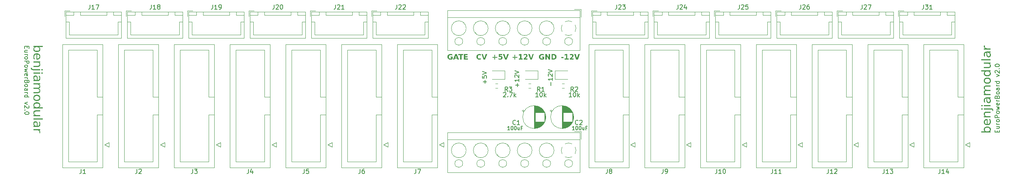
<source format=gbr>
%TF.GenerationSoftware,KiCad,Pcbnew,7.0.11+1*%
%TF.CreationDate,2024-03-07T04:51:48+08:00*%
%TF.ProjectId,EuroPowerBoard v2.0,4575726f-506f-4776-9572-426f61726420,rev?*%
%TF.SameCoordinates,Original*%
%TF.FileFunction,Legend,Top*%
%TF.FilePolarity,Positive*%
%FSLAX46Y46*%
G04 Gerber Fmt 4.6, Leading zero omitted, Abs format (unit mm)*
G04 Created by KiCad (PCBNEW 7.0.11+1) date 2024-03-07 04:51:48*
%MOMM*%
%LPD*%
G01*
G04 APERTURE LIST*
%ADD10C,0.150000*%
%ADD11C,0.300000*%
%ADD12C,0.120000*%
G04 APERTURE END LIST*
D10*
X36975990Y-71456779D02*
X36975990Y-71790112D01*
X36452180Y-71932969D02*
X36452180Y-71456779D01*
X36452180Y-71456779D02*
X37452180Y-71456779D01*
X37452180Y-71456779D02*
X37452180Y-71932969D01*
X37118847Y-72790112D02*
X36452180Y-72790112D01*
X37118847Y-72361541D02*
X36595038Y-72361541D01*
X36595038Y-72361541D02*
X36499800Y-72409160D01*
X36499800Y-72409160D02*
X36452180Y-72504398D01*
X36452180Y-72504398D02*
X36452180Y-72647255D01*
X36452180Y-72647255D02*
X36499800Y-72742493D01*
X36499800Y-72742493D02*
X36547419Y-72790112D01*
X36452180Y-73266303D02*
X37118847Y-73266303D01*
X36928371Y-73266303D02*
X37023609Y-73313922D01*
X37023609Y-73313922D02*
X37071228Y-73361541D01*
X37071228Y-73361541D02*
X37118847Y-73456779D01*
X37118847Y-73456779D02*
X37118847Y-73552017D01*
X36452180Y-74028208D02*
X36499800Y-73932970D01*
X36499800Y-73932970D02*
X36547419Y-73885351D01*
X36547419Y-73885351D02*
X36642657Y-73837732D01*
X36642657Y-73837732D02*
X36928371Y-73837732D01*
X36928371Y-73837732D02*
X37023609Y-73885351D01*
X37023609Y-73885351D02*
X37071228Y-73932970D01*
X37071228Y-73932970D02*
X37118847Y-74028208D01*
X37118847Y-74028208D02*
X37118847Y-74171065D01*
X37118847Y-74171065D02*
X37071228Y-74266303D01*
X37071228Y-74266303D02*
X37023609Y-74313922D01*
X37023609Y-74313922D02*
X36928371Y-74361541D01*
X36928371Y-74361541D02*
X36642657Y-74361541D01*
X36642657Y-74361541D02*
X36547419Y-74313922D01*
X36547419Y-74313922D02*
X36499800Y-74266303D01*
X36499800Y-74266303D02*
X36452180Y-74171065D01*
X36452180Y-74171065D02*
X36452180Y-74028208D01*
X36452180Y-74790113D02*
X37452180Y-74790113D01*
X37452180Y-74790113D02*
X37452180Y-75171065D01*
X37452180Y-75171065D02*
X37404561Y-75266303D01*
X37404561Y-75266303D02*
X37356942Y-75313922D01*
X37356942Y-75313922D02*
X37261704Y-75361541D01*
X37261704Y-75361541D02*
X37118847Y-75361541D01*
X37118847Y-75361541D02*
X37023609Y-75313922D01*
X37023609Y-75313922D02*
X36975990Y-75266303D01*
X36975990Y-75266303D02*
X36928371Y-75171065D01*
X36928371Y-75171065D02*
X36928371Y-74790113D01*
X36452180Y-75932970D02*
X36499800Y-75837732D01*
X36499800Y-75837732D02*
X36547419Y-75790113D01*
X36547419Y-75790113D02*
X36642657Y-75742494D01*
X36642657Y-75742494D02*
X36928371Y-75742494D01*
X36928371Y-75742494D02*
X37023609Y-75790113D01*
X37023609Y-75790113D02*
X37071228Y-75837732D01*
X37071228Y-75837732D02*
X37118847Y-75932970D01*
X37118847Y-75932970D02*
X37118847Y-76075827D01*
X37118847Y-76075827D02*
X37071228Y-76171065D01*
X37071228Y-76171065D02*
X37023609Y-76218684D01*
X37023609Y-76218684D02*
X36928371Y-76266303D01*
X36928371Y-76266303D02*
X36642657Y-76266303D01*
X36642657Y-76266303D02*
X36547419Y-76218684D01*
X36547419Y-76218684D02*
X36499800Y-76171065D01*
X36499800Y-76171065D02*
X36452180Y-76075827D01*
X36452180Y-76075827D02*
X36452180Y-75932970D01*
X37118847Y-76599637D02*
X36452180Y-76790113D01*
X36452180Y-76790113D02*
X36928371Y-76980589D01*
X36928371Y-76980589D02*
X36452180Y-77171065D01*
X36452180Y-77171065D02*
X37118847Y-77361541D01*
X36499800Y-78123446D02*
X36452180Y-78028208D01*
X36452180Y-78028208D02*
X36452180Y-77837732D01*
X36452180Y-77837732D02*
X36499800Y-77742494D01*
X36499800Y-77742494D02*
X36595038Y-77694875D01*
X36595038Y-77694875D02*
X36975990Y-77694875D01*
X36975990Y-77694875D02*
X37071228Y-77742494D01*
X37071228Y-77742494D02*
X37118847Y-77837732D01*
X37118847Y-77837732D02*
X37118847Y-78028208D01*
X37118847Y-78028208D02*
X37071228Y-78123446D01*
X37071228Y-78123446D02*
X36975990Y-78171065D01*
X36975990Y-78171065D02*
X36880752Y-78171065D01*
X36880752Y-78171065D02*
X36785514Y-77694875D01*
X36452180Y-78599637D02*
X37118847Y-78599637D01*
X36928371Y-78599637D02*
X37023609Y-78647256D01*
X37023609Y-78647256D02*
X37071228Y-78694875D01*
X37071228Y-78694875D02*
X37118847Y-78790113D01*
X37118847Y-78790113D02*
X37118847Y-78885351D01*
X36975990Y-79552018D02*
X36928371Y-79694875D01*
X36928371Y-79694875D02*
X36880752Y-79742494D01*
X36880752Y-79742494D02*
X36785514Y-79790113D01*
X36785514Y-79790113D02*
X36642657Y-79790113D01*
X36642657Y-79790113D02*
X36547419Y-79742494D01*
X36547419Y-79742494D02*
X36499800Y-79694875D01*
X36499800Y-79694875D02*
X36452180Y-79599637D01*
X36452180Y-79599637D02*
X36452180Y-79218685D01*
X36452180Y-79218685D02*
X37452180Y-79218685D01*
X37452180Y-79218685D02*
X37452180Y-79552018D01*
X37452180Y-79552018D02*
X37404561Y-79647256D01*
X37404561Y-79647256D02*
X37356942Y-79694875D01*
X37356942Y-79694875D02*
X37261704Y-79742494D01*
X37261704Y-79742494D02*
X37166466Y-79742494D01*
X37166466Y-79742494D02*
X37071228Y-79694875D01*
X37071228Y-79694875D02*
X37023609Y-79647256D01*
X37023609Y-79647256D02*
X36975990Y-79552018D01*
X36975990Y-79552018D02*
X36975990Y-79218685D01*
X36452180Y-80361542D02*
X36499800Y-80266304D01*
X36499800Y-80266304D02*
X36547419Y-80218685D01*
X36547419Y-80218685D02*
X36642657Y-80171066D01*
X36642657Y-80171066D02*
X36928371Y-80171066D01*
X36928371Y-80171066D02*
X37023609Y-80218685D01*
X37023609Y-80218685D02*
X37071228Y-80266304D01*
X37071228Y-80266304D02*
X37118847Y-80361542D01*
X37118847Y-80361542D02*
X37118847Y-80504399D01*
X37118847Y-80504399D02*
X37071228Y-80599637D01*
X37071228Y-80599637D02*
X37023609Y-80647256D01*
X37023609Y-80647256D02*
X36928371Y-80694875D01*
X36928371Y-80694875D02*
X36642657Y-80694875D01*
X36642657Y-80694875D02*
X36547419Y-80647256D01*
X36547419Y-80647256D02*
X36499800Y-80599637D01*
X36499800Y-80599637D02*
X36452180Y-80504399D01*
X36452180Y-80504399D02*
X36452180Y-80361542D01*
X36452180Y-81552018D02*
X36975990Y-81552018D01*
X36975990Y-81552018D02*
X37071228Y-81504399D01*
X37071228Y-81504399D02*
X37118847Y-81409161D01*
X37118847Y-81409161D02*
X37118847Y-81218685D01*
X37118847Y-81218685D02*
X37071228Y-81123447D01*
X36499800Y-81552018D02*
X36452180Y-81456780D01*
X36452180Y-81456780D02*
X36452180Y-81218685D01*
X36452180Y-81218685D02*
X36499800Y-81123447D01*
X36499800Y-81123447D02*
X36595038Y-81075828D01*
X36595038Y-81075828D02*
X36690276Y-81075828D01*
X36690276Y-81075828D02*
X36785514Y-81123447D01*
X36785514Y-81123447D02*
X36833133Y-81218685D01*
X36833133Y-81218685D02*
X36833133Y-81456780D01*
X36833133Y-81456780D02*
X36880752Y-81552018D01*
X36452180Y-82028209D02*
X37118847Y-82028209D01*
X36928371Y-82028209D02*
X37023609Y-82075828D01*
X37023609Y-82075828D02*
X37071228Y-82123447D01*
X37071228Y-82123447D02*
X37118847Y-82218685D01*
X37118847Y-82218685D02*
X37118847Y-82313923D01*
X36452180Y-83075828D02*
X37452180Y-83075828D01*
X36499800Y-83075828D02*
X36452180Y-82980590D01*
X36452180Y-82980590D02*
X36452180Y-82790114D01*
X36452180Y-82790114D02*
X36499800Y-82694876D01*
X36499800Y-82694876D02*
X36547419Y-82647257D01*
X36547419Y-82647257D02*
X36642657Y-82599638D01*
X36642657Y-82599638D02*
X36928371Y-82599638D01*
X36928371Y-82599638D02*
X37023609Y-82647257D01*
X37023609Y-82647257D02*
X37071228Y-82694876D01*
X37071228Y-82694876D02*
X37118847Y-82790114D01*
X37118847Y-82790114D02*
X37118847Y-82980590D01*
X37118847Y-82980590D02*
X37071228Y-83075828D01*
X37118847Y-84218686D02*
X36452180Y-84456781D01*
X36452180Y-84456781D02*
X37118847Y-84694876D01*
X37356942Y-85028210D02*
X37404561Y-85075829D01*
X37404561Y-85075829D02*
X37452180Y-85171067D01*
X37452180Y-85171067D02*
X37452180Y-85409162D01*
X37452180Y-85409162D02*
X37404561Y-85504400D01*
X37404561Y-85504400D02*
X37356942Y-85552019D01*
X37356942Y-85552019D02*
X37261704Y-85599638D01*
X37261704Y-85599638D02*
X37166466Y-85599638D01*
X37166466Y-85599638D02*
X37023609Y-85552019D01*
X37023609Y-85552019D02*
X36452180Y-84980591D01*
X36452180Y-84980591D02*
X36452180Y-85599638D01*
X36547419Y-86028210D02*
X36499800Y-86075829D01*
X36499800Y-86075829D02*
X36452180Y-86028210D01*
X36452180Y-86028210D02*
X36499800Y-85980591D01*
X36499800Y-85980591D02*
X36547419Y-86028210D01*
X36547419Y-86028210D02*
X36452180Y-86028210D01*
X37452180Y-86694876D02*
X37452180Y-86790114D01*
X37452180Y-86790114D02*
X37404561Y-86885352D01*
X37404561Y-86885352D02*
X37356942Y-86932971D01*
X37356942Y-86932971D02*
X37261704Y-86980590D01*
X37261704Y-86980590D02*
X37071228Y-87028209D01*
X37071228Y-87028209D02*
X36833133Y-87028209D01*
X36833133Y-87028209D02*
X36642657Y-86980590D01*
X36642657Y-86980590D02*
X36547419Y-86932971D01*
X36547419Y-86932971D02*
X36499800Y-86885352D01*
X36499800Y-86885352D02*
X36452180Y-86790114D01*
X36452180Y-86790114D02*
X36452180Y-86694876D01*
X36452180Y-86694876D02*
X36499800Y-86599638D01*
X36499800Y-86599638D02*
X36547419Y-86552019D01*
X36547419Y-86552019D02*
X36642657Y-86504400D01*
X36642657Y-86504400D02*
X36833133Y-86456781D01*
X36833133Y-86456781D02*
X37071228Y-86456781D01*
X37071228Y-86456781D02*
X37261704Y-86504400D01*
X37261704Y-86504400D02*
X37356942Y-86552019D01*
X37356942Y-86552019D02*
X37404561Y-86599638D01*
X37404561Y-86599638D02*
X37452180Y-86694876D01*
G36*
X40565889Y-71629490D02*
G01*
X39721786Y-71629490D01*
X39739329Y-71639607D01*
X39756301Y-71650052D01*
X39772699Y-71660826D01*
X39796224Y-71677601D01*
X39818460Y-71695115D01*
X39839409Y-71713367D01*
X39859070Y-71732358D01*
X39877442Y-71752088D01*
X39894527Y-71772555D01*
X39910323Y-71793762D01*
X39924832Y-71815706D01*
X39933789Y-71830746D01*
X39946185Y-71853969D01*
X39957362Y-71878024D01*
X39967320Y-71902913D01*
X39976058Y-71928634D01*
X39983577Y-71955188D01*
X39989877Y-71982576D01*
X39994957Y-72010796D01*
X39998818Y-72039849D01*
X40000715Y-72059680D01*
X40002070Y-72079882D01*
X40002883Y-72100453D01*
X40003154Y-72121395D01*
X40002295Y-72156032D01*
X39999719Y-72189844D01*
X39995426Y-72222832D01*
X39989415Y-72254996D01*
X39981687Y-72286335D01*
X39972242Y-72316851D01*
X39961079Y-72346541D01*
X39948199Y-72375408D01*
X39933602Y-72403450D01*
X39917287Y-72430668D01*
X39899255Y-72457061D01*
X39879506Y-72482630D01*
X39858039Y-72507375D01*
X39834855Y-72531296D01*
X39809954Y-72554392D01*
X39783335Y-72576664D01*
X39755377Y-72597900D01*
X39726335Y-72617765D01*
X39696209Y-72636261D01*
X39665000Y-72653387D01*
X39632706Y-72669142D01*
X39599329Y-72683528D01*
X39564868Y-72696543D01*
X39529323Y-72708189D01*
X39492694Y-72718464D01*
X39454981Y-72727369D01*
X39435718Y-72731308D01*
X39416185Y-72734905D01*
X39396380Y-72738158D01*
X39376304Y-72741070D01*
X39355958Y-72743639D01*
X39335340Y-72745865D01*
X39314452Y-72747749D01*
X39293292Y-72749290D01*
X39271862Y-72750489D01*
X39250161Y-72751345D01*
X39228188Y-72751859D01*
X39205945Y-72752030D01*
X39183701Y-72751859D01*
X39161728Y-72751345D01*
X39140024Y-72750489D01*
X39118590Y-72749290D01*
X39097426Y-72747749D01*
X39076533Y-72745865D01*
X39055909Y-72743639D01*
X39035555Y-72741070D01*
X39015471Y-72738158D01*
X38995658Y-72734905D01*
X38976114Y-72731308D01*
X38956840Y-72727369D01*
X38919103Y-72718464D01*
X38882445Y-72708189D01*
X38846868Y-72696543D01*
X38812371Y-72683528D01*
X38778953Y-72669142D01*
X38746616Y-72653387D01*
X38715359Y-72636261D01*
X38685181Y-72617765D01*
X38656084Y-72597900D01*
X38628066Y-72576664D01*
X38601507Y-72554392D01*
X38576661Y-72531296D01*
X38553529Y-72507375D01*
X38532110Y-72482630D01*
X38512404Y-72457061D01*
X38494412Y-72430668D01*
X38478134Y-72403450D01*
X38463569Y-72375408D01*
X38450718Y-72346541D01*
X38439580Y-72316851D01*
X38430155Y-72286335D01*
X38422445Y-72254996D01*
X38416447Y-72222832D01*
X38412163Y-72189844D01*
X38409593Y-72156032D01*
X38408736Y-72121395D01*
X38409007Y-72100453D01*
X38409820Y-72079882D01*
X38411175Y-72059680D01*
X38411206Y-72059357D01*
X38627578Y-72059357D01*
X38628179Y-72084118D01*
X38629982Y-72108206D01*
X38632988Y-72131623D01*
X38637195Y-72154368D01*
X38642605Y-72176441D01*
X38649216Y-72197843D01*
X38657030Y-72218573D01*
X38666046Y-72238632D01*
X38676264Y-72258019D01*
X38687685Y-72276734D01*
X38700307Y-72294777D01*
X38714132Y-72312149D01*
X38729158Y-72328849D01*
X38745387Y-72344877D01*
X38762818Y-72360234D01*
X38781451Y-72374919D01*
X38801141Y-72388820D01*
X38821743Y-72401824D01*
X38843258Y-72413931D01*
X38865684Y-72425142D01*
X38889023Y-72435455D01*
X38913273Y-72444872D01*
X38938436Y-72453392D01*
X38964511Y-72461015D01*
X38991498Y-72467741D01*
X39019397Y-72473570D01*
X39048208Y-72478503D01*
X39077931Y-72482539D01*
X39108567Y-72485678D01*
X39140114Y-72487920D01*
X39172573Y-72489265D01*
X39205945Y-72489713D01*
X39239317Y-72489265D01*
X39271776Y-72487920D01*
X39303324Y-72485678D01*
X39333959Y-72482539D01*
X39363682Y-72478503D01*
X39392493Y-72473570D01*
X39420392Y-72467741D01*
X39447379Y-72461015D01*
X39473454Y-72453392D01*
X39498617Y-72444872D01*
X39522867Y-72435455D01*
X39546206Y-72425142D01*
X39568632Y-72413931D01*
X39590147Y-72401824D01*
X39610749Y-72388820D01*
X39630439Y-72374919D01*
X39649072Y-72360234D01*
X39666503Y-72344877D01*
X39682732Y-72328849D01*
X39697759Y-72312149D01*
X39711583Y-72294777D01*
X39724205Y-72276734D01*
X39735626Y-72258019D01*
X39745844Y-72238632D01*
X39754860Y-72218573D01*
X39762674Y-72197843D01*
X39769285Y-72176441D01*
X39774695Y-72154368D01*
X39778903Y-72131623D01*
X39781908Y-72108206D01*
X39783711Y-72084118D01*
X39784312Y-72059357D01*
X39783711Y-72034657D01*
X39781908Y-72010623D01*
X39778903Y-71987258D01*
X39774695Y-71964561D01*
X39769285Y-71942531D01*
X39762674Y-71921169D01*
X39754860Y-71900476D01*
X39745844Y-71880450D01*
X39735626Y-71861091D01*
X39724205Y-71842401D01*
X39711583Y-71824379D01*
X39697759Y-71807024D01*
X39682732Y-71790337D01*
X39666503Y-71774318D01*
X39649072Y-71758967D01*
X39630439Y-71744284D01*
X39610749Y-71730383D01*
X39590147Y-71717379D01*
X39568632Y-71705272D01*
X39546206Y-71694062D01*
X39522867Y-71683748D01*
X39498617Y-71674332D01*
X39473454Y-71665812D01*
X39447379Y-71658189D01*
X39420392Y-71651462D01*
X39392493Y-71645633D01*
X39363682Y-71640700D01*
X39333959Y-71636665D01*
X39303324Y-71633526D01*
X39271776Y-71631284D01*
X39239317Y-71629938D01*
X39205945Y-71629490D01*
X39172573Y-71629938D01*
X39140114Y-71631284D01*
X39108567Y-71633526D01*
X39077931Y-71636665D01*
X39048208Y-71640700D01*
X39019397Y-71645633D01*
X38991498Y-71651462D01*
X38964511Y-71658189D01*
X38938436Y-71665812D01*
X38913273Y-71674332D01*
X38889023Y-71683748D01*
X38865684Y-71694062D01*
X38843258Y-71705272D01*
X38821743Y-71717379D01*
X38801141Y-71730383D01*
X38781451Y-71744284D01*
X38762818Y-71758967D01*
X38745387Y-71774318D01*
X38729158Y-71790337D01*
X38714132Y-71807024D01*
X38700307Y-71824379D01*
X38687685Y-71842401D01*
X38676264Y-71861091D01*
X38666046Y-71880450D01*
X38657030Y-71900476D01*
X38649216Y-71921169D01*
X38642605Y-71942531D01*
X38637195Y-71964561D01*
X38632988Y-71987258D01*
X38629982Y-72010623D01*
X38628179Y-72034657D01*
X38627578Y-72059357D01*
X38411206Y-72059357D01*
X38413072Y-72039849D01*
X38415510Y-72020387D01*
X38420184Y-71991890D01*
X38426078Y-71964225D01*
X38433190Y-71937393D01*
X38441522Y-71911394D01*
X38451073Y-71886228D01*
X38461844Y-71861895D01*
X38473834Y-71838395D01*
X38478101Y-71830746D01*
X38491751Y-71808309D01*
X38506689Y-71786611D01*
X38522915Y-71765651D01*
X38540429Y-71745429D01*
X38559231Y-71725946D01*
X38579321Y-71707201D01*
X38600699Y-71689195D01*
X38623365Y-71671927D01*
X38647319Y-71655398D01*
X38664004Y-71644789D01*
X38681261Y-71634508D01*
X38690104Y-71629490D01*
X38440000Y-71629490D01*
X38440000Y-71375478D01*
X40565889Y-71375478D01*
X40565889Y-71629490D01*
G37*
G36*
X39215442Y-73051671D02*
G01*
X39238315Y-73052268D01*
X39260886Y-73053262D01*
X39283156Y-73054655D01*
X39305125Y-73056445D01*
X39326792Y-73058633D01*
X39348157Y-73061219D01*
X39369221Y-73064203D01*
X39389984Y-73067585D01*
X39410445Y-73071364D01*
X39430605Y-73075542D01*
X39450463Y-73080117D01*
X39470019Y-73085090D01*
X39489274Y-73090461D01*
X39508228Y-73096230D01*
X39526880Y-73102397D01*
X39563280Y-73115923D01*
X39598474Y-73131042D01*
X39632462Y-73147751D01*
X39665244Y-73166052D01*
X39696820Y-73185945D01*
X39727190Y-73207429D01*
X39756354Y-73230504D01*
X39784312Y-73255170D01*
X39810812Y-73281249D01*
X39835603Y-73308438D01*
X39858684Y-73336738D01*
X39880055Y-73366148D01*
X39899717Y-73396669D01*
X39917669Y-73428300D01*
X39933911Y-73461042D01*
X39948443Y-73494895D01*
X39961266Y-73529858D01*
X39972379Y-73565931D01*
X39981782Y-73603115D01*
X39989476Y-73641410D01*
X39992682Y-73660974D01*
X39995460Y-73680815D01*
X39997811Y-73700934D01*
X39999734Y-73721331D01*
X40001230Y-73742005D01*
X40002299Y-73762957D01*
X40002940Y-73784187D01*
X40003154Y-73805694D01*
X40002356Y-73843962D01*
X39999963Y-73881218D01*
X39995975Y-73917464D01*
X39990392Y-73952698D01*
X39983214Y-73986920D01*
X39974440Y-74020131D01*
X39964071Y-74052331D01*
X39952107Y-74083520D01*
X39938548Y-74113697D01*
X39923393Y-74142863D01*
X39906643Y-74171018D01*
X39888299Y-74198162D01*
X39868358Y-74224294D01*
X39846823Y-74249414D01*
X39823692Y-74273524D01*
X39798967Y-74296622D01*
X39772932Y-74318508D01*
X39745752Y-74338983D01*
X39717428Y-74358045D01*
X39687958Y-74375696D01*
X39657344Y-74391934D01*
X39625585Y-74406760D01*
X39592681Y-74420175D01*
X39558632Y-74432177D01*
X39523438Y-74442767D01*
X39487099Y-74451945D01*
X39449615Y-74459711D01*
X39410987Y-74466065D01*
X39391243Y-74468713D01*
X39371214Y-74471008D01*
X39350897Y-74472949D01*
X39330295Y-74474538D01*
X39309407Y-74475773D01*
X39288232Y-74476656D01*
X39266771Y-74477185D01*
X39245024Y-74477362D01*
X39127787Y-74477362D01*
X39127787Y-73323558D01*
X39313900Y-73323558D01*
X39315366Y-74224815D01*
X39341773Y-74224017D01*
X39367504Y-74222357D01*
X39392560Y-74219834D01*
X39416940Y-74216449D01*
X39440645Y-74212202D01*
X39463675Y-74207092D01*
X39486029Y-74201119D01*
X39507707Y-74194284D01*
X39528710Y-74186587D01*
X39549038Y-74178027D01*
X39568690Y-74168604D01*
X39587666Y-74158319D01*
X39605967Y-74147172D01*
X39623593Y-74135162D01*
X39640543Y-74122290D01*
X39656817Y-74108555D01*
X39672256Y-74094103D01*
X39686699Y-74079078D01*
X39700146Y-74063481D01*
X39712596Y-74047311D01*
X39724051Y-74030569D01*
X39734509Y-74013254D01*
X39743972Y-73995367D01*
X39752438Y-73976908D01*
X39759909Y-73957876D01*
X39766383Y-73938272D01*
X39771861Y-73918095D01*
X39776344Y-73897346D01*
X39779830Y-73876024D01*
X39782320Y-73854130D01*
X39783814Y-73831664D01*
X39784312Y-73808625D01*
X39783829Y-73782514D01*
X39782381Y-73757059D01*
X39779967Y-73732261D01*
X39776588Y-73708119D01*
X39772243Y-73684633D01*
X39766933Y-73661804D01*
X39760657Y-73639632D01*
X39753415Y-73618115D01*
X39745208Y-73597255D01*
X39736036Y-73577052D01*
X39725898Y-73557505D01*
X39714795Y-73538614D01*
X39702725Y-73520380D01*
X39689691Y-73502802D01*
X39675691Y-73485881D01*
X39660725Y-73469616D01*
X39644945Y-73454162D01*
X39628378Y-73439551D01*
X39611026Y-73425784D01*
X39592887Y-73412860D01*
X39573962Y-73400779D01*
X39554251Y-73389542D01*
X39533753Y-73379149D01*
X39512470Y-73369598D01*
X39490400Y-73360891D01*
X39467544Y-73353028D01*
X39443902Y-73346008D01*
X39419474Y-73339831D01*
X39394260Y-73334498D01*
X39368260Y-73330008D01*
X39341473Y-73326362D01*
X39313900Y-73323558D01*
X39127787Y-73323558D01*
X39127787Y-73315254D01*
X39097711Y-73317815D01*
X39068543Y-73321345D01*
X39040284Y-73325844D01*
X39012932Y-73331313D01*
X38986489Y-73337751D01*
X38960954Y-73345159D01*
X38936328Y-73353535D01*
X38912609Y-73362882D01*
X38889799Y-73373197D01*
X38867898Y-73384482D01*
X38846904Y-73396736D01*
X38826819Y-73409959D01*
X38807642Y-73424152D01*
X38789374Y-73439314D01*
X38772013Y-73455446D01*
X38755561Y-73472547D01*
X38740063Y-73490565D01*
X38725565Y-73509450D01*
X38712067Y-73529201D01*
X38699569Y-73549819D01*
X38688070Y-73571303D01*
X38677571Y-73593653D01*
X38668073Y-73616869D01*
X38659574Y-73640952D01*
X38652075Y-73665901D01*
X38645576Y-73691716D01*
X38640076Y-73718398D01*
X38635577Y-73745946D01*
X38632077Y-73774360D01*
X38629578Y-73803641D01*
X38628078Y-73833787D01*
X38627578Y-73864801D01*
X38627921Y-73892013D01*
X38628952Y-73919063D01*
X38630669Y-73945949D01*
X38633073Y-73972672D01*
X38636165Y-73999232D01*
X38639943Y-74025629D01*
X38644408Y-74051862D01*
X38649560Y-74077933D01*
X38655399Y-74103840D01*
X38661925Y-74129585D01*
X38666657Y-74146657D01*
X38674328Y-74172285D01*
X38682685Y-74197879D01*
X38691730Y-74223439D01*
X38701461Y-74248964D01*
X38711880Y-74274455D01*
X38722985Y-74299912D01*
X38734778Y-74325334D01*
X38747257Y-74350722D01*
X38760423Y-74376075D01*
X38774276Y-74401395D01*
X38783893Y-74418255D01*
X38533789Y-74418255D01*
X38522593Y-74392728D01*
X38511904Y-74367073D01*
X38501722Y-74341288D01*
X38492046Y-74315375D01*
X38482877Y-74289333D01*
X38474214Y-74263163D01*
X38466059Y-74236863D01*
X38458409Y-74210435D01*
X38451267Y-74183878D01*
X38444631Y-74157192D01*
X38440488Y-74139330D01*
X38434814Y-74112546D01*
X38429697Y-74085686D01*
X38425139Y-74058748D01*
X38421139Y-74031733D01*
X38417698Y-74004641D01*
X38414814Y-73977471D01*
X38412488Y-73950224D01*
X38410721Y-73922900D01*
X38409512Y-73895498D01*
X38408860Y-73868020D01*
X38408736Y-73849658D01*
X38408943Y-73826787D01*
X38409563Y-73804217D01*
X38410595Y-73781946D01*
X38412041Y-73759975D01*
X38413900Y-73738303D01*
X38416172Y-73716931D01*
X38418858Y-73695858D01*
X38421956Y-73675085D01*
X38425468Y-73654612D01*
X38429392Y-73634438D01*
X38433730Y-73614563D01*
X38438481Y-73594989D01*
X38443645Y-73575713D01*
X38449222Y-73556738D01*
X38455212Y-73538062D01*
X38468431Y-73501609D01*
X38483303Y-73466354D01*
X38499828Y-73432297D01*
X38518005Y-73399439D01*
X38537835Y-73367779D01*
X38559316Y-73337317D01*
X38582451Y-73308054D01*
X38607238Y-73279989D01*
X38620251Y-73266406D01*
X38647272Y-73240379D01*
X38675457Y-73216031D01*
X38704806Y-73193362D01*
X38735320Y-73172372D01*
X38766997Y-73153062D01*
X38799838Y-73135430D01*
X38833843Y-73119478D01*
X38869012Y-73105205D01*
X38905345Y-73092612D01*
X38942842Y-73081697D01*
X38962027Y-73076869D01*
X38981503Y-73072462D01*
X39001270Y-73068474D01*
X39021328Y-73064905D01*
X39041677Y-73061757D01*
X39062317Y-73059028D01*
X39083248Y-73056719D01*
X39104470Y-73054830D01*
X39125983Y-73053361D01*
X39147787Y-73052312D01*
X39169882Y-73051682D01*
X39192267Y-73051472D01*
X39215442Y-73051671D01*
G37*
G36*
X39355910Y-76161660D02*
G01*
X38440000Y-76161660D01*
X38440000Y-75909113D01*
X39347606Y-75909113D01*
X39374532Y-75908779D01*
X39400599Y-75907778D01*
X39425808Y-75906108D01*
X39450157Y-75903770D01*
X39473649Y-75900765D01*
X39496281Y-75897092D01*
X39518055Y-75892751D01*
X39538970Y-75887742D01*
X39559027Y-75882065D01*
X39578225Y-75875721D01*
X39596564Y-75868708D01*
X39622463Y-75856937D01*
X39646429Y-75843664D01*
X39668464Y-75828888D01*
X39675380Y-75823628D01*
X39694847Y-75806940D01*
X39712400Y-75788749D01*
X39728038Y-75769056D01*
X39741760Y-75747860D01*
X39753569Y-75725161D01*
X39763462Y-75700959D01*
X39771440Y-75675255D01*
X39777504Y-75648048D01*
X39781653Y-75619339D01*
X39783355Y-75599364D01*
X39784206Y-75578722D01*
X39784312Y-75568150D01*
X39783801Y-75542904D01*
X39782267Y-75518332D01*
X39779710Y-75494437D01*
X39776130Y-75471216D01*
X39771528Y-75448672D01*
X39765902Y-75426802D01*
X39759254Y-75405609D01*
X39751584Y-75385090D01*
X39742890Y-75365247D01*
X39733174Y-75346080D01*
X39722435Y-75327588D01*
X39710673Y-75309772D01*
X39697888Y-75292631D01*
X39684081Y-75276166D01*
X39669251Y-75260376D01*
X39653398Y-75245261D01*
X39636725Y-75230946D01*
X39619311Y-75217555D01*
X39601157Y-75205087D01*
X39582262Y-75193543D01*
X39562627Y-75182922D01*
X39542252Y-75173225D01*
X39521137Y-75164451D01*
X39499281Y-75156601D01*
X39476684Y-75149674D01*
X39453348Y-75143671D01*
X39429271Y-75138592D01*
X39404453Y-75134436D01*
X39378896Y-75131204D01*
X39352598Y-75128895D01*
X39325559Y-75127509D01*
X39297780Y-75127048D01*
X38440000Y-75127048D01*
X38440000Y-74873035D01*
X39971891Y-74873035D01*
X39971891Y-75127048D01*
X39721786Y-75127048D01*
X39739154Y-75138529D01*
X39755965Y-75150258D01*
X39772218Y-75162236D01*
X39787915Y-75174461D01*
X39803054Y-75186935D01*
X39824718Y-75206110D01*
X39845129Y-75225844D01*
X39864285Y-75246136D01*
X39882189Y-75266985D01*
X39898838Y-75288393D01*
X39914234Y-75310360D01*
X39928376Y-75332884D01*
X39932812Y-75340516D01*
X39945383Y-75363927D01*
X39956717Y-75388000D01*
X39966815Y-75412734D01*
X39975676Y-75438129D01*
X39983301Y-75464185D01*
X39989690Y-75490903D01*
X39994842Y-75518281D01*
X39998757Y-75546321D01*
X40001436Y-75575022D01*
X40002879Y-75604384D01*
X40003154Y-75624326D01*
X40002513Y-75656976D01*
X40000589Y-75688615D01*
X39997383Y-75719243D01*
X39992896Y-75748859D01*
X39987125Y-75777464D01*
X39980073Y-75805058D01*
X39971738Y-75831641D01*
X39962121Y-75857212D01*
X39951222Y-75881771D01*
X39939040Y-75905320D01*
X39925576Y-75927857D01*
X39910830Y-75949383D01*
X39894801Y-75969897D01*
X39877491Y-75989400D01*
X39858898Y-76007892D01*
X39839023Y-76025373D01*
X39817901Y-76041876D01*
X39795570Y-76057315D01*
X39772029Y-76071689D01*
X39747279Y-76084999D01*
X39721318Y-76097243D01*
X39694148Y-76108423D01*
X39665768Y-76118538D01*
X39636179Y-76127588D01*
X39605379Y-76135574D01*
X39573370Y-76142495D01*
X39540151Y-76148351D01*
X39505723Y-76153142D01*
X39470084Y-76156869D01*
X39433236Y-76159531D01*
X39395178Y-76161128D01*
X39355910Y-76161660D01*
G37*
G36*
X39971891Y-76656985D02*
G01*
X39971891Y-76909532D01*
X38407759Y-76909532D01*
X38371394Y-76909095D01*
X38336303Y-76907784D01*
X38302487Y-76905599D01*
X38269945Y-76902540D01*
X38238679Y-76898608D01*
X38208686Y-76893801D01*
X38179969Y-76888121D01*
X38152526Y-76881566D01*
X38126357Y-76874138D01*
X38101464Y-76865835D01*
X38077845Y-76856659D01*
X38055500Y-76846609D01*
X38034430Y-76835685D01*
X38014635Y-76823887D01*
X37996115Y-76811215D01*
X37978869Y-76797669D01*
X37962780Y-76783152D01*
X37947728Y-76767566D01*
X37933715Y-76750911D01*
X37920739Y-76733189D01*
X37908802Y-76714397D01*
X37897903Y-76694537D01*
X37888041Y-76673609D01*
X37879218Y-76651612D01*
X37871433Y-76628546D01*
X37864685Y-76604412D01*
X37858976Y-76579209D01*
X37854305Y-76552937D01*
X37850672Y-76525597D01*
X37848077Y-76497189D01*
X37846520Y-76467712D01*
X37846001Y-76437166D01*
X37846001Y-76340935D01*
X38064842Y-76340935D01*
X38064842Y-76408346D01*
X38065426Y-76434558D01*
X38067178Y-76459156D01*
X38070098Y-76482139D01*
X38074185Y-76503509D01*
X38079440Y-76523264D01*
X38088263Y-76547093D01*
X38099162Y-76568052D01*
X38112138Y-76586141D01*
X38127189Y-76601360D01*
X38131277Y-76604717D01*
X38150129Y-76616967D01*
X38173469Y-76627584D01*
X38193920Y-76634475D01*
X38216895Y-76640447D01*
X38242395Y-76645500D01*
X38270419Y-76649635D01*
X38290504Y-76651881D01*
X38311711Y-76653718D01*
X38334040Y-76655147D01*
X38357491Y-76656168D01*
X38382064Y-76656781D01*
X38407759Y-76656985D01*
X39971891Y-76656985D01*
G37*
G36*
X40565889Y-76656985D02*
G01*
X40565889Y-76909532D01*
X40253258Y-76909532D01*
X40253258Y-76656985D01*
X40565889Y-76656985D01*
G37*
G36*
X39971891Y-77434654D02*
G01*
X39971891Y-77687201D01*
X38440000Y-77687201D01*
X38440000Y-77434654D01*
X39971891Y-77434654D01*
G37*
G36*
X40565889Y-77434654D02*
G01*
X40565889Y-77687201D01*
X40253258Y-77687201D01*
X40253258Y-77434654D01*
X40565889Y-77434654D01*
G37*
G36*
X38922984Y-78116769D02*
G01*
X38953619Y-78118801D01*
X38983266Y-78122188D01*
X39011925Y-78126930D01*
X39039595Y-78133026D01*
X39066276Y-78140478D01*
X39091970Y-78149284D01*
X39116674Y-78159445D01*
X39140391Y-78170960D01*
X39163119Y-78183831D01*
X39184858Y-78198056D01*
X39205609Y-78213636D01*
X39225372Y-78230571D01*
X39244146Y-78248860D01*
X39261932Y-78268505D01*
X39278729Y-78289504D01*
X39294523Y-78311910D01*
X39309298Y-78335651D01*
X39323054Y-78360728D01*
X39335791Y-78387140D01*
X39347509Y-78414888D01*
X39358208Y-78443972D01*
X39367888Y-78474392D01*
X39376549Y-78506147D01*
X39384191Y-78539239D01*
X39390814Y-78573665D01*
X39396418Y-78609428D01*
X39401004Y-78646526D01*
X39404570Y-78684960D01*
X39405971Y-78704678D01*
X39407117Y-78724730D01*
X39408009Y-78745115D01*
X39408646Y-78765835D01*
X39409028Y-78786888D01*
X39409155Y-78808276D01*
X39409155Y-79162916D01*
X39432602Y-79162916D01*
X39453310Y-79162468D01*
X39473422Y-79161123D01*
X39492938Y-79158881D01*
X39521097Y-79153836D01*
X39547916Y-79146774D01*
X39573395Y-79137693D01*
X39597535Y-79126595D01*
X39620335Y-79113479D01*
X39641796Y-79098345D01*
X39661918Y-79081193D01*
X39680700Y-79062023D01*
X39692477Y-79048122D01*
X39708889Y-79025787D01*
X39723686Y-79001829D01*
X39736870Y-78976248D01*
X39744762Y-78958292D01*
X39751937Y-78939615D01*
X39758394Y-78920217D01*
X39764133Y-78900097D01*
X39769156Y-78879257D01*
X39773460Y-78857694D01*
X39777048Y-78835411D01*
X39779918Y-78812407D01*
X39782070Y-78788681D01*
X39783505Y-78764233D01*
X39784222Y-78739065D01*
X39784312Y-78726210D01*
X39784037Y-78701541D01*
X39783213Y-78676991D01*
X39781839Y-78652562D01*
X39779916Y-78628254D01*
X39777443Y-78604065D01*
X39774420Y-78579997D01*
X39770848Y-78556048D01*
X39766727Y-78532220D01*
X39762056Y-78508513D01*
X39756835Y-78484925D01*
X39753049Y-78469267D01*
X39746912Y-78445905D01*
X39740226Y-78422716D01*
X39732991Y-78399698D01*
X39725205Y-78376851D01*
X39716871Y-78354177D01*
X39707986Y-78331674D01*
X39698552Y-78309343D01*
X39688569Y-78287184D01*
X39678036Y-78265196D01*
X39666953Y-78243380D01*
X39659260Y-78228932D01*
X39878101Y-78228932D01*
X39889550Y-78254871D01*
X39900450Y-78280664D01*
X39910799Y-78306311D01*
X39920600Y-78331811D01*
X39929850Y-78357166D01*
X39938551Y-78382375D01*
X39946703Y-78407439D01*
X39954305Y-78432356D01*
X39961358Y-78457127D01*
X39967861Y-78481752D01*
X39971891Y-78498087D01*
X39977478Y-78522486D01*
X39982515Y-78546774D01*
X39987003Y-78570950D01*
X39990942Y-78595014D01*
X39994330Y-78618966D01*
X39997170Y-78642807D01*
X39999460Y-78666536D01*
X40001200Y-78690154D01*
X40002390Y-78713660D01*
X40003032Y-78737054D01*
X40003154Y-78752588D01*
X40002988Y-78773276D01*
X40002492Y-78793633D01*
X40001664Y-78813660D01*
X40000505Y-78833357D01*
X39997195Y-78871760D01*
X39992560Y-78908843D01*
X39986601Y-78944605D01*
X39979317Y-78979047D01*
X39970709Y-79012169D01*
X39960778Y-79043970D01*
X39949521Y-79074451D01*
X39936941Y-79103611D01*
X39923036Y-79131451D01*
X39907807Y-79157971D01*
X39891254Y-79183170D01*
X39873377Y-79207048D01*
X39854175Y-79229606D01*
X39833649Y-79250844D01*
X39811839Y-79270837D01*
X39788663Y-79289541D01*
X39764120Y-79306955D01*
X39738211Y-79323079D01*
X39710936Y-79337913D01*
X39682295Y-79351457D01*
X39652287Y-79363711D01*
X39620914Y-79374675D01*
X39588174Y-79384349D01*
X39554067Y-79392734D01*
X39518595Y-79399828D01*
X39481756Y-79405633D01*
X39443551Y-79410147D01*
X39423937Y-79411921D01*
X39403980Y-79413372D01*
X39383682Y-79414501D01*
X39363043Y-79415307D01*
X39342062Y-79415791D01*
X39320739Y-79415952D01*
X38440000Y-79415952D01*
X38440000Y-79162916D01*
X38690104Y-79162916D01*
X38672385Y-79151941D01*
X38655254Y-79140629D01*
X38638710Y-79128982D01*
X38622754Y-79116999D01*
X38607386Y-79104680D01*
X38585436Y-79085572D01*
X38564808Y-79065708D01*
X38545502Y-79045088D01*
X38527519Y-79023713D01*
X38510858Y-79001583D01*
X38495519Y-78978696D01*
X38481503Y-78955054D01*
X38477124Y-78947006D01*
X38464903Y-78922319D01*
X38453883Y-78896619D01*
X38444066Y-78869906D01*
X38435450Y-78842180D01*
X38430375Y-78823133D01*
X38425833Y-78803635D01*
X38421826Y-78783687D01*
X38418353Y-78763289D01*
X38415415Y-78742441D01*
X38413011Y-78721142D01*
X38411141Y-78699393D01*
X38411079Y-78698367D01*
X38627578Y-78698367D01*
X38628152Y-78724357D01*
X38629875Y-78749696D01*
X38632747Y-78774381D01*
X38636768Y-78798415D01*
X38641937Y-78821795D01*
X38648255Y-78844523D01*
X38655721Y-78866598D01*
X38664337Y-78888021D01*
X38674101Y-78908791D01*
X38685013Y-78928909D01*
X38697075Y-78948374D01*
X38710285Y-78967186D01*
X38724644Y-78985346D01*
X38740151Y-79002853D01*
X38756807Y-79019708D01*
X38774612Y-79035910D01*
X38793371Y-79051290D01*
X38812890Y-79065677D01*
X38833168Y-79079072D01*
X38854205Y-79091475D01*
X38876002Y-79102886D01*
X38898558Y-79113305D01*
X38921873Y-79122731D01*
X38945949Y-79131165D01*
X38970783Y-79138607D01*
X38996377Y-79145056D01*
X39022730Y-79150514D01*
X39049843Y-79154979D01*
X39077716Y-79158451D01*
X39106347Y-79160932D01*
X39135739Y-79162420D01*
X39165889Y-79162916D01*
X39221577Y-79162916D01*
X39221577Y-78911346D01*
X39221306Y-78873796D01*
X39220493Y-78837715D01*
X39219138Y-78803103D01*
X39217241Y-78769960D01*
X39214803Y-78738287D01*
X39211822Y-78708083D01*
X39208300Y-78679348D01*
X39204235Y-78652083D01*
X39199629Y-78626286D01*
X39194481Y-78601959D01*
X39188791Y-78579102D01*
X39182559Y-78557713D01*
X39175785Y-78537794D01*
X39168469Y-78519344D01*
X39156479Y-78494424D01*
X39152212Y-78486852D01*
X39138434Y-78465726D01*
X39122931Y-78446678D01*
X39105702Y-78429708D01*
X39086747Y-78414816D01*
X39066066Y-78402002D01*
X39043659Y-78391266D01*
X39019526Y-78382607D01*
X38993668Y-78376027D01*
X38966083Y-78371525D01*
X38936772Y-78369100D01*
X38916273Y-78368639D01*
X38891841Y-78369416D01*
X38868371Y-78371747D01*
X38845862Y-78375633D01*
X38824316Y-78381072D01*
X38803731Y-78388066D01*
X38784107Y-78396614D01*
X38765445Y-78406716D01*
X38747745Y-78418373D01*
X38731007Y-78431583D01*
X38715231Y-78446348D01*
X38705247Y-78457055D01*
X38691367Y-78474282D01*
X38678852Y-78492626D01*
X38667702Y-78512087D01*
X38657918Y-78532663D01*
X38649498Y-78554356D01*
X38642444Y-78577165D01*
X38636756Y-78601090D01*
X38632432Y-78626132D01*
X38629474Y-78652290D01*
X38627881Y-78679564D01*
X38627578Y-78698367D01*
X38411079Y-78698367D01*
X38409805Y-78677194D01*
X38409004Y-78654544D01*
X38408736Y-78631444D01*
X38409248Y-78602268D01*
X38410782Y-78573849D01*
X38413339Y-78546184D01*
X38416919Y-78519275D01*
X38421521Y-78493122D01*
X38427146Y-78467725D01*
X38433794Y-78443083D01*
X38441465Y-78419197D01*
X38450158Y-78396066D01*
X38459875Y-78373691D01*
X38470614Y-78352072D01*
X38482376Y-78331209D01*
X38495160Y-78311100D01*
X38508968Y-78291748D01*
X38523798Y-78273151D01*
X38539651Y-78255310D01*
X38556423Y-78238452D01*
X38573890Y-78222681D01*
X38592052Y-78207998D01*
X38610908Y-78194402D01*
X38630459Y-78181894D01*
X38650705Y-78170474D01*
X38671645Y-78160141D01*
X38693279Y-78150896D01*
X38715608Y-78142739D01*
X38738632Y-78135669D01*
X38762350Y-78129687D01*
X38786763Y-78124793D01*
X38811871Y-78120986D01*
X38837673Y-78118267D01*
X38864169Y-78116635D01*
X38891360Y-78116092D01*
X38922984Y-78116769D01*
G37*
G36*
X39666099Y-81125652D02*
G01*
X39687359Y-81137643D01*
X39707910Y-81149924D01*
X39727751Y-81162494D01*
X39746882Y-81175355D01*
X39765303Y-81188506D01*
X39783015Y-81201947D01*
X39800016Y-81215678D01*
X39816308Y-81229699D01*
X39831890Y-81244011D01*
X39846762Y-81258612D01*
X39860924Y-81273503D01*
X39874377Y-81288684D01*
X39887119Y-81304155D01*
X39899152Y-81319917D01*
X39910475Y-81335968D01*
X39921088Y-81352309D01*
X39935754Y-81377451D01*
X39948978Y-81403417D01*
X39960759Y-81430208D01*
X39967811Y-81448526D01*
X39974222Y-81467210D01*
X39979993Y-81486261D01*
X39985122Y-81505679D01*
X39989610Y-81525462D01*
X39993457Y-81545612D01*
X39996662Y-81566129D01*
X39999227Y-81587011D01*
X40001150Y-81608261D01*
X40002432Y-81629876D01*
X40003074Y-81651858D01*
X40003154Y-81662986D01*
X40002495Y-81692599D01*
X40000520Y-81721353D01*
X39997229Y-81749248D01*
X39992621Y-81776284D01*
X39986696Y-81802462D01*
X39979455Y-81827781D01*
X39970896Y-81852242D01*
X39961022Y-81875844D01*
X39949831Y-81898587D01*
X39937323Y-81920472D01*
X39923498Y-81941498D01*
X39908357Y-81961665D01*
X39891899Y-81980973D01*
X39874125Y-81999423D01*
X39855034Y-82017014D01*
X39834626Y-82033747D01*
X39813064Y-82049600D01*
X39790388Y-82064430D01*
X39766597Y-82078237D01*
X39741692Y-82091022D01*
X39715672Y-82102784D01*
X39688538Y-82113523D01*
X39660290Y-82123239D01*
X39630928Y-82131933D01*
X39600451Y-82139603D01*
X39568859Y-82146251D01*
X39536154Y-82151876D01*
X39502334Y-82156479D01*
X39467399Y-82160059D01*
X39431351Y-82162616D01*
X39394188Y-82164150D01*
X39355910Y-82164661D01*
X38440000Y-82164661D01*
X38440000Y-81910160D01*
X39347606Y-81910160D01*
X39374881Y-81909855D01*
X39401263Y-81908939D01*
X39426752Y-81907412D01*
X39451348Y-81905275D01*
X39475051Y-81902527D01*
X39497861Y-81899169D01*
X39519778Y-81895200D01*
X39540802Y-81890621D01*
X39560933Y-81885430D01*
X39580171Y-81879630D01*
X39607353Y-81869784D01*
X39632527Y-81858564D01*
X39655691Y-81845970D01*
X39676845Y-81832002D01*
X39696051Y-81816622D01*
X39713367Y-81799791D01*
X39728795Y-81781508D01*
X39742333Y-81761775D01*
X39753982Y-81740590D01*
X39763742Y-81717954D01*
X39771613Y-81693867D01*
X39777595Y-81668329D01*
X39781688Y-81641340D01*
X39783892Y-81612899D01*
X39784312Y-81593133D01*
X39783801Y-81568907D01*
X39782267Y-81545322D01*
X39779710Y-81522379D01*
X39776130Y-81500076D01*
X39771528Y-81478415D01*
X39765902Y-81457395D01*
X39759254Y-81437016D01*
X39751584Y-81417278D01*
X39742890Y-81398181D01*
X39733174Y-81379726D01*
X39722435Y-81361911D01*
X39710673Y-81344738D01*
X39697888Y-81328206D01*
X39684081Y-81312315D01*
X39669251Y-81297065D01*
X39653398Y-81282456D01*
X39636725Y-81268673D01*
X39619311Y-81255780D01*
X39601157Y-81243776D01*
X39582262Y-81232661D01*
X39562627Y-81222435D01*
X39542252Y-81213099D01*
X39521137Y-81204651D01*
X39499281Y-81197093D01*
X39476684Y-81190424D01*
X39453348Y-81184644D01*
X39429271Y-81179754D01*
X39404453Y-81175752D01*
X39378896Y-81172640D01*
X39352598Y-81170417D01*
X39325559Y-81169083D01*
X39297780Y-81168639D01*
X38440000Y-81168639D01*
X38440000Y-80914138D01*
X39347606Y-80914138D01*
X39375055Y-80913830D01*
X39401591Y-80912909D01*
X39427216Y-80911373D01*
X39451928Y-80909222D01*
X39475728Y-80906457D01*
X39498617Y-80903078D01*
X39520593Y-80899084D01*
X39541657Y-80894476D01*
X39561809Y-80889254D01*
X39581049Y-80883417D01*
X39608198Y-80873509D01*
X39633296Y-80862219D01*
X39656341Y-80849546D01*
X39677334Y-80835491D01*
X39696452Y-80820090D01*
X39713690Y-80803194D01*
X39729047Y-80784804D01*
X39742524Y-80764921D01*
X39754120Y-80743543D01*
X39763836Y-80720671D01*
X39771671Y-80696305D01*
X39777626Y-80670444D01*
X39781700Y-80643090D01*
X39783894Y-80614242D01*
X39784312Y-80594180D01*
X39783799Y-80570249D01*
X39782259Y-80546941D01*
X39779693Y-80524255D01*
X39776099Y-80502192D01*
X39771480Y-80480750D01*
X39765834Y-80459930D01*
X39759161Y-80439732D01*
X39751461Y-80420157D01*
X39742736Y-80401203D01*
X39732983Y-80382871D01*
X39722204Y-80365162D01*
X39710398Y-80348074D01*
X39697566Y-80331609D01*
X39683707Y-80315766D01*
X39668822Y-80300544D01*
X39652909Y-80285945D01*
X39636181Y-80272163D01*
X39618723Y-80259269D01*
X39600537Y-80247265D01*
X39581621Y-80236150D01*
X39561977Y-80225924D01*
X39541603Y-80216588D01*
X39520501Y-80208140D01*
X39498670Y-80200582D01*
X39476110Y-80193913D01*
X39452821Y-80188133D01*
X39428803Y-80183243D01*
X39404057Y-80179241D01*
X39378581Y-80176129D01*
X39352376Y-80173906D01*
X39325443Y-80172573D01*
X39297780Y-80172128D01*
X38440000Y-80172128D01*
X38440000Y-79918115D01*
X39971891Y-79918115D01*
X39971891Y-80172128D01*
X39721786Y-80172128D01*
X39739503Y-80183069D01*
X39756629Y-80194278D01*
X39773163Y-80205753D01*
X39789105Y-80217496D01*
X39811910Y-80235611D01*
X39833384Y-80254327D01*
X39853527Y-80273644D01*
X39872339Y-80293562D01*
X39889820Y-80314082D01*
X39905970Y-80335202D01*
X39920789Y-80356923D01*
X39934277Y-80379246D01*
X39946586Y-80402360D01*
X39957684Y-80426272D01*
X39967572Y-80450983D01*
X39976249Y-80476493D01*
X39983715Y-80502801D01*
X39989970Y-80529907D01*
X39995015Y-80557813D01*
X39998849Y-80586516D01*
X40000732Y-80606096D01*
X40002078Y-80626030D01*
X40002885Y-80646320D01*
X40003154Y-80666964D01*
X40002816Y-80687711D01*
X40001803Y-80708065D01*
X40000114Y-80728027D01*
X39997750Y-80747595D01*
X39992937Y-80776210D01*
X39986604Y-80803940D01*
X39978752Y-80830786D01*
X39969380Y-80856748D01*
X39958487Y-80881826D01*
X39946075Y-80906019D01*
X39932143Y-80929327D01*
X39916692Y-80951751D01*
X39899797Y-80973284D01*
X39881538Y-80993734D01*
X39861913Y-81013103D01*
X39840923Y-81031390D01*
X39818568Y-81048594D01*
X39794847Y-81064717D01*
X39769761Y-81079758D01*
X39752279Y-81089184D01*
X39734189Y-81098130D01*
X39715493Y-81106594D01*
X39696191Y-81114578D01*
X39676281Y-81122081D01*
X39666099Y-81125652D01*
G37*
G36*
X39229172Y-82545863D02*
G01*
X39252082Y-82546413D01*
X39274674Y-82547329D01*
X39296948Y-82548611D01*
X39318905Y-82550259D01*
X39340544Y-82552274D01*
X39361865Y-82554656D01*
X39382868Y-82557404D01*
X39403554Y-82560518D01*
X39423922Y-82563998D01*
X39443973Y-82567845D01*
X39463705Y-82572058D01*
X39483120Y-82576638D01*
X39502217Y-82581584D01*
X39539459Y-82592575D01*
X39575429Y-82605031D01*
X39610129Y-82618953D01*
X39643558Y-82634340D01*
X39675716Y-82651193D01*
X39706603Y-82669511D01*
X39736219Y-82689295D01*
X39764565Y-82710544D01*
X39791639Y-82733258D01*
X39817252Y-82757265D01*
X39841213Y-82782389D01*
X39863521Y-82808632D01*
X39884177Y-82835993D01*
X39903180Y-82864472D01*
X39920531Y-82894069D01*
X39936229Y-82924785D01*
X39950275Y-82956618D01*
X39962669Y-82989570D01*
X39973410Y-83023640D01*
X39982498Y-83058828D01*
X39989934Y-83095135D01*
X39995718Y-83132559D01*
X39999849Y-83171102D01*
X40001295Y-83190793D01*
X40002327Y-83210763D01*
X40002947Y-83231012D01*
X40003154Y-83251542D01*
X40002947Y-83272011D01*
X40002327Y-83292204D01*
X40001295Y-83312121D01*
X39999849Y-83331760D01*
X39995718Y-83370209D01*
X39989934Y-83407552D01*
X39982498Y-83443788D01*
X39973410Y-83478917D01*
X39962669Y-83512939D01*
X39950275Y-83545854D01*
X39936229Y-83577663D01*
X39920531Y-83608365D01*
X39903180Y-83637961D01*
X39884177Y-83666449D01*
X39863521Y-83693831D01*
X39841213Y-83720106D01*
X39817252Y-83745275D01*
X39791639Y-83769337D01*
X39764565Y-83792169D01*
X39736219Y-83813529D01*
X39706603Y-83833416D01*
X39675716Y-83851830D01*
X39643558Y-83868770D01*
X39610129Y-83884238D01*
X39575429Y-83898232D01*
X39539459Y-83910753D01*
X39502217Y-83921801D01*
X39483120Y-83926773D01*
X39463705Y-83931376D01*
X39443973Y-83935612D01*
X39423922Y-83939478D01*
X39403554Y-83942977D01*
X39382868Y-83946107D01*
X39361865Y-83948869D01*
X39340544Y-83951263D01*
X39318905Y-83953289D01*
X39296948Y-83954946D01*
X39274674Y-83956235D01*
X39252082Y-83957155D01*
X39229172Y-83957708D01*
X39205945Y-83957892D01*
X39182807Y-83957708D01*
X39159982Y-83957155D01*
X39137469Y-83956235D01*
X39115270Y-83954946D01*
X39093383Y-83953289D01*
X39071810Y-83951263D01*
X39050549Y-83948869D01*
X39029602Y-83946107D01*
X39008967Y-83942977D01*
X38988645Y-83939478D01*
X38968636Y-83935612D01*
X38948941Y-83931376D01*
X38929558Y-83926773D01*
X38910488Y-83921801D01*
X38873286Y-83910753D01*
X38837337Y-83898232D01*
X38802639Y-83884238D01*
X38769193Y-83868770D01*
X38736999Y-83851830D01*
X38706056Y-83833416D01*
X38676366Y-83813529D01*
X38647926Y-83792169D01*
X38620739Y-83769337D01*
X38595067Y-83745275D01*
X38571051Y-83720106D01*
X38548691Y-83693831D01*
X38527988Y-83666449D01*
X38508941Y-83637961D01*
X38491550Y-83608365D01*
X38475815Y-83577663D01*
X38461737Y-83545854D01*
X38449315Y-83512939D01*
X38438549Y-83478917D01*
X38429440Y-83443788D01*
X38421987Y-83407552D01*
X38416190Y-83370209D01*
X38412049Y-83331760D01*
X38410600Y-83312121D01*
X38409565Y-83292204D01*
X38408943Y-83272011D01*
X38408736Y-83251542D01*
X38627578Y-83251542D01*
X38628185Y-83276493D01*
X38630005Y-83300787D01*
X38633039Y-83324425D01*
X38637287Y-83347407D01*
X38642748Y-83369732D01*
X38649422Y-83391401D01*
X38657311Y-83412414D01*
X38666413Y-83432770D01*
X38676728Y-83452470D01*
X38688257Y-83471513D01*
X38701000Y-83489900D01*
X38714956Y-83507630D01*
X38730126Y-83524704D01*
X38746509Y-83541122D01*
X38764106Y-83556883D01*
X38782916Y-83571988D01*
X38802773Y-83586303D01*
X38823507Y-83599695D01*
X38845118Y-83612162D01*
X38867608Y-83623707D01*
X38890975Y-83634328D01*
X38915220Y-83644025D01*
X38940342Y-83652798D01*
X38966343Y-83660648D01*
X38993221Y-83667575D01*
X39020977Y-83673578D01*
X39049611Y-83678658D01*
X39079122Y-83682814D01*
X39109511Y-83686046D01*
X39140778Y-83688355D01*
X39172923Y-83689740D01*
X39205945Y-83690202D01*
X39238792Y-83689740D01*
X39270776Y-83688355D01*
X39301898Y-83686046D01*
X39332158Y-83682814D01*
X39361554Y-83678658D01*
X39390089Y-83673578D01*
X39417761Y-83667575D01*
X39444570Y-83660648D01*
X39470517Y-83652798D01*
X39495602Y-83644025D01*
X39519824Y-83634328D01*
X39543183Y-83623707D01*
X39565680Y-83612162D01*
X39587315Y-83599695D01*
X39608087Y-83586303D01*
X39627997Y-83571988D01*
X39646926Y-83556883D01*
X39664633Y-83541122D01*
X39681120Y-83524704D01*
X39696385Y-83507630D01*
X39710429Y-83489900D01*
X39723251Y-83471513D01*
X39734853Y-83452470D01*
X39745233Y-83432770D01*
X39754392Y-83412414D01*
X39762330Y-83391401D01*
X39769047Y-83369732D01*
X39774542Y-83347407D01*
X39778817Y-83324425D01*
X39781870Y-83300787D01*
X39783702Y-83276493D01*
X39784312Y-83251542D01*
X39783707Y-83226472D01*
X39781893Y-83202067D01*
X39778868Y-83178326D01*
X39774634Y-83155249D01*
X39769190Y-83132836D01*
X39762536Y-83111087D01*
X39754673Y-83090002D01*
X39745600Y-83069581D01*
X39735317Y-83049824D01*
X39723824Y-83030731D01*
X39711121Y-83012302D01*
X39697209Y-82994537D01*
X39682087Y-82977436D01*
X39665755Y-82961000D01*
X39648214Y-82945227D01*
X39629462Y-82930118D01*
X39609719Y-82915803D01*
X39589078Y-82902412D01*
X39567541Y-82889944D01*
X39545107Y-82878400D01*
X39521776Y-82867779D01*
X39497548Y-82858082D01*
X39472424Y-82849308D01*
X39446402Y-82841458D01*
X39419484Y-82834531D01*
X39391669Y-82828528D01*
X39362957Y-82823449D01*
X39333348Y-82819293D01*
X39302843Y-82816061D01*
X39271440Y-82813752D01*
X39239141Y-82812366D01*
X39205945Y-82811905D01*
X39172747Y-82812363D01*
X39140442Y-82813736D01*
X39109030Y-82816026D01*
X39078511Y-82819232D01*
X39048885Y-82823353D01*
X39020153Y-82828391D01*
X38992313Y-82834344D01*
X38965366Y-82841214D01*
X38939312Y-82848999D01*
X38914151Y-82857700D01*
X38889883Y-82867317D01*
X38866509Y-82877850D01*
X38844027Y-82889299D01*
X38822438Y-82901664D01*
X38801742Y-82914945D01*
X38781939Y-82929141D01*
X38763247Y-82944196D01*
X38745761Y-82959931D01*
X38729481Y-82976345D01*
X38714406Y-82993438D01*
X38700538Y-83011211D01*
X38687875Y-83029662D01*
X38676419Y-83048793D01*
X38666168Y-83068604D01*
X38657124Y-83089094D01*
X38649285Y-83110262D01*
X38642652Y-83132111D01*
X38637226Y-83154638D01*
X38633005Y-83177845D01*
X38629990Y-83201731D01*
X38628181Y-83226297D01*
X38627578Y-83251542D01*
X38408736Y-83251542D01*
X38408943Y-83231012D01*
X38409565Y-83210763D01*
X38410600Y-83190793D01*
X38412049Y-83171102D01*
X38416190Y-83132559D01*
X38421987Y-83095135D01*
X38429440Y-83058828D01*
X38438549Y-83023640D01*
X38449315Y-82989570D01*
X38461737Y-82956618D01*
X38475815Y-82924785D01*
X38491550Y-82894069D01*
X38508941Y-82864472D01*
X38527988Y-82835993D01*
X38548691Y-82808632D01*
X38571051Y-82782389D01*
X38595067Y-82757265D01*
X38620739Y-82733258D01*
X38647926Y-82710544D01*
X38676366Y-82689295D01*
X38706056Y-82669511D01*
X38736999Y-82651193D01*
X38769193Y-82634340D01*
X38802639Y-82618953D01*
X38837337Y-82605031D01*
X38873286Y-82592575D01*
X38910488Y-82581584D01*
X38929558Y-82576638D01*
X38948941Y-82572058D01*
X38968636Y-82567845D01*
X38988645Y-82563998D01*
X39008967Y-82560518D01*
X39029602Y-82557404D01*
X39050549Y-82554656D01*
X39071810Y-82552274D01*
X39093383Y-82550259D01*
X39115270Y-82548611D01*
X39137469Y-82547329D01*
X39159982Y-82546413D01*
X39182807Y-82545863D01*
X39205945Y-82545680D01*
X39229172Y-82545863D01*
G37*
G36*
X39228188Y-84257505D02*
G01*
X39250161Y-84258017D01*
X39271862Y-84258871D01*
X39293292Y-84260066D01*
X39314452Y-84261603D01*
X39335340Y-84263482D01*
X39355958Y-84265702D01*
X39376304Y-84268264D01*
X39396380Y-84271167D01*
X39416185Y-84274412D01*
X39435718Y-84277998D01*
X39454981Y-84281926D01*
X39492694Y-84290806D01*
X39529323Y-84301053D01*
X39564868Y-84312666D01*
X39599329Y-84325645D01*
X39632706Y-84339991D01*
X39665000Y-84355703D01*
X39696209Y-84372780D01*
X39726335Y-84391225D01*
X39755377Y-84411035D01*
X39783335Y-84432212D01*
X39809954Y-84454537D01*
X39834855Y-84477671D01*
X39858039Y-84501615D01*
X39879506Y-84526367D01*
X39899255Y-84551929D01*
X39917287Y-84578299D01*
X39933602Y-84605479D01*
X39948199Y-84633468D01*
X39961079Y-84662266D01*
X39972242Y-84691872D01*
X39981687Y-84722288D01*
X39989415Y-84753513D01*
X39995426Y-84785547D01*
X39999719Y-84818390D01*
X40002295Y-84852042D01*
X40003154Y-84886503D01*
X40002883Y-84907623D01*
X40002070Y-84928360D01*
X40000715Y-84948717D01*
X39998818Y-84968691D01*
X39996380Y-84988284D01*
X39991706Y-85016958D01*
X39985812Y-85044773D01*
X39978700Y-85071729D01*
X39970368Y-85097827D01*
X39960817Y-85123066D01*
X39950046Y-85147446D01*
X39938056Y-85170968D01*
X39933789Y-85178618D01*
X39920139Y-85201055D01*
X39905201Y-85222753D01*
X39888975Y-85243713D01*
X39871461Y-85263935D01*
X39852659Y-85283418D01*
X39832569Y-85302163D01*
X39811191Y-85320169D01*
X39788525Y-85337437D01*
X39764571Y-85353966D01*
X39747887Y-85364575D01*
X39730629Y-85374856D01*
X39721786Y-85379874D01*
X40565889Y-85379874D01*
X40565889Y-85632421D01*
X38440000Y-85632421D01*
X38440000Y-85379874D01*
X38690104Y-85379874D01*
X38672561Y-85369757D01*
X38655590Y-85359312D01*
X38639191Y-85348538D01*
X38615666Y-85331763D01*
X38593430Y-85314249D01*
X38572481Y-85295997D01*
X38552821Y-85277006D01*
X38534448Y-85257276D01*
X38517363Y-85236809D01*
X38501567Y-85215602D01*
X38487058Y-85193658D01*
X38478101Y-85178618D01*
X38465705Y-85155382D01*
X38454528Y-85131288D01*
X38444570Y-85106335D01*
X38435832Y-85080524D01*
X38428313Y-85053854D01*
X38422013Y-85026325D01*
X38416933Y-84997937D01*
X38414223Y-84978535D01*
X38412056Y-84958752D01*
X38411233Y-84948541D01*
X38627578Y-84948541D01*
X38628179Y-84973244D01*
X38629982Y-84997283D01*
X38632988Y-85020658D01*
X38637195Y-85043368D01*
X38642605Y-85065415D01*
X38649216Y-85086798D01*
X38657030Y-85107516D01*
X38666046Y-85127571D01*
X38676264Y-85146962D01*
X38687685Y-85165688D01*
X38700307Y-85183751D01*
X38714132Y-85201149D01*
X38729158Y-85217884D01*
X38745387Y-85233954D01*
X38762818Y-85249360D01*
X38781451Y-85264103D01*
X38801141Y-85278122D01*
X38821743Y-85291237D01*
X38843258Y-85303447D01*
X38865684Y-85314753D01*
X38889023Y-85325154D01*
X38913273Y-85334651D01*
X38938436Y-85343243D01*
X38964511Y-85350931D01*
X38991498Y-85357715D01*
X39019397Y-85363594D01*
X39048208Y-85368568D01*
X39077931Y-85372638D01*
X39108567Y-85375804D01*
X39140114Y-85378065D01*
X39172573Y-85379422D01*
X39205945Y-85379874D01*
X39239317Y-85379422D01*
X39271776Y-85378065D01*
X39303324Y-85375804D01*
X39333959Y-85372638D01*
X39363682Y-85368568D01*
X39392493Y-85363594D01*
X39420392Y-85357715D01*
X39447379Y-85350931D01*
X39473454Y-85343243D01*
X39498617Y-85334651D01*
X39522867Y-85325154D01*
X39546206Y-85314753D01*
X39568632Y-85303447D01*
X39590147Y-85291237D01*
X39610749Y-85278122D01*
X39630439Y-85264103D01*
X39649072Y-85249360D01*
X39666503Y-85233954D01*
X39682732Y-85217884D01*
X39697759Y-85201149D01*
X39711583Y-85183751D01*
X39724205Y-85165688D01*
X39735626Y-85146962D01*
X39745844Y-85127571D01*
X39754860Y-85107516D01*
X39762674Y-85086798D01*
X39769285Y-85065415D01*
X39774695Y-85043368D01*
X39778903Y-85020658D01*
X39781908Y-84997283D01*
X39783711Y-84973244D01*
X39784312Y-84948541D01*
X39783711Y-84923781D01*
X39781908Y-84899692D01*
X39778903Y-84876276D01*
X39774695Y-84853531D01*
X39769285Y-84831457D01*
X39762674Y-84810055D01*
X39754860Y-84789325D01*
X39745844Y-84769267D01*
X39735626Y-84749880D01*
X39724205Y-84731165D01*
X39711583Y-84713121D01*
X39697759Y-84695750D01*
X39682732Y-84679050D01*
X39666503Y-84663021D01*
X39649072Y-84647664D01*
X39630439Y-84632979D01*
X39610749Y-84619078D01*
X39590147Y-84606074D01*
X39568632Y-84593967D01*
X39546206Y-84582757D01*
X39522867Y-84572443D01*
X39498617Y-84563027D01*
X39473454Y-84554507D01*
X39447379Y-84546884D01*
X39420392Y-84540157D01*
X39392493Y-84534328D01*
X39363682Y-84529395D01*
X39333959Y-84525360D01*
X39303324Y-84522221D01*
X39271776Y-84519979D01*
X39239317Y-84518634D01*
X39205945Y-84518185D01*
X39172573Y-84518634D01*
X39140114Y-84519979D01*
X39108567Y-84522221D01*
X39077931Y-84525360D01*
X39048208Y-84529395D01*
X39019397Y-84534328D01*
X38991498Y-84540157D01*
X38964511Y-84546884D01*
X38938436Y-84554507D01*
X38913273Y-84563027D01*
X38889023Y-84572443D01*
X38865684Y-84582757D01*
X38843258Y-84593967D01*
X38821743Y-84606074D01*
X38801141Y-84619078D01*
X38781451Y-84632979D01*
X38762818Y-84647664D01*
X38745387Y-84663021D01*
X38729158Y-84679050D01*
X38714132Y-84695750D01*
X38700307Y-84713121D01*
X38687685Y-84731165D01*
X38676264Y-84749880D01*
X38666046Y-84769267D01*
X38657030Y-84789325D01*
X38649216Y-84810055D01*
X38642605Y-84831457D01*
X38637195Y-84853531D01*
X38632988Y-84876276D01*
X38629982Y-84899692D01*
X38628179Y-84923781D01*
X38627578Y-84948541D01*
X38411233Y-84948541D01*
X38410430Y-84938586D01*
X38409346Y-84918039D01*
X38408804Y-84897111D01*
X38408736Y-84886503D01*
X38409593Y-84852042D01*
X38412163Y-84818390D01*
X38416447Y-84785547D01*
X38422445Y-84753513D01*
X38430155Y-84722288D01*
X38439580Y-84691872D01*
X38450718Y-84662266D01*
X38463569Y-84633468D01*
X38478134Y-84605479D01*
X38494412Y-84578299D01*
X38512404Y-84551929D01*
X38532110Y-84526367D01*
X38553529Y-84501615D01*
X38576661Y-84477671D01*
X38601507Y-84454537D01*
X38628066Y-84432212D01*
X38656084Y-84411035D01*
X38685181Y-84391225D01*
X38715359Y-84372780D01*
X38746616Y-84355703D01*
X38778953Y-84339991D01*
X38812371Y-84325645D01*
X38846868Y-84312666D01*
X38882445Y-84301053D01*
X38919103Y-84290806D01*
X38956840Y-84281926D01*
X38976114Y-84277998D01*
X38995658Y-84274412D01*
X39015471Y-84271167D01*
X39035555Y-84268264D01*
X39055909Y-84265702D01*
X39076533Y-84263482D01*
X39097426Y-84261603D01*
X39118590Y-84260066D01*
X39140024Y-84258871D01*
X39161728Y-84258017D01*
X39183701Y-84257505D01*
X39205945Y-84257334D01*
X39228188Y-84257505D01*
G37*
G36*
X39055003Y-86116999D02*
G01*
X39971891Y-86116999D01*
X39971891Y-86370034D01*
X39064773Y-86370034D01*
X39037904Y-86370366D01*
X39011886Y-86371362D01*
X38986720Y-86373023D01*
X38962404Y-86375347D01*
X38938940Y-86378335D01*
X38916326Y-86381987D01*
X38894564Y-86386303D01*
X38873653Y-86391284D01*
X38853592Y-86396928D01*
X38834383Y-86403236D01*
X38816025Y-86410209D01*
X38790083Y-86421912D01*
X38766056Y-86435110D01*
X38743944Y-86449802D01*
X38736999Y-86455031D01*
X38717444Y-86471802D01*
X38699813Y-86490059D01*
X38684105Y-86509801D01*
X38670321Y-86531029D01*
X38658459Y-86553742D01*
X38648522Y-86577940D01*
X38640508Y-86603625D01*
X38634417Y-86630794D01*
X38630249Y-86659449D01*
X38628540Y-86679378D01*
X38627685Y-86699967D01*
X38627578Y-86710509D01*
X38628087Y-86735758D01*
X38629616Y-86760334D01*
X38632163Y-86784240D01*
X38635730Y-86807473D01*
X38640315Y-86830035D01*
X38645919Y-86851926D01*
X38652542Y-86873144D01*
X38660184Y-86893691D01*
X38668846Y-86913566D01*
X38678526Y-86932770D01*
X38689225Y-86951302D01*
X38700942Y-86969162D01*
X38713679Y-86986351D01*
X38727435Y-87002868D01*
X38742210Y-87018713D01*
X38758004Y-87033886D01*
X38774675Y-87048320D01*
X38792083Y-87061822D01*
X38810228Y-87074393D01*
X38829109Y-87086032D01*
X38848727Y-87096741D01*
X38869081Y-87106518D01*
X38890172Y-87115364D01*
X38911999Y-87123279D01*
X38934563Y-87130263D01*
X38957863Y-87136316D01*
X38981900Y-87141437D01*
X39006673Y-87145628D01*
X39032183Y-87148887D01*
X39058430Y-87151215D01*
X39085413Y-87152611D01*
X39113133Y-87153077D01*
X39971891Y-87153077D01*
X39971891Y-87406113D01*
X38440000Y-87406113D01*
X38440000Y-87153077D01*
X38690104Y-87153077D01*
X38672561Y-87141481D01*
X38655590Y-87129653D01*
X38639191Y-87117591D01*
X38623365Y-87105297D01*
X38608111Y-87092770D01*
X38586304Y-87073543D01*
X38565785Y-87053792D01*
X38546553Y-87033518D01*
X38528610Y-87012719D01*
X38511955Y-86991397D01*
X38496588Y-86969551D01*
X38482508Y-86947182D01*
X38478101Y-86939609D01*
X38465705Y-86916459D01*
X38454528Y-86892622D01*
X38444570Y-86868099D01*
X38435832Y-86842889D01*
X38428313Y-86816991D01*
X38422013Y-86790407D01*
X38416933Y-86763136D01*
X38413072Y-86735177D01*
X38410430Y-86706532D01*
X38409007Y-86677200D01*
X38408736Y-86657264D01*
X38409379Y-86624606D01*
X38411309Y-86592944D01*
X38414524Y-86562278D01*
X38419025Y-86532609D01*
X38424813Y-86503935D01*
X38431886Y-86476257D01*
X38440246Y-86449576D01*
X38449891Y-86423890D01*
X38460823Y-86399200D01*
X38473041Y-86375507D01*
X38486545Y-86352810D01*
X38501335Y-86331108D01*
X38517411Y-86310403D01*
X38534773Y-86290694D01*
X38553422Y-86271980D01*
X38573356Y-86254263D01*
X38594529Y-86237641D01*
X38616892Y-86222092D01*
X38640447Y-86207615D01*
X38665191Y-86194210D01*
X38691127Y-86181878D01*
X38718253Y-86170618D01*
X38746570Y-86160430D01*
X38776078Y-86151315D01*
X38806776Y-86143272D01*
X38838665Y-86136302D01*
X38871745Y-86130404D01*
X38906015Y-86125578D01*
X38941476Y-86121825D01*
X38978128Y-86119144D01*
X39015970Y-86117535D01*
X39055003Y-86116999D01*
G37*
G36*
X40565889Y-87917557D02*
G01*
X40565889Y-88170104D01*
X38440000Y-88170104D01*
X38440000Y-87917557D01*
X40565889Y-87917557D01*
G37*
G36*
X38922984Y-88599672D02*
G01*
X38953619Y-88601704D01*
X38983266Y-88605091D01*
X39011925Y-88609833D01*
X39039595Y-88615929D01*
X39066276Y-88623381D01*
X39091970Y-88632187D01*
X39116674Y-88642348D01*
X39140391Y-88653863D01*
X39163119Y-88666734D01*
X39184858Y-88680959D01*
X39205609Y-88696539D01*
X39225372Y-88713474D01*
X39244146Y-88731764D01*
X39261932Y-88751408D01*
X39278729Y-88772407D01*
X39294523Y-88794813D01*
X39309298Y-88818554D01*
X39323054Y-88843631D01*
X39335791Y-88870043D01*
X39347509Y-88897791D01*
X39358208Y-88926875D01*
X39367888Y-88957295D01*
X39376549Y-88989050D01*
X39384191Y-89022142D01*
X39390814Y-89056568D01*
X39396418Y-89092331D01*
X39401004Y-89129429D01*
X39404570Y-89167863D01*
X39405971Y-89187581D01*
X39407117Y-89207633D01*
X39408009Y-89228018D01*
X39408646Y-89248738D01*
X39409028Y-89269791D01*
X39409155Y-89291179D01*
X39409155Y-89645819D01*
X39432602Y-89645819D01*
X39453310Y-89645371D01*
X39473422Y-89644026D01*
X39492938Y-89641784D01*
X39521097Y-89636739D01*
X39547916Y-89629677D01*
X39573395Y-89620596D01*
X39597535Y-89609498D01*
X39620335Y-89596382D01*
X39641796Y-89581248D01*
X39661918Y-89564096D01*
X39680700Y-89544926D01*
X39692477Y-89531025D01*
X39708889Y-89508690D01*
X39723686Y-89484732D01*
X39736870Y-89459151D01*
X39744762Y-89441195D01*
X39751937Y-89422518D01*
X39758394Y-89403120D01*
X39764133Y-89383000D01*
X39769156Y-89362160D01*
X39773460Y-89340597D01*
X39777048Y-89318314D01*
X39779918Y-89295310D01*
X39782070Y-89271584D01*
X39783505Y-89247136D01*
X39784222Y-89221968D01*
X39784312Y-89209113D01*
X39784037Y-89184444D01*
X39783213Y-89159894D01*
X39781839Y-89135465D01*
X39779916Y-89111157D01*
X39777443Y-89086968D01*
X39774420Y-89062900D01*
X39770848Y-89038951D01*
X39766727Y-89015123D01*
X39762056Y-88991416D01*
X39756835Y-88967828D01*
X39753049Y-88952170D01*
X39746912Y-88928808D01*
X39740226Y-88905619D01*
X39732991Y-88882601D01*
X39725205Y-88859754D01*
X39716871Y-88837080D01*
X39707986Y-88814577D01*
X39698552Y-88792246D01*
X39688569Y-88770087D01*
X39678036Y-88748099D01*
X39666953Y-88726283D01*
X39659260Y-88711835D01*
X39878101Y-88711835D01*
X39889550Y-88737774D01*
X39900450Y-88763567D01*
X39910799Y-88789214D01*
X39920600Y-88814714D01*
X39929850Y-88840069D01*
X39938551Y-88865278D01*
X39946703Y-88890342D01*
X39954305Y-88915259D01*
X39961358Y-88940030D01*
X39967861Y-88964655D01*
X39971891Y-88980990D01*
X39977478Y-89005389D01*
X39982515Y-89029677D01*
X39987003Y-89053853D01*
X39990942Y-89077917D01*
X39994330Y-89101869D01*
X39997170Y-89125710D01*
X39999460Y-89149439D01*
X40001200Y-89173057D01*
X40002390Y-89196563D01*
X40003032Y-89219957D01*
X40003154Y-89235491D01*
X40002988Y-89256179D01*
X40002492Y-89276536D01*
X40001664Y-89296563D01*
X40000505Y-89316260D01*
X39997195Y-89354663D01*
X39992560Y-89391746D01*
X39986601Y-89427508D01*
X39979317Y-89461950D01*
X39970709Y-89495072D01*
X39960778Y-89526873D01*
X39949521Y-89557354D01*
X39936941Y-89586514D01*
X39923036Y-89614354D01*
X39907807Y-89640874D01*
X39891254Y-89666073D01*
X39873377Y-89689951D01*
X39854175Y-89712509D01*
X39833649Y-89733747D01*
X39811839Y-89753740D01*
X39788663Y-89772444D01*
X39764120Y-89789858D01*
X39738211Y-89805982D01*
X39710936Y-89820816D01*
X39682295Y-89834360D01*
X39652287Y-89846614D01*
X39620914Y-89857578D01*
X39588174Y-89867252D01*
X39554067Y-89875637D01*
X39518595Y-89882731D01*
X39481756Y-89888536D01*
X39443551Y-89893050D01*
X39423937Y-89894824D01*
X39403980Y-89896275D01*
X39383682Y-89897404D01*
X39363043Y-89898210D01*
X39342062Y-89898694D01*
X39320739Y-89898855D01*
X38440000Y-89898855D01*
X38440000Y-89645819D01*
X38690104Y-89645819D01*
X38672385Y-89634844D01*
X38655254Y-89623532D01*
X38638710Y-89611885D01*
X38622754Y-89599902D01*
X38607386Y-89587583D01*
X38585436Y-89568475D01*
X38564808Y-89548611D01*
X38545502Y-89527991D01*
X38527519Y-89506616D01*
X38510858Y-89484486D01*
X38495519Y-89461599D01*
X38481503Y-89437957D01*
X38477124Y-89429909D01*
X38464903Y-89405222D01*
X38453883Y-89379522D01*
X38444066Y-89352809D01*
X38435450Y-89325083D01*
X38430375Y-89306036D01*
X38425833Y-89286538D01*
X38421826Y-89266590D01*
X38418353Y-89246192D01*
X38415415Y-89225344D01*
X38413011Y-89204045D01*
X38411141Y-89182296D01*
X38411079Y-89181270D01*
X38627578Y-89181270D01*
X38628152Y-89207260D01*
X38629875Y-89232599D01*
X38632747Y-89257284D01*
X38636768Y-89281318D01*
X38641937Y-89304698D01*
X38648255Y-89327426D01*
X38655721Y-89349501D01*
X38664337Y-89370924D01*
X38674101Y-89391694D01*
X38685013Y-89411812D01*
X38697075Y-89431277D01*
X38710285Y-89450089D01*
X38724644Y-89468249D01*
X38740151Y-89485756D01*
X38756807Y-89502611D01*
X38774612Y-89518813D01*
X38793371Y-89534193D01*
X38812890Y-89548580D01*
X38833168Y-89561975D01*
X38854205Y-89574378D01*
X38876002Y-89585789D01*
X38898558Y-89596208D01*
X38921873Y-89605634D01*
X38945949Y-89614068D01*
X38970783Y-89621510D01*
X38996377Y-89627959D01*
X39022730Y-89633417D01*
X39049843Y-89637882D01*
X39077716Y-89641354D01*
X39106347Y-89643835D01*
X39135739Y-89645323D01*
X39165889Y-89645819D01*
X39221577Y-89645819D01*
X39221577Y-89394249D01*
X39221306Y-89356699D01*
X39220493Y-89320618D01*
X39219138Y-89286006D01*
X39217241Y-89252863D01*
X39214803Y-89221190D01*
X39211822Y-89190986D01*
X39208300Y-89162251D01*
X39204235Y-89134986D01*
X39199629Y-89109189D01*
X39194481Y-89084862D01*
X39188791Y-89062005D01*
X39182559Y-89040616D01*
X39175785Y-89020697D01*
X39168469Y-89002247D01*
X39156479Y-88977327D01*
X39152212Y-88969755D01*
X39138434Y-88948629D01*
X39122931Y-88929581D01*
X39105702Y-88912611D01*
X39086747Y-88897719D01*
X39066066Y-88884905D01*
X39043659Y-88874169D01*
X39019526Y-88865510D01*
X38993668Y-88858930D01*
X38966083Y-88854428D01*
X38936772Y-88852003D01*
X38916273Y-88851542D01*
X38891841Y-88852319D01*
X38868371Y-88854650D01*
X38845862Y-88858536D01*
X38824316Y-88863975D01*
X38803731Y-88870969D01*
X38784107Y-88879517D01*
X38765445Y-88889619D01*
X38747745Y-88901276D01*
X38731007Y-88914486D01*
X38715231Y-88929251D01*
X38705247Y-88939958D01*
X38691367Y-88957185D01*
X38678852Y-88975529D01*
X38667702Y-88994990D01*
X38657918Y-89015566D01*
X38649498Y-89037259D01*
X38642444Y-89060068D01*
X38636756Y-89083993D01*
X38632432Y-89109035D01*
X38629474Y-89135193D01*
X38627881Y-89162467D01*
X38627578Y-89181270D01*
X38411079Y-89181270D01*
X38409805Y-89160097D01*
X38409004Y-89137447D01*
X38408736Y-89114347D01*
X38409248Y-89085171D01*
X38410782Y-89056752D01*
X38413339Y-89029087D01*
X38416919Y-89002178D01*
X38421521Y-88976025D01*
X38427146Y-88950628D01*
X38433794Y-88925986D01*
X38441465Y-88902100D01*
X38450158Y-88878969D01*
X38459875Y-88856594D01*
X38470614Y-88834975D01*
X38482376Y-88814112D01*
X38495160Y-88794003D01*
X38508968Y-88774651D01*
X38523798Y-88756054D01*
X38539651Y-88738213D01*
X38556423Y-88721355D01*
X38573890Y-88705584D01*
X38592052Y-88690901D01*
X38610908Y-88677305D01*
X38630459Y-88664797D01*
X38650705Y-88653377D01*
X38671645Y-88643044D01*
X38693279Y-88633799D01*
X38715608Y-88625642D01*
X38738632Y-88618572D01*
X38762350Y-88612590D01*
X38786763Y-88607696D01*
X38811871Y-88603889D01*
X38837673Y-88601170D01*
X38864169Y-88599538D01*
X38891360Y-88598995D01*
X38922984Y-88599672D01*
G37*
G36*
X39753049Y-91302274D02*
G01*
X39759681Y-91283307D01*
X39765471Y-91263592D01*
X39770420Y-91243130D01*
X39774527Y-91221919D01*
X39776496Y-91209462D01*
X39779542Y-91186982D01*
X39781557Y-91166970D01*
X39783022Y-91146270D01*
X39783938Y-91124884D01*
X39784304Y-91102810D01*
X39784312Y-91099064D01*
X39783763Y-91072648D01*
X39782114Y-91047010D01*
X39779366Y-91022151D01*
X39775519Y-90998070D01*
X39770573Y-90974768D01*
X39764528Y-90952244D01*
X39757384Y-90930499D01*
X39749141Y-90909532D01*
X39739799Y-90889344D01*
X39729357Y-90869934D01*
X39717817Y-90851303D01*
X39705177Y-90833450D01*
X39691439Y-90816376D01*
X39676601Y-90800081D01*
X39660664Y-90784564D01*
X39643628Y-90769825D01*
X39625564Y-90755924D01*
X39606542Y-90742920D01*
X39586561Y-90730813D01*
X39565623Y-90719603D01*
X39543727Y-90709289D01*
X39520873Y-90699872D01*
X39497062Y-90691352D01*
X39472292Y-90683729D01*
X39446564Y-90677003D01*
X39419879Y-90671174D01*
X39392236Y-90666241D01*
X39363634Y-90662206D01*
X39334075Y-90659067D01*
X39303558Y-90656825D01*
X39272083Y-90655479D01*
X39239651Y-90655031D01*
X38440000Y-90655031D01*
X38440000Y-90401018D01*
X39971891Y-90401018D01*
X39971891Y-90655031D01*
X39721786Y-90655031D01*
X39739329Y-90665171D01*
X39756301Y-90675685D01*
X39772699Y-90686573D01*
X39796224Y-90703606D01*
X39818460Y-90721480D01*
X39839409Y-90740196D01*
X39859070Y-90759754D01*
X39877442Y-90780153D01*
X39894527Y-90801393D01*
X39910323Y-90823475D01*
X39924832Y-90846399D01*
X39933789Y-90862149D01*
X39946185Y-90886631D01*
X39957362Y-90912083D01*
X39967320Y-90938506D01*
X39976058Y-90965899D01*
X39983577Y-90994262D01*
X39987912Y-91013710D01*
X39991706Y-91033589D01*
X39994957Y-91053899D01*
X39997667Y-91074641D01*
X39999834Y-91095813D01*
X40001460Y-91117417D01*
X40002544Y-91139453D01*
X40003086Y-91161919D01*
X40003154Y-91173314D01*
X40003154Y-91193487D01*
X40003154Y-91213307D01*
X40003154Y-91230467D01*
X40003154Y-91250980D01*
X40003154Y-91270583D01*
X40003154Y-91291268D01*
X40003154Y-91300809D01*
X39753049Y-91302274D01*
G37*
X257791009Y-91103220D02*
X257791009Y-90769887D01*
X258314819Y-90627030D02*
X258314819Y-91103220D01*
X258314819Y-91103220D02*
X257314819Y-91103220D01*
X257314819Y-91103220D02*
X257314819Y-90627030D01*
X257648152Y-89769887D02*
X258314819Y-89769887D01*
X257648152Y-90198458D02*
X258171961Y-90198458D01*
X258171961Y-90198458D02*
X258267200Y-90150839D01*
X258267200Y-90150839D02*
X258314819Y-90055601D01*
X258314819Y-90055601D02*
X258314819Y-89912744D01*
X258314819Y-89912744D02*
X258267200Y-89817506D01*
X258267200Y-89817506D02*
X258219580Y-89769887D01*
X258314819Y-89293696D02*
X257648152Y-89293696D01*
X257838628Y-89293696D02*
X257743390Y-89246077D01*
X257743390Y-89246077D02*
X257695771Y-89198458D01*
X257695771Y-89198458D02*
X257648152Y-89103220D01*
X257648152Y-89103220D02*
X257648152Y-89007982D01*
X258314819Y-88531791D02*
X258267200Y-88627029D01*
X258267200Y-88627029D02*
X258219580Y-88674648D01*
X258219580Y-88674648D02*
X258124342Y-88722267D01*
X258124342Y-88722267D02*
X257838628Y-88722267D01*
X257838628Y-88722267D02*
X257743390Y-88674648D01*
X257743390Y-88674648D02*
X257695771Y-88627029D01*
X257695771Y-88627029D02*
X257648152Y-88531791D01*
X257648152Y-88531791D02*
X257648152Y-88388934D01*
X257648152Y-88388934D02*
X257695771Y-88293696D01*
X257695771Y-88293696D02*
X257743390Y-88246077D01*
X257743390Y-88246077D02*
X257838628Y-88198458D01*
X257838628Y-88198458D02*
X258124342Y-88198458D01*
X258124342Y-88198458D02*
X258219580Y-88246077D01*
X258219580Y-88246077D02*
X258267200Y-88293696D01*
X258267200Y-88293696D02*
X258314819Y-88388934D01*
X258314819Y-88388934D02*
X258314819Y-88531791D01*
X258314819Y-87769886D02*
X257314819Y-87769886D01*
X257314819Y-87769886D02*
X257314819Y-87388934D01*
X257314819Y-87388934D02*
X257362438Y-87293696D01*
X257362438Y-87293696D02*
X257410057Y-87246077D01*
X257410057Y-87246077D02*
X257505295Y-87198458D01*
X257505295Y-87198458D02*
X257648152Y-87198458D01*
X257648152Y-87198458D02*
X257743390Y-87246077D01*
X257743390Y-87246077D02*
X257791009Y-87293696D01*
X257791009Y-87293696D02*
X257838628Y-87388934D01*
X257838628Y-87388934D02*
X257838628Y-87769886D01*
X258314819Y-86627029D02*
X258267200Y-86722267D01*
X258267200Y-86722267D02*
X258219580Y-86769886D01*
X258219580Y-86769886D02*
X258124342Y-86817505D01*
X258124342Y-86817505D02*
X257838628Y-86817505D01*
X257838628Y-86817505D02*
X257743390Y-86769886D01*
X257743390Y-86769886D02*
X257695771Y-86722267D01*
X257695771Y-86722267D02*
X257648152Y-86627029D01*
X257648152Y-86627029D02*
X257648152Y-86484172D01*
X257648152Y-86484172D02*
X257695771Y-86388934D01*
X257695771Y-86388934D02*
X257743390Y-86341315D01*
X257743390Y-86341315D02*
X257838628Y-86293696D01*
X257838628Y-86293696D02*
X258124342Y-86293696D01*
X258124342Y-86293696D02*
X258219580Y-86341315D01*
X258219580Y-86341315D02*
X258267200Y-86388934D01*
X258267200Y-86388934D02*
X258314819Y-86484172D01*
X258314819Y-86484172D02*
X258314819Y-86627029D01*
X257648152Y-85960362D02*
X258314819Y-85769886D01*
X258314819Y-85769886D02*
X257838628Y-85579410D01*
X257838628Y-85579410D02*
X258314819Y-85388934D01*
X258314819Y-85388934D02*
X257648152Y-85198458D01*
X258267200Y-84436553D02*
X258314819Y-84531791D01*
X258314819Y-84531791D02*
X258314819Y-84722267D01*
X258314819Y-84722267D02*
X258267200Y-84817505D01*
X258267200Y-84817505D02*
X258171961Y-84865124D01*
X258171961Y-84865124D02*
X257791009Y-84865124D01*
X257791009Y-84865124D02*
X257695771Y-84817505D01*
X257695771Y-84817505D02*
X257648152Y-84722267D01*
X257648152Y-84722267D02*
X257648152Y-84531791D01*
X257648152Y-84531791D02*
X257695771Y-84436553D01*
X257695771Y-84436553D02*
X257791009Y-84388934D01*
X257791009Y-84388934D02*
X257886247Y-84388934D01*
X257886247Y-84388934D02*
X257981485Y-84865124D01*
X258314819Y-83960362D02*
X257648152Y-83960362D01*
X257838628Y-83960362D02*
X257743390Y-83912743D01*
X257743390Y-83912743D02*
X257695771Y-83865124D01*
X257695771Y-83865124D02*
X257648152Y-83769886D01*
X257648152Y-83769886D02*
X257648152Y-83674648D01*
X257791009Y-83007981D02*
X257838628Y-82865124D01*
X257838628Y-82865124D02*
X257886247Y-82817505D01*
X257886247Y-82817505D02*
X257981485Y-82769886D01*
X257981485Y-82769886D02*
X258124342Y-82769886D01*
X258124342Y-82769886D02*
X258219580Y-82817505D01*
X258219580Y-82817505D02*
X258267200Y-82865124D01*
X258267200Y-82865124D02*
X258314819Y-82960362D01*
X258314819Y-82960362D02*
X258314819Y-83341314D01*
X258314819Y-83341314D02*
X257314819Y-83341314D01*
X257314819Y-83341314D02*
X257314819Y-83007981D01*
X257314819Y-83007981D02*
X257362438Y-82912743D01*
X257362438Y-82912743D02*
X257410057Y-82865124D01*
X257410057Y-82865124D02*
X257505295Y-82817505D01*
X257505295Y-82817505D02*
X257600533Y-82817505D01*
X257600533Y-82817505D02*
X257695771Y-82865124D01*
X257695771Y-82865124D02*
X257743390Y-82912743D01*
X257743390Y-82912743D02*
X257791009Y-83007981D01*
X257791009Y-83007981D02*
X257791009Y-83341314D01*
X258314819Y-82198457D02*
X258267200Y-82293695D01*
X258267200Y-82293695D02*
X258219580Y-82341314D01*
X258219580Y-82341314D02*
X258124342Y-82388933D01*
X258124342Y-82388933D02*
X257838628Y-82388933D01*
X257838628Y-82388933D02*
X257743390Y-82341314D01*
X257743390Y-82341314D02*
X257695771Y-82293695D01*
X257695771Y-82293695D02*
X257648152Y-82198457D01*
X257648152Y-82198457D02*
X257648152Y-82055600D01*
X257648152Y-82055600D02*
X257695771Y-81960362D01*
X257695771Y-81960362D02*
X257743390Y-81912743D01*
X257743390Y-81912743D02*
X257838628Y-81865124D01*
X257838628Y-81865124D02*
X258124342Y-81865124D01*
X258124342Y-81865124D02*
X258219580Y-81912743D01*
X258219580Y-81912743D02*
X258267200Y-81960362D01*
X258267200Y-81960362D02*
X258314819Y-82055600D01*
X258314819Y-82055600D02*
X258314819Y-82198457D01*
X258314819Y-81007981D02*
X257791009Y-81007981D01*
X257791009Y-81007981D02*
X257695771Y-81055600D01*
X257695771Y-81055600D02*
X257648152Y-81150838D01*
X257648152Y-81150838D02*
X257648152Y-81341314D01*
X257648152Y-81341314D02*
X257695771Y-81436552D01*
X258267200Y-81007981D02*
X258314819Y-81103219D01*
X258314819Y-81103219D02*
X258314819Y-81341314D01*
X258314819Y-81341314D02*
X258267200Y-81436552D01*
X258267200Y-81436552D02*
X258171961Y-81484171D01*
X258171961Y-81484171D02*
X258076723Y-81484171D01*
X258076723Y-81484171D02*
X257981485Y-81436552D01*
X257981485Y-81436552D02*
X257933866Y-81341314D01*
X257933866Y-81341314D02*
X257933866Y-81103219D01*
X257933866Y-81103219D02*
X257886247Y-81007981D01*
X258314819Y-80531790D02*
X257648152Y-80531790D01*
X257838628Y-80531790D02*
X257743390Y-80484171D01*
X257743390Y-80484171D02*
X257695771Y-80436552D01*
X257695771Y-80436552D02*
X257648152Y-80341314D01*
X257648152Y-80341314D02*
X257648152Y-80246076D01*
X258314819Y-79484171D02*
X257314819Y-79484171D01*
X258267200Y-79484171D02*
X258314819Y-79579409D01*
X258314819Y-79579409D02*
X258314819Y-79769885D01*
X258314819Y-79769885D02*
X258267200Y-79865123D01*
X258267200Y-79865123D02*
X258219580Y-79912742D01*
X258219580Y-79912742D02*
X258124342Y-79960361D01*
X258124342Y-79960361D02*
X257838628Y-79960361D01*
X257838628Y-79960361D02*
X257743390Y-79912742D01*
X257743390Y-79912742D02*
X257695771Y-79865123D01*
X257695771Y-79865123D02*
X257648152Y-79769885D01*
X257648152Y-79769885D02*
X257648152Y-79579409D01*
X257648152Y-79579409D02*
X257695771Y-79484171D01*
X257648152Y-78341313D02*
X258314819Y-78103218D01*
X258314819Y-78103218D02*
X257648152Y-77865123D01*
X257410057Y-77531789D02*
X257362438Y-77484170D01*
X257362438Y-77484170D02*
X257314819Y-77388932D01*
X257314819Y-77388932D02*
X257314819Y-77150837D01*
X257314819Y-77150837D02*
X257362438Y-77055599D01*
X257362438Y-77055599D02*
X257410057Y-77007980D01*
X257410057Y-77007980D02*
X257505295Y-76960361D01*
X257505295Y-76960361D02*
X257600533Y-76960361D01*
X257600533Y-76960361D02*
X257743390Y-77007980D01*
X257743390Y-77007980D02*
X258314819Y-77579408D01*
X258314819Y-77579408D02*
X258314819Y-76960361D01*
X258219580Y-76531789D02*
X258267200Y-76484170D01*
X258267200Y-76484170D02*
X258314819Y-76531789D01*
X258314819Y-76531789D02*
X258267200Y-76579408D01*
X258267200Y-76579408D02*
X258219580Y-76531789D01*
X258219580Y-76531789D02*
X258314819Y-76531789D01*
X257314819Y-75865123D02*
X257314819Y-75769885D01*
X257314819Y-75769885D02*
X257362438Y-75674647D01*
X257362438Y-75674647D02*
X257410057Y-75627028D01*
X257410057Y-75627028D02*
X257505295Y-75579409D01*
X257505295Y-75579409D02*
X257695771Y-75531790D01*
X257695771Y-75531790D02*
X257933866Y-75531790D01*
X257933866Y-75531790D02*
X258124342Y-75579409D01*
X258124342Y-75579409D02*
X258219580Y-75627028D01*
X258219580Y-75627028D02*
X258267200Y-75674647D01*
X258267200Y-75674647D02*
X258314819Y-75769885D01*
X258314819Y-75769885D02*
X258314819Y-75865123D01*
X258314819Y-75865123D02*
X258267200Y-75960361D01*
X258267200Y-75960361D02*
X258219580Y-76007980D01*
X258219580Y-76007980D02*
X258124342Y-76055599D01*
X258124342Y-76055599D02*
X257933866Y-76103218D01*
X257933866Y-76103218D02*
X257695771Y-76103218D01*
X257695771Y-76103218D02*
X257505295Y-76055599D01*
X257505295Y-76055599D02*
X257410057Y-76007980D01*
X257410057Y-76007980D02*
X257362438Y-75960361D01*
X257362438Y-75960361D02*
X257314819Y-75865123D01*
G36*
X255583298Y-89808140D02*
G01*
X255605271Y-89808654D01*
X255626975Y-89809510D01*
X255648409Y-89810709D01*
X255669573Y-89812250D01*
X255690466Y-89814134D01*
X255711090Y-89816360D01*
X255731444Y-89818929D01*
X255751528Y-89821841D01*
X255771341Y-89825094D01*
X255790885Y-89828691D01*
X255810159Y-89832630D01*
X255847896Y-89841535D01*
X255884554Y-89851810D01*
X255920131Y-89863456D01*
X255954628Y-89876471D01*
X255988046Y-89890857D01*
X256020383Y-89906612D01*
X256051640Y-89923738D01*
X256081818Y-89942234D01*
X256110915Y-89962099D01*
X256138933Y-89983335D01*
X256165492Y-90005607D01*
X256190338Y-90028703D01*
X256213470Y-90052624D01*
X256234889Y-90077369D01*
X256254595Y-90102938D01*
X256272587Y-90129331D01*
X256288865Y-90156549D01*
X256303430Y-90184591D01*
X256316281Y-90213458D01*
X256327419Y-90243148D01*
X256336844Y-90273664D01*
X256344554Y-90305003D01*
X256350552Y-90337167D01*
X256354836Y-90370155D01*
X256357406Y-90403967D01*
X256358263Y-90438604D01*
X256357992Y-90459546D01*
X256357179Y-90480117D01*
X256355824Y-90500319D01*
X256353927Y-90520150D01*
X256351489Y-90539612D01*
X256346815Y-90568109D01*
X256340921Y-90595774D01*
X256333809Y-90622606D01*
X256325477Y-90648605D01*
X256315926Y-90673771D01*
X256305155Y-90698104D01*
X256293165Y-90721604D01*
X256288898Y-90729253D01*
X256275248Y-90751690D01*
X256260310Y-90773388D01*
X256244084Y-90794348D01*
X256226570Y-90814570D01*
X256207768Y-90834053D01*
X256187678Y-90852798D01*
X256166300Y-90870804D01*
X256143634Y-90888072D01*
X256119680Y-90904601D01*
X256102995Y-90915210D01*
X256085738Y-90925491D01*
X256076895Y-90930509D01*
X256327000Y-90930509D01*
X256327000Y-91184521D01*
X254201110Y-91184521D01*
X254201110Y-90930509D01*
X255045213Y-90930509D01*
X255027670Y-90920392D01*
X255010698Y-90909947D01*
X254994300Y-90899173D01*
X254970775Y-90882398D01*
X254948539Y-90864884D01*
X254927590Y-90846632D01*
X254907929Y-90827641D01*
X254889557Y-90807911D01*
X254872472Y-90787444D01*
X254856676Y-90766237D01*
X254842167Y-90744293D01*
X254833210Y-90729253D01*
X254820814Y-90706030D01*
X254809637Y-90681975D01*
X254799679Y-90657086D01*
X254790941Y-90631365D01*
X254783422Y-90604811D01*
X254777122Y-90577423D01*
X254772042Y-90549203D01*
X254768181Y-90520150D01*
X254766315Y-90500642D01*
X254982687Y-90500642D01*
X254983288Y-90525342D01*
X254985091Y-90549376D01*
X254988096Y-90572741D01*
X254992304Y-90595438D01*
X254997714Y-90617468D01*
X255004325Y-90638830D01*
X255012139Y-90659523D01*
X255021155Y-90679549D01*
X255031373Y-90698908D01*
X255042794Y-90717598D01*
X255055416Y-90735620D01*
X255069240Y-90752975D01*
X255084267Y-90769662D01*
X255100496Y-90785681D01*
X255117927Y-90801032D01*
X255136560Y-90815715D01*
X255156250Y-90829616D01*
X255176852Y-90842620D01*
X255198367Y-90854727D01*
X255220793Y-90865937D01*
X255244132Y-90876251D01*
X255268382Y-90885667D01*
X255293545Y-90894187D01*
X255319620Y-90901810D01*
X255346607Y-90908537D01*
X255374506Y-90914366D01*
X255403317Y-90919299D01*
X255433040Y-90923334D01*
X255463675Y-90926473D01*
X255495223Y-90928715D01*
X255527682Y-90930061D01*
X255561054Y-90930509D01*
X255594426Y-90930061D01*
X255626885Y-90928715D01*
X255658432Y-90926473D01*
X255689068Y-90923334D01*
X255718791Y-90919299D01*
X255747602Y-90914366D01*
X255775501Y-90908537D01*
X255802488Y-90901810D01*
X255828563Y-90894187D01*
X255853726Y-90885667D01*
X255877976Y-90876251D01*
X255901315Y-90865937D01*
X255923741Y-90854727D01*
X255945256Y-90842620D01*
X255965858Y-90829616D01*
X255985548Y-90815715D01*
X256004181Y-90801032D01*
X256021612Y-90785681D01*
X256037841Y-90769662D01*
X256052867Y-90752975D01*
X256066692Y-90735620D01*
X256079314Y-90717598D01*
X256090735Y-90698908D01*
X256100953Y-90679549D01*
X256109969Y-90659523D01*
X256117783Y-90638830D01*
X256124394Y-90617468D01*
X256129804Y-90595438D01*
X256134011Y-90572741D01*
X256137017Y-90549376D01*
X256138820Y-90525342D01*
X256139421Y-90500642D01*
X256138820Y-90475881D01*
X256137017Y-90451793D01*
X256134011Y-90428376D01*
X256129804Y-90405631D01*
X256124394Y-90383558D01*
X256117783Y-90362156D01*
X256109969Y-90341426D01*
X256100953Y-90321367D01*
X256090735Y-90301980D01*
X256079314Y-90283265D01*
X256066692Y-90265222D01*
X256052867Y-90247850D01*
X256037841Y-90231150D01*
X256021612Y-90215122D01*
X256004181Y-90199765D01*
X255985548Y-90185080D01*
X255965858Y-90171179D01*
X255945256Y-90158175D01*
X255923741Y-90146068D01*
X255901315Y-90134857D01*
X255877976Y-90124544D01*
X255853726Y-90115127D01*
X255828563Y-90106607D01*
X255802488Y-90098984D01*
X255775501Y-90092258D01*
X255747602Y-90086429D01*
X255718791Y-90081496D01*
X255689068Y-90077460D01*
X255658432Y-90074321D01*
X255626885Y-90072079D01*
X255594426Y-90070734D01*
X255561054Y-90070286D01*
X255527682Y-90070734D01*
X255495223Y-90072079D01*
X255463675Y-90074321D01*
X255433040Y-90077460D01*
X255403317Y-90081496D01*
X255374506Y-90086429D01*
X255346607Y-90092258D01*
X255319620Y-90098984D01*
X255293545Y-90106607D01*
X255268382Y-90115127D01*
X255244132Y-90124544D01*
X255220793Y-90134857D01*
X255198367Y-90146068D01*
X255176852Y-90158175D01*
X255156250Y-90171179D01*
X255136560Y-90185080D01*
X255117927Y-90199765D01*
X255100496Y-90215122D01*
X255084267Y-90231150D01*
X255069240Y-90247850D01*
X255055416Y-90265222D01*
X255042794Y-90283265D01*
X255031373Y-90301980D01*
X255021155Y-90321367D01*
X255012139Y-90341426D01*
X255004325Y-90362156D01*
X254997714Y-90383558D01*
X254992304Y-90405631D01*
X254988096Y-90428376D01*
X254985091Y-90451793D01*
X254983288Y-90475881D01*
X254982687Y-90500642D01*
X254766315Y-90500642D01*
X254766284Y-90500319D01*
X254764929Y-90480117D01*
X254764116Y-90459546D01*
X254763845Y-90438604D01*
X254764704Y-90403967D01*
X254767280Y-90370155D01*
X254771573Y-90337167D01*
X254777584Y-90305003D01*
X254785312Y-90273664D01*
X254794757Y-90243148D01*
X254805920Y-90213458D01*
X254818800Y-90184591D01*
X254833397Y-90156549D01*
X254849712Y-90129331D01*
X254867744Y-90102938D01*
X254887493Y-90077369D01*
X254908960Y-90052624D01*
X254932144Y-90028703D01*
X254957045Y-90005607D01*
X254983664Y-89983335D01*
X255011622Y-89962099D01*
X255040664Y-89942234D01*
X255070790Y-89923738D01*
X255102000Y-89906612D01*
X255134293Y-89890857D01*
X255167670Y-89876471D01*
X255202131Y-89863456D01*
X255237676Y-89851810D01*
X255274305Y-89841535D01*
X255312018Y-89832630D01*
X255331281Y-89828691D01*
X255350814Y-89825094D01*
X255370619Y-89821841D01*
X255390695Y-89818929D01*
X255411041Y-89816360D01*
X255431659Y-89814134D01*
X255452547Y-89812250D01*
X255473707Y-89810709D01*
X255495137Y-89809510D01*
X255516838Y-89808654D01*
X255538811Y-89808140D01*
X255561054Y-89807969D01*
X255583298Y-89808140D01*
G37*
G36*
X255639212Y-89244745D02*
G01*
X255669288Y-89242184D01*
X255698456Y-89238654D01*
X255726715Y-89234155D01*
X255754067Y-89228686D01*
X255780510Y-89222248D01*
X255806045Y-89214840D01*
X255830671Y-89206464D01*
X255854390Y-89197117D01*
X255877200Y-89186802D01*
X255899101Y-89175517D01*
X255920095Y-89163263D01*
X255940180Y-89150040D01*
X255959357Y-89135847D01*
X255977625Y-89120685D01*
X255994986Y-89104553D01*
X256011438Y-89087452D01*
X256026936Y-89069434D01*
X256041434Y-89050549D01*
X256054932Y-89030798D01*
X256067430Y-89010180D01*
X256078929Y-88988696D01*
X256089428Y-88966346D01*
X256098926Y-88943130D01*
X256107425Y-88919047D01*
X256114924Y-88894098D01*
X256121423Y-88868283D01*
X256126923Y-88841601D01*
X256131422Y-88814053D01*
X256134922Y-88785639D01*
X256137421Y-88756358D01*
X256138921Y-88726212D01*
X256139421Y-88695198D01*
X256139078Y-88667986D01*
X256138047Y-88640936D01*
X256136330Y-88614050D01*
X256133926Y-88587327D01*
X256130834Y-88560767D01*
X256127056Y-88534370D01*
X256122591Y-88508137D01*
X256117439Y-88482066D01*
X256111600Y-88456159D01*
X256105074Y-88430414D01*
X256100342Y-88413342D01*
X256092671Y-88387714D01*
X256084314Y-88362120D01*
X256075269Y-88336560D01*
X256065538Y-88311035D01*
X256055119Y-88285544D01*
X256044014Y-88260087D01*
X256032221Y-88234665D01*
X256019742Y-88209277D01*
X256006576Y-88183924D01*
X255992723Y-88158604D01*
X255983106Y-88141744D01*
X256233210Y-88141744D01*
X256244406Y-88167271D01*
X256255095Y-88192926D01*
X256265277Y-88218711D01*
X256274953Y-88244624D01*
X256284122Y-88270666D01*
X256292785Y-88296836D01*
X256300940Y-88323136D01*
X256308590Y-88349564D01*
X256315732Y-88376121D01*
X256322368Y-88402807D01*
X256326511Y-88420669D01*
X256332185Y-88447453D01*
X256337302Y-88474313D01*
X256341860Y-88501251D01*
X256345860Y-88528266D01*
X256349301Y-88555358D01*
X256352185Y-88582528D01*
X256354511Y-88609775D01*
X256356278Y-88637099D01*
X256357487Y-88664501D01*
X256358139Y-88691979D01*
X256358263Y-88710341D01*
X256358056Y-88733212D01*
X256357436Y-88755782D01*
X256356404Y-88778053D01*
X256354958Y-88800024D01*
X256353099Y-88821696D01*
X256350827Y-88843068D01*
X256348141Y-88864141D01*
X256345043Y-88884914D01*
X256341531Y-88905387D01*
X256337607Y-88925561D01*
X256333269Y-88945436D01*
X256328518Y-88965010D01*
X256323354Y-88984286D01*
X256317777Y-89003261D01*
X256311787Y-89021937D01*
X256298568Y-89058390D01*
X256283696Y-89093645D01*
X256267171Y-89127702D01*
X256248994Y-89160560D01*
X256229164Y-89192220D01*
X256207683Y-89222682D01*
X256184548Y-89251945D01*
X256159761Y-89280010D01*
X256146748Y-89293593D01*
X256119727Y-89319620D01*
X256091542Y-89343968D01*
X256062193Y-89366637D01*
X256031679Y-89387627D01*
X256000002Y-89406937D01*
X255967161Y-89424569D01*
X255933156Y-89440521D01*
X255897987Y-89454794D01*
X255861654Y-89467387D01*
X255824157Y-89478302D01*
X255804972Y-89483130D01*
X255785496Y-89487537D01*
X255765729Y-89491525D01*
X255745671Y-89495094D01*
X255725322Y-89498242D01*
X255704682Y-89500971D01*
X255683751Y-89503280D01*
X255662529Y-89505169D01*
X255641016Y-89506638D01*
X255619212Y-89507687D01*
X255597117Y-89508317D01*
X255574732Y-89508527D01*
X255551557Y-89508328D01*
X255528684Y-89507731D01*
X255506113Y-89506737D01*
X255483843Y-89505344D01*
X255461874Y-89503554D01*
X255440207Y-89501366D01*
X255418842Y-89498780D01*
X255397778Y-89495796D01*
X255377015Y-89492414D01*
X255356554Y-89488635D01*
X255336394Y-89484457D01*
X255316536Y-89479882D01*
X255296980Y-89474909D01*
X255277725Y-89469538D01*
X255258771Y-89463769D01*
X255240119Y-89457602D01*
X255203719Y-89444076D01*
X255168525Y-89428957D01*
X255134537Y-89412248D01*
X255101755Y-89393947D01*
X255070179Y-89374054D01*
X255039809Y-89352570D01*
X255010645Y-89329495D01*
X254982687Y-89304829D01*
X254956187Y-89278750D01*
X254931396Y-89251561D01*
X254908315Y-89223261D01*
X254886944Y-89193851D01*
X254867282Y-89163330D01*
X254849330Y-89131699D01*
X254833088Y-89098957D01*
X254818556Y-89065104D01*
X254805733Y-89030141D01*
X254794620Y-88994068D01*
X254785217Y-88956884D01*
X254777523Y-88918589D01*
X254774317Y-88899025D01*
X254771539Y-88879184D01*
X254769188Y-88859065D01*
X254767265Y-88838668D01*
X254765769Y-88817994D01*
X254764700Y-88797042D01*
X254764059Y-88775812D01*
X254763845Y-88754305D01*
X254763906Y-88751374D01*
X254982687Y-88751374D01*
X254983170Y-88777485D01*
X254984618Y-88802940D01*
X254987032Y-88827738D01*
X254990411Y-88851880D01*
X254994756Y-88875366D01*
X255000066Y-88898195D01*
X255006342Y-88920367D01*
X255013584Y-88941884D01*
X255021791Y-88962744D01*
X255030963Y-88982947D01*
X255041101Y-89002494D01*
X255052204Y-89021385D01*
X255064274Y-89039619D01*
X255077308Y-89057197D01*
X255091308Y-89074118D01*
X255106274Y-89090383D01*
X255122054Y-89105837D01*
X255138621Y-89120448D01*
X255155973Y-89134215D01*
X255174112Y-89147139D01*
X255193037Y-89159220D01*
X255212748Y-89170457D01*
X255233246Y-89180850D01*
X255254529Y-89190401D01*
X255276599Y-89199108D01*
X255299455Y-89206971D01*
X255323097Y-89213991D01*
X255347525Y-89220168D01*
X255372739Y-89225501D01*
X255398739Y-89229991D01*
X255425526Y-89233637D01*
X255453099Y-89236441D01*
X255451633Y-88335184D01*
X255425226Y-88335982D01*
X255399495Y-88337642D01*
X255374439Y-88340165D01*
X255350059Y-88343550D01*
X255326354Y-88347797D01*
X255303324Y-88352907D01*
X255280970Y-88358880D01*
X255259292Y-88365715D01*
X255238289Y-88373412D01*
X255217961Y-88381972D01*
X255198309Y-88391395D01*
X255179333Y-88401680D01*
X255161032Y-88412827D01*
X255143406Y-88424837D01*
X255126456Y-88437709D01*
X255110182Y-88451444D01*
X255094743Y-88465896D01*
X255080300Y-88480921D01*
X255066853Y-88496518D01*
X255054403Y-88512688D01*
X255042948Y-88529430D01*
X255032490Y-88546745D01*
X255023027Y-88564632D01*
X255014561Y-88583091D01*
X255007090Y-88602123D01*
X255000616Y-88621727D01*
X254995138Y-88641904D01*
X254990655Y-88662653D01*
X254987169Y-88683975D01*
X254984679Y-88705869D01*
X254983185Y-88728335D01*
X254982687Y-88751374D01*
X254763906Y-88751374D01*
X254764643Y-88716037D01*
X254767036Y-88678781D01*
X254771024Y-88642535D01*
X254776607Y-88607301D01*
X254783785Y-88573079D01*
X254792559Y-88539868D01*
X254802928Y-88507668D01*
X254814892Y-88476479D01*
X254828451Y-88446302D01*
X254843606Y-88417136D01*
X254860356Y-88388981D01*
X254878700Y-88361837D01*
X254898641Y-88335705D01*
X254920176Y-88310585D01*
X254943307Y-88286475D01*
X254968032Y-88263377D01*
X254994067Y-88241491D01*
X255021247Y-88221016D01*
X255049571Y-88201954D01*
X255079041Y-88184303D01*
X255109655Y-88168065D01*
X255141414Y-88153239D01*
X255174318Y-88139824D01*
X255208367Y-88127822D01*
X255243561Y-88117232D01*
X255279900Y-88108054D01*
X255317384Y-88100288D01*
X255356012Y-88093934D01*
X255375756Y-88091286D01*
X255395785Y-88088991D01*
X255416102Y-88087050D01*
X255436704Y-88085461D01*
X255457592Y-88084226D01*
X255478767Y-88083343D01*
X255500228Y-88082814D01*
X255521975Y-88082637D01*
X255639212Y-88082637D01*
X255639212Y-89244745D01*
G37*
G36*
X255411089Y-86398339D02*
G01*
X256327000Y-86398339D01*
X256327000Y-86650886D01*
X255419393Y-86650886D01*
X255392467Y-86651220D01*
X255366400Y-86652221D01*
X255341191Y-86653891D01*
X255316842Y-86656229D01*
X255293350Y-86659234D01*
X255270718Y-86662907D01*
X255248944Y-86667248D01*
X255228029Y-86672257D01*
X255207972Y-86677934D01*
X255188774Y-86684278D01*
X255170435Y-86691291D01*
X255144536Y-86703062D01*
X255120570Y-86716335D01*
X255098535Y-86731111D01*
X255091619Y-86736371D01*
X255072152Y-86753059D01*
X255054599Y-86771250D01*
X255038961Y-86790943D01*
X255025239Y-86812139D01*
X255013430Y-86834838D01*
X255003537Y-86859040D01*
X254995559Y-86884744D01*
X254989495Y-86911951D01*
X254985346Y-86940660D01*
X254983644Y-86960635D01*
X254982793Y-86981277D01*
X254982687Y-86991849D01*
X254983198Y-87017095D01*
X254984732Y-87041667D01*
X254987289Y-87065562D01*
X254990869Y-87088783D01*
X254995471Y-87111327D01*
X255001097Y-87133197D01*
X255007745Y-87154390D01*
X255015415Y-87174909D01*
X255024109Y-87194752D01*
X255033825Y-87213919D01*
X255044564Y-87232411D01*
X255056326Y-87250227D01*
X255069111Y-87267368D01*
X255082918Y-87283833D01*
X255097748Y-87299623D01*
X255113601Y-87314738D01*
X255130274Y-87329053D01*
X255147688Y-87342444D01*
X255165842Y-87354912D01*
X255184737Y-87366456D01*
X255204372Y-87377077D01*
X255224747Y-87386774D01*
X255245862Y-87395548D01*
X255267718Y-87403398D01*
X255290315Y-87410325D01*
X255313651Y-87416328D01*
X255337728Y-87421407D01*
X255362546Y-87425563D01*
X255388103Y-87428795D01*
X255414401Y-87431104D01*
X255441440Y-87432490D01*
X255469219Y-87432951D01*
X256327000Y-87432951D01*
X256327000Y-87686964D01*
X254795108Y-87686964D01*
X254795108Y-87432951D01*
X255045213Y-87432951D01*
X255027845Y-87421470D01*
X255011034Y-87409741D01*
X254994781Y-87397763D01*
X254979084Y-87385538D01*
X254963945Y-87373064D01*
X254942281Y-87353889D01*
X254921870Y-87334155D01*
X254902714Y-87313863D01*
X254884810Y-87293014D01*
X254868161Y-87271606D01*
X254852765Y-87249639D01*
X254838623Y-87227115D01*
X254834187Y-87219483D01*
X254821616Y-87196072D01*
X254810282Y-87171999D01*
X254800184Y-87147265D01*
X254791323Y-87121870D01*
X254783698Y-87095814D01*
X254777309Y-87069096D01*
X254772157Y-87041718D01*
X254768242Y-87013678D01*
X254765563Y-86984977D01*
X254764120Y-86955615D01*
X254763845Y-86935673D01*
X254764486Y-86903023D01*
X254766410Y-86871384D01*
X254769616Y-86840756D01*
X254774103Y-86811140D01*
X254779874Y-86782535D01*
X254786926Y-86754941D01*
X254795261Y-86728358D01*
X254804878Y-86702787D01*
X254815777Y-86678228D01*
X254827959Y-86654679D01*
X254841423Y-86632142D01*
X254856169Y-86610616D01*
X254872198Y-86590102D01*
X254889508Y-86570599D01*
X254908101Y-86552107D01*
X254927976Y-86534626D01*
X254949098Y-86518123D01*
X254971429Y-86502684D01*
X254994970Y-86488310D01*
X255019720Y-86475000D01*
X255045681Y-86462756D01*
X255072851Y-86451576D01*
X255101231Y-86441461D01*
X255130820Y-86432411D01*
X255161620Y-86424425D01*
X255193629Y-86417504D01*
X255226848Y-86411648D01*
X255261276Y-86406857D01*
X255296915Y-86403130D01*
X255333763Y-86400468D01*
X255371821Y-86398871D01*
X255411089Y-86398339D01*
G37*
G36*
X254795108Y-85903014D02*
G01*
X254795108Y-85650467D01*
X256359240Y-85650467D01*
X256395605Y-85650904D01*
X256430696Y-85652215D01*
X256464512Y-85654400D01*
X256497054Y-85657459D01*
X256528320Y-85661391D01*
X256558313Y-85666198D01*
X256587030Y-85671878D01*
X256614473Y-85678433D01*
X256640642Y-85685861D01*
X256665535Y-85694164D01*
X256689154Y-85703340D01*
X256711499Y-85713390D01*
X256732569Y-85724314D01*
X256752364Y-85736112D01*
X256770884Y-85748784D01*
X256788130Y-85762330D01*
X256804219Y-85776847D01*
X256819271Y-85792433D01*
X256833284Y-85809088D01*
X256846260Y-85826810D01*
X256858197Y-85845602D01*
X256869096Y-85865462D01*
X256878958Y-85886390D01*
X256887781Y-85908387D01*
X256895566Y-85931453D01*
X256902314Y-85955587D01*
X256908023Y-85980790D01*
X256912694Y-86007062D01*
X256916327Y-86034402D01*
X256918922Y-86062810D01*
X256920479Y-86092287D01*
X256920998Y-86122833D01*
X256920998Y-86219064D01*
X256702157Y-86219064D01*
X256702157Y-86151653D01*
X256701573Y-86125441D01*
X256699821Y-86100843D01*
X256696901Y-86077860D01*
X256692814Y-86056490D01*
X256687559Y-86036735D01*
X256678736Y-86012906D01*
X256667837Y-85991947D01*
X256654861Y-85973858D01*
X256639810Y-85958639D01*
X256635722Y-85955282D01*
X256616870Y-85943032D01*
X256593530Y-85932415D01*
X256573079Y-85925524D01*
X256550104Y-85919552D01*
X256524604Y-85914499D01*
X256496580Y-85910364D01*
X256476495Y-85908118D01*
X256455288Y-85906281D01*
X256432959Y-85904852D01*
X256409508Y-85903831D01*
X256384935Y-85903218D01*
X256359240Y-85903014D01*
X254795108Y-85903014D01*
G37*
G36*
X254201110Y-85903014D02*
G01*
X254201110Y-85650467D01*
X254513741Y-85650467D01*
X254513741Y-85903014D01*
X254201110Y-85903014D01*
G37*
G36*
X254795108Y-85125345D02*
G01*
X254795108Y-84872798D01*
X256327000Y-84872798D01*
X256327000Y-85125345D01*
X254795108Y-85125345D01*
G37*
G36*
X254201110Y-85125345D02*
G01*
X254201110Y-84872798D01*
X254513741Y-84872798D01*
X254513741Y-85125345D01*
X254201110Y-85125345D01*
G37*
G36*
X256327000Y-83397083D02*
G01*
X256076895Y-83397083D01*
X256094614Y-83408058D01*
X256111745Y-83419370D01*
X256128289Y-83431017D01*
X256144245Y-83443000D01*
X256159613Y-83455319D01*
X256181563Y-83474427D01*
X256202191Y-83494291D01*
X256221497Y-83514911D01*
X256239480Y-83536286D01*
X256256141Y-83558416D01*
X256271480Y-83581303D01*
X256285496Y-83604945D01*
X256289875Y-83612993D01*
X256302096Y-83637680D01*
X256313116Y-83663380D01*
X256322933Y-83690093D01*
X256331549Y-83717819D01*
X256336624Y-83736866D01*
X256341166Y-83756364D01*
X256345173Y-83776312D01*
X256348646Y-83796710D01*
X256351584Y-83817558D01*
X256353988Y-83838857D01*
X256355858Y-83860606D01*
X256357194Y-83882805D01*
X256357995Y-83905455D01*
X256358263Y-83928555D01*
X256357751Y-83957731D01*
X256356217Y-83986150D01*
X256353660Y-84013815D01*
X256350080Y-84040724D01*
X256345478Y-84066877D01*
X256339853Y-84092274D01*
X256333205Y-84116916D01*
X256325534Y-84140802D01*
X256316841Y-84163933D01*
X256307124Y-84186308D01*
X256296385Y-84207927D01*
X256284623Y-84228790D01*
X256271839Y-84248899D01*
X256258031Y-84268251D01*
X256243201Y-84286848D01*
X256227348Y-84304689D01*
X256210576Y-84321547D01*
X256193109Y-84337318D01*
X256174947Y-84352001D01*
X256156091Y-84365597D01*
X256136540Y-84378105D01*
X256116294Y-84389525D01*
X256095354Y-84399858D01*
X256073720Y-84409103D01*
X256051391Y-84417260D01*
X256028367Y-84424330D01*
X256004649Y-84430312D01*
X255980236Y-84435206D01*
X255955128Y-84439013D01*
X255929326Y-84441732D01*
X255902830Y-84443364D01*
X255875639Y-84443907D01*
X255844015Y-84443230D01*
X255813380Y-84441198D01*
X255783733Y-84437811D01*
X255755074Y-84433069D01*
X255727404Y-84426973D01*
X255700723Y-84419521D01*
X255675029Y-84410715D01*
X255650325Y-84400554D01*
X255626608Y-84389039D01*
X255603880Y-84376168D01*
X255582141Y-84361943D01*
X255561390Y-84346363D01*
X255541627Y-84329428D01*
X255522853Y-84311139D01*
X255505067Y-84291494D01*
X255488270Y-84270495D01*
X255472476Y-84248089D01*
X255457701Y-84224348D01*
X255443945Y-84199271D01*
X255431208Y-84172859D01*
X255419490Y-84145111D01*
X255408791Y-84116027D01*
X255399111Y-84085607D01*
X255390450Y-84053852D01*
X255382808Y-84020760D01*
X255376185Y-83986334D01*
X255370581Y-83950571D01*
X255365995Y-83913473D01*
X255362429Y-83875039D01*
X255361028Y-83855321D01*
X255359882Y-83835269D01*
X255358990Y-83814884D01*
X255358353Y-83794164D01*
X255357971Y-83773111D01*
X255357844Y-83751723D01*
X255357844Y-83397083D01*
X255545422Y-83397083D01*
X255545422Y-83648653D01*
X255545693Y-83686203D01*
X255546506Y-83722284D01*
X255547861Y-83756896D01*
X255549758Y-83790039D01*
X255552196Y-83821712D01*
X255555177Y-83851916D01*
X255558699Y-83880651D01*
X255562764Y-83907916D01*
X255567370Y-83933713D01*
X255572518Y-83958040D01*
X255578208Y-83980897D01*
X255584440Y-84002286D01*
X255591214Y-84022205D01*
X255598530Y-84040655D01*
X255610520Y-84065575D01*
X255614787Y-84073147D01*
X255628565Y-84094273D01*
X255644068Y-84113321D01*
X255661297Y-84130291D01*
X255680252Y-84145183D01*
X255700933Y-84157997D01*
X255723340Y-84168733D01*
X255747473Y-84177392D01*
X255773331Y-84183972D01*
X255800916Y-84188474D01*
X255830227Y-84190899D01*
X255850726Y-84191360D01*
X255875158Y-84190583D01*
X255898628Y-84188252D01*
X255921137Y-84184366D01*
X255942683Y-84178927D01*
X255963268Y-84171933D01*
X255982892Y-84163385D01*
X256001554Y-84153283D01*
X256019254Y-84141626D01*
X256035992Y-84128416D01*
X256051768Y-84113651D01*
X256061752Y-84102944D01*
X256075632Y-84085717D01*
X256088147Y-84067373D01*
X256099297Y-84047912D01*
X256109081Y-84027336D01*
X256117501Y-84005643D01*
X256124555Y-83982834D01*
X256130243Y-83958909D01*
X256134567Y-83933867D01*
X256137525Y-83907709D01*
X256139118Y-83880435D01*
X256139421Y-83861632D01*
X256138847Y-83835642D01*
X256137124Y-83810303D01*
X256134252Y-83785618D01*
X256130231Y-83761584D01*
X256125062Y-83738204D01*
X256118744Y-83715476D01*
X256111278Y-83693401D01*
X256102662Y-83671978D01*
X256092898Y-83651208D01*
X256081986Y-83631090D01*
X256069924Y-83611625D01*
X256056714Y-83592813D01*
X256042355Y-83574653D01*
X256026848Y-83557146D01*
X256010192Y-83540291D01*
X255992387Y-83524089D01*
X255973628Y-83508709D01*
X255954109Y-83494322D01*
X255933831Y-83480927D01*
X255912794Y-83468524D01*
X255890997Y-83457113D01*
X255868441Y-83446694D01*
X255845126Y-83437268D01*
X255821050Y-83428834D01*
X255796216Y-83421392D01*
X255770622Y-83414943D01*
X255744269Y-83409485D01*
X255717156Y-83405020D01*
X255689283Y-83401548D01*
X255660652Y-83399067D01*
X255631260Y-83397579D01*
X255601110Y-83397083D01*
X255545422Y-83397083D01*
X255357844Y-83397083D01*
X255334397Y-83397083D01*
X255313689Y-83397531D01*
X255293577Y-83398876D01*
X255274061Y-83401118D01*
X255245902Y-83406163D01*
X255219083Y-83413225D01*
X255193604Y-83422306D01*
X255169464Y-83433404D01*
X255146664Y-83446520D01*
X255125203Y-83461654D01*
X255105081Y-83478806D01*
X255086299Y-83497976D01*
X255074522Y-83511877D01*
X255058110Y-83534212D01*
X255043313Y-83558170D01*
X255030129Y-83583751D01*
X255022237Y-83601707D01*
X255015062Y-83620384D01*
X255008605Y-83639782D01*
X255002866Y-83659902D01*
X254997843Y-83680742D01*
X254993539Y-83702305D01*
X254989951Y-83724588D01*
X254987081Y-83747592D01*
X254984929Y-83771318D01*
X254983494Y-83795766D01*
X254982777Y-83820934D01*
X254982687Y-83833789D01*
X254982962Y-83858458D01*
X254983786Y-83883008D01*
X254985160Y-83907437D01*
X254987083Y-83931745D01*
X254989556Y-83955934D01*
X254992579Y-83980002D01*
X254996151Y-84003951D01*
X255000272Y-84027779D01*
X255004943Y-84051486D01*
X255010164Y-84075074D01*
X255013950Y-84090732D01*
X255020087Y-84114094D01*
X255026773Y-84137283D01*
X255034008Y-84160301D01*
X255041794Y-84183148D01*
X255050128Y-84205822D01*
X255059013Y-84228325D01*
X255068447Y-84250656D01*
X255078430Y-84272815D01*
X255088963Y-84294803D01*
X255100046Y-84316619D01*
X255107739Y-84331067D01*
X254888898Y-84331067D01*
X254877449Y-84305128D01*
X254866549Y-84279335D01*
X254856200Y-84253688D01*
X254846399Y-84228188D01*
X254837149Y-84202833D01*
X254828448Y-84177624D01*
X254820296Y-84152560D01*
X254812694Y-84127643D01*
X254805641Y-84102872D01*
X254799138Y-84078247D01*
X254795108Y-84061912D01*
X254789521Y-84037513D01*
X254784484Y-84013225D01*
X254779996Y-83989049D01*
X254776057Y-83964985D01*
X254772669Y-83941033D01*
X254769829Y-83917192D01*
X254767539Y-83893463D01*
X254765799Y-83869845D01*
X254764609Y-83846339D01*
X254763967Y-83822945D01*
X254763845Y-83807411D01*
X254764011Y-83786723D01*
X254764507Y-83766366D01*
X254765335Y-83746339D01*
X254766494Y-83726642D01*
X254769804Y-83688239D01*
X254774439Y-83651156D01*
X254780398Y-83615394D01*
X254787682Y-83580952D01*
X254796290Y-83547830D01*
X254806221Y-83516029D01*
X254817478Y-83485548D01*
X254830058Y-83456388D01*
X254843963Y-83428548D01*
X254859192Y-83402028D01*
X254875745Y-83376829D01*
X254893622Y-83352951D01*
X254912824Y-83330393D01*
X254933350Y-83309155D01*
X254955160Y-83289162D01*
X254978336Y-83270458D01*
X255002879Y-83253044D01*
X255028788Y-83236920D01*
X255056063Y-83222086D01*
X255084704Y-83208542D01*
X255114712Y-83196288D01*
X255146085Y-83185324D01*
X255178825Y-83175650D01*
X255212932Y-83167265D01*
X255248404Y-83160171D01*
X255285243Y-83154366D01*
X255323448Y-83149852D01*
X255343062Y-83148078D01*
X255363019Y-83146627D01*
X255383317Y-83145498D01*
X255403956Y-83144692D01*
X255424937Y-83144208D01*
X255446260Y-83144047D01*
X256327000Y-83144047D01*
X256327000Y-83397083D01*
G37*
G36*
X255100900Y-81434347D02*
G01*
X255079640Y-81422356D01*
X255059089Y-81410075D01*
X255039248Y-81397505D01*
X255020117Y-81384644D01*
X255001696Y-81371493D01*
X254983984Y-81358052D01*
X254966983Y-81344321D01*
X254950691Y-81330300D01*
X254935109Y-81315988D01*
X254920237Y-81301387D01*
X254906075Y-81286496D01*
X254892622Y-81271315D01*
X254879880Y-81255844D01*
X254867847Y-81240082D01*
X254856524Y-81224031D01*
X254845911Y-81207690D01*
X254831245Y-81182548D01*
X254818021Y-81156582D01*
X254806240Y-81129791D01*
X254799188Y-81111473D01*
X254792777Y-81092789D01*
X254787006Y-81073738D01*
X254781877Y-81054320D01*
X254777389Y-81034537D01*
X254773542Y-81014387D01*
X254770337Y-80993870D01*
X254767772Y-80972988D01*
X254765849Y-80951738D01*
X254764567Y-80930123D01*
X254763925Y-80908141D01*
X254763845Y-80897013D01*
X254764504Y-80867400D01*
X254766479Y-80838646D01*
X254769770Y-80810751D01*
X254774378Y-80783715D01*
X254780303Y-80757537D01*
X254787544Y-80732218D01*
X254796103Y-80707757D01*
X254805977Y-80684155D01*
X254817168Y-80661412D01*
X254829676Y-80639527D01*
X254843501Y-80618501D01*
X254858642Y-80598334D01*
X254875100Y-80579026D01*
X254892874Y-80560576D01*
X254911965Y-80542985D01*
X254932373Y-80526252D01*
X254953935Y-80510399D01*
X254976611Y-80495569D01*
X255000402Y-80481762D01*
X255025307Y-80468977D01*
X255051327Y-80457215D01*
X255078461Y-80446476D01*
X255106709Y-80436760D01*
X255136071Y-80428066D01*
X255166548Y-80420396D01*
X255198140Y-80413748D01*
X255230845Y-80408123D01*
X255264665Y-80403520D01*
X255299600Y-80399940D01*
X255335648Y-80397383D01*
X255372811Y-80395849D01*
X255411089Y-80395338D01*
X256327000Y-80395338D01*
X256327000Y-80649839D01*
X255419393Y-80649839D01*
X255392118Y-80650144D01*
X255365736Y-80651060D01*
X255340247Y-80652587D01*
X255315651Y-80654724D01*
X255291948Y-80657472D01*
X255269138Y-80660830D01*
X255247221Y-80664799D01*
X255226197Y-80669378D01*
X255206066Y-80674569D01*
X255186828Y-80680369D01*
X255159646Y-80690215D01*
X255134472Y-80701435D01*
X255111308Y-80714029D01*
X255090154Y-80727997D01*
X255070948Y-80743377D01*
X255053632Y-80760208D01*
X255038204Y-80778491D01*
X255024666Y-80798224D01*
X255013017Y-80819409D01*
X255003257Y-80842045D01*
X254995386Y-80866132D01*
X254989404Y-80891670D01*
X254985311Y-80918659D01*
X254983107Y-80947100D01*
X254982687Y-80966866D01*
X254983198Y-80991092D01*
X254984732Y-81014677D01*
X254987289Y-81037620D01*
X254990869Y-81059923D01*
X254995471Y-81081584D01*
X255001097Y-81102604D01*
X255007745Y-81122983D01*
X255015415Y-81142721D01*
X255024109Y-81161818D01*
X255033825Y-81180273D01*
X255044564Y-81198088D01*
X255056326Y-81215261D01*
X255069111Y-81231793D01*
X255082918Y-81247684D01*
X255097748Y-81262934D01*
X255113601Y-81277543D01*
X255130274Y-81291326D01*
X255147688Y-81304219D01*
X255165842Y-81316223D01*
X255184737Y-81327338D01*
X255204372Y-81337564D01*
X255224747Y-81346900D01*
X255245862Y-81355348D01*
X255267718Y-81362906D01*
X255290315Y-81369575D01*
X255313651Y-81375355D01*
X255337728Y-81380245D01*
X255362546Y-81384247D01*
X255388103Y-81387359D01*
X255414401Y-81389582D01*
X255441440Y-81390916D01*
X255469219Y-81391360D01*
X256327000Y-81391360D01*
X256327000Y-81645861D01*
X255419393Y-81645861D01*
X255391944Y-81646169D01*
X255365408Y-81647090D01*
X255339783Y-81648626D01*
X255315071Y-81650777D01*
X255291271Y-81653542D01*
X255268382Y-81656921D01*
X255246406Y-81660915D01*
X255225342Y-81665523D01*
X255205190Y-81670745D01*
X255185950Y-81676582D01*
X255158801Y-81686490D01*
X255133703Y-81697780D01*
X255110658Y-81710453D01*
X255089665Y-81724508D01*
X255070547Y-81739909D01*
X255053309Y-81756805D01*
X255037952Y-81775195D01*
X255024475Y-81795078D01*
X255012879Y-81816456D01*
X255003163Y-81839328D01*
X254995328Y-81863694D01*
X254989373Y-81889555D01*
X254985299Y-81916909D01*
X254983105Y-81945757D01*
X254982687Y-81965819D01*
X254983200Y-81989750D01*
X254984740Y-82013058D01*
X254987306Y-82035744D01*
X254990900Y-82057807D01*
X254995519Y-82079249D01*
X255001165Y-82100069D01*
X255007838Y-82120267D01*
X255015538Y-82139842D01*
X255024263Y-82158796D01*
X255034016Y-82177128D01*
X255044795Y-82194837D01*
X255056601Y-82211925D01*
X255069433Y-82228390D01*
X255083292Y-82244233D01*
X255098177Y-82259455D01*
X255114090Y-82274054D01*
X255130818Y-82287836D01*
X255148276Y-82300730D01*
X255166462Y-82312734D01*
X255185378Y-82323849D01*
X255205022Y-82334075D01*
X255225396Y-82343411D01*
X255246498Y-82351859D01*
X255268329Y-82359417D01*
X255290889Y-82366086D01*
X255314178Y-82371866D01*
X255338196Y-82376756D01*
X255362942Y-82380758D01*
X255388418Y-82383870D01*
X255414623Y-82386093D01*
X255441556Y-82387426D01*
X255469219Y-82387871D01*
X256327000Y-82387871D01*
X256327000Y-82641884D01*
X254795108Y-82641884D01*
X254795108Y-82387871D01*
X255045213Y-82387871D01*
X255027496Y-82376930D01*
X255010370Y-82365721D01*
X254993836Y-82354246D01*
X254977894Y-82342503D01*
X254955089Y-82324388D01*
X254933615Y-82305672D01*
X254913472Y-82286355D01*
X254894660Y-82266437D01*
X254877179Y-82245917D01*
X254861029Y-82224797D01*
X254846210Y-82203076D01*
X254832722Y-82180753D01*
X254820413Y-82157639D01*
X254809315Y-82133727D01*
X254799427Y-82109016D01*
X254790750Y-82083506D01*
X254783284Y-82057198D01*
X254777029Y-82030092D01*
X254771984Y-82002186D01*
X254768150Y-81973483D01*
X254766267Y-81953903D01*
X254764921Y-81933969D01*
X254764114Y-81913679D01*
X254763845Y-81893035D01*
X254764183Y-81872288D01*
X254765196Y-81851934D01*
X254766885Y-81831972D01*
X254769249Y-81812404D01*
X254774062Y-81783789D01*
X254780395Y-81756059D01*
X254788247Y-81729213D01*
X254797619Y-81703251D01*
X254808512Y-81678173D01*
X254820924Y-81653980D01*
X254834856Y-81630672D01*
X254850307Y-81608248D01*
X254867202Y-81586715D01*
X254885461Y-81566265D01*
X254905086Y-81546896D01*
X254926076Y-81528609D01*
X254948431Y-81511405D01*
X254972152Y-81495282D01*
X254997238Y-81480241D01*
X255014720Y-81470815D01*
X255032810Y-81461869D01*
X255051506Y-81453405D01*
X255070808Y-81445421D01*
X255090718Y-81437918D01*
X255100900Y-81434347D01*
G37*
G36*
X255584192Y-78602291D02*
G01*
X255607017Y-78602844D01*
X255629530Y-78603764D01*
X255651729Y-78605053D01*
X255673616Y-78606710D01*
X255695189Y-78608736D01*
X255716450Y-78611130D01*
X255737397Y-78613892D01*
X255758032Y-78617022D01*
X255778354Y-78620521D01*
X255798363Y-78624387D01*
X255818058Y-78628623D01*
X255837441Y-78633226D01*
X255856511Y-78638198D01*
X255893713Y-78649246D01*
X255929662Y-78661767D01*
X255964360Y-78675761D01*
X255997806Y-78691229D01*
X256030000Y-78708169D01*
X256060943Y-78726583D01*
X256090633Y-78746470D01*
X256119073Y-78767830D01*
X256146260Y-78790662D01*
X256171932Y-78814724D01*
X256195948Y-78839893D01*
X256218308Y-78866168D01*
X256239011Y-78893550D01*
X256258058Y-78922038D01*
X256275449Y-78951634D01*
X256291184Y-78982336D01*
X256305262Y-79014145D01*
X256317684Y-79047060D01*
X256328450Y-79081082D01*
X256337559Y-79116211D01*
X256345012Y-79152447D01*
X256350809Y-79189790D01*
X256354950Y-79228239D01*
X256356399Y-79247878D01*
X256357434Y-79267795D01*
X256358056Y-79287988D01*
X256358263Y-79308457D01*
X256358056Y-79328987D01*
X256357434Y-79349236D01*
X256356399Y-79369206D01*
X256354950Y-79388897D01*
X256350809Y-79427440D01*
X256345012Y-79464864D01*
X256337559Y-79501171D01*
X256328450Y-79536359D01*
X256317684Y-79570429D01*
X256305262Y-79603381D01*
X256291184Y-79635214D01*
X256275449Y-79665930D01*
X256258058Y-79695527D01*
X256239011Y-79724006D01*
X256218308Y-79751367D01*
X256195948Y-79777610D01*
X256171932Y-79802734D01*
X256146260Y-79826741D01*
X256119073Y-79849455D01*
X256090633Y-79870704D01*
X256060943Y-79890488D01*
X256030000Y-79908806D01*
X255997806Y-79925659D01*
X255964360Y-79941046D01*
X255929662Y-79954968D01*
X255893713Y-79967424D01*
X255856511Y-79978415D01*
X255837441Y-79983361D01*
X255818058Y-79987941D01*
X255798363Y-79992154D01*
X255778354Y-79996001D01*
X255758032Y-79999481D01*
X255737397Y-80002595D01*
X255716450Y-80005343D01*
X255695189Y-80007725D01*
X255673616Y-80009740D01*
X255651729Y-80011388D01*
X255629530Y-80012670D01*
X255607017Y-80013586D01*
X255584192Y-80014136D01*
X255561054Y-80014319D01*
X255537827Y-80014136D01*
X255514917Y-80013586D01*
X255492325Y-80012670D01*
X255470051Y-80011388D01*
X255448094Y-80009740D01*
X255426455Y-80007725D01*
X255405134Y-80005343D01*
X255384131Y-80002595D01*
X255363445Y-79999481D01*
X255343077Y-79996001D01*
X255323026Y-79992154D01*
X255303294Y-79987941D01*
X255283879Y-79983361D01*
X255264782Y-79978415D01*
X255227540Y-79967424D01*
X255191570Y-79954968D01*
X255156870Y-79941046D01*
X255123441Y-79925659D01*
X255091283Y-79908806D01*
X255060396Y-79890488D01*
X255030780Y-79870704D01*
X255002434Y-79849455D01*
X254975360Y-79826741D01*
X254949747Y-79802734D01*
X254925786Y-79777610D01*
X254903478Y-79751367D01*
X254882822Y-79724006D01*
X254863819Y-79695527D01*
X254846468Y-79665930D01*
X254830770Y-79635214D01*
X254816724Y-79603381D01*
X254804330Y-79570429D01*
X254793589Y-79536359D01*
X254784501Y-79501171D01*
X254777065Y-79464864D01*
X254771281Y-79427440D01*
X254767150Y-79388897D01*
X254765704Y-79369206D01*
X254764672Y-79349236D01*
X254764052Y-79328987D01*
X254763845Y-79308457D01*
X254982687Y-79308457D01*
X254983292Y-79333527D01*
X254985106Y-79357932D01*
X254988131Y-79381673D01*
X254992365Y-79404750D01*
X254997809Y-79427163D01*
X255004463Y-79448912D01*
X255012326Y-79469997D01*
X255021399Y-79490418D01*
X255031682Y-79510175D01*
X255043175Y-79529268D01*
X255055878Y-79547697D01*
X255069790Y-79565462D01*
X255084912Y-79582563D01*
X255101244Y-79598999D01*
X255118785Y-79614772D01*
X255137537Y-79629881D01*
X255157280Y-79644196D01*
X255177921Y-79657587D01*
X255199458Y-79670055D01*
X255221892Y-79681599D01*
X255245223Y-79692220D01*
X255269451Y-79701917D01*
X255294575Y-79710691D01*
X255320597Y-79718541D01*
X255347515Y-79725468D01*
X255375330Y-79731471D01*
X255404042Y-79736550D01*
X255433651Y-79740706D01*
X255464156Y-79743938D01*
X255495559Y-79746247D01*
X255527858Y-79747633D01*
X255561054Y-79748094D01*
X255594252Y-79747636D01*
X255626557Y-79746263D01*
X255657969Y-79743973D01*
X255688488Y-79740767D01*
X255718114Y-79736646D01*
X255746846Y-79731608D01*
X255774686Y-79725655D01*
X255801633Y-79718785D01*
X255827687Y-79711000D01*
X255852848Y-79702299D01*
X255877116Y-79692682D01*
X255900490Y-79682149D01*
X255922972Y-79670700D01*
X255944561Y-79658335D01*
X255965257Y-79645054D01*
X255985060Y-79630858D01*
X256003752Y-79615803D01*
X256021238Y-79600068D01*
X256037518Y-79583654D01*
X256052593Y-79566561D01*
X256066461Y-79548788D01*
X256079124Y-79530337D01*
X256090580Y-79511206D01*
X256100831Y-79491395D01*
X256109875Y-79470905D01*
X256117714Y-79449737D01*
X256124347Y-79427888D01*
X256129773Y-79405361D01*
X256133994Y-79382154D01*
X256137009Y-79358268D01*
X256138818Y-79333702D01*
X256139421Y-79308457D01*
X256138814Y-79283506D01*
X256136994Y-79259212D01*
X256133960Y-79235574D01*
X256129712Y-79212592D01*
X256124251Y-79190267D01*
X256117577Y-79168598D01*
X256109688Y-79147585D01*
X256100586Y-79127229D01*
X256090271Y-79107529D01*
X256078742Y-79088486D01*
X256065999Y-79070099D01*
X256052043Y-79052369D01*
X256036873Y-79035295D01*
X256020490Y-79018877D01*
X256002893Y-79003116D01*
X255984083Y-78988011D01*
X255964226Y-78973696D01*
X255943492Y-78960304D01*
X255921881Y-78947837D01*
X255899391Y-78936292D01*
X255876024Y-78925671D01*
X255851779Y-78915974D01*
X255826657Y-78907201D01*
X255800656Y-78899351D01*
X255773778Y-78892424D01*
X255746022Y-78886421D01*
X255717388Y-78881341D01*
X255687877Y-78877185D01*
X255657488Y-78873953D01*
X255626221Y-78871644D01*
X255594076Y-78870259D01*
X255561054Y-78869797D01*
X255528207Y-78870259D01*
X255496223Y-78871644D01*
X255465101Y-78873953D01*
X255434841Y-78877185D01*
X255405445Y-78881341D01*
X255376910Y-78886421D01*
X255349238Y-78892424D01*
X255322429Y-78899351D01*
X255296482Y-78907201D01*
X255271397Y-78915974D01*
X255247175Y-78925671D01*
X255223816Y-78936292D01*
X255201319Y-78947837D01*
X255179684Y-78960304D01*
X255158912Y-78973696D01*
X255139002Y-78988011D01*
X255120073Y-79003116D01*
X255102366Y-79018877D01*
X255085879Y-79035295D01*
X255070614Y-79052369D01*
X255056570Y-79070099D01*
X255043748Y-79088486D01*
X255032146Y-79107529D01*
X255021766Y-79127229D01*
X255012607Y-79147585D01*
X255004669Y-79168598D01*
X254997952Y-79190267D01*
X254992457Y-79212592D01*
X254988182Y-79235574D01*
X254985129Y-79259212D01*
X254983297Y-79283506D01*
X254982687Y-79308457D01*
X254763845Y-79308457D01*
X254764052Y-79287988D01*
X254764672Y-79267795D01*
X254765704Y-79247878D01*
X254767150Y-79228239D01*
X254771281Y-79189790D01*
X254777065Y-79152447D01*
X254784501Y-79116211D01*
X254793589Y-79081082D01*
X254804330Y-79047060D01*
X254816724Y-79014145D01*
X254830770Y-78982336D01*
X254846468Y-78951634D01*
X254863819Y-78922038D01*
X254882822Y-78893550D01*
X254903478Y-78866168D01*
X254925786Y-78839893D01*
X254949747Y-78814724D01*
X254975360Y-78790662D01*
X255002434Y-78767830D01*
X255030780Y-78746470D01*
X255060396Y-78726583D01*
X255091283Y-78708169D01*
X255123441Y-78691229D01*
X255156870Y-78675761D01*
X255191570Y-78661767D01*
X255227540Y-78649246D01*
X255264782Y-78638198D01*
X255283879Y-78633226D01*
X255303294Y-78628623D01*
X255323026Y-78624387D01*
X255343077Y-78620521D01*
X255363445Y-78617022D01*
X255384131Y-78613892D01*
X255405134Y-78611130D01*
X255426455Y-78608736D01*
X255448094Y-78606710D01*
X255470051Y-78605053D01*
X255492325Y-78603764D01*
X255514917Y-78602844D01*
X255537827Y-78602291D01*
X255561054Y-78602107D01*
X255584192Y-78602291D01*
G37*
G36*
X256327000Y-77180125D02*
G01*
X256076895Y-77180125D01*
X256094438Y-77190242D01*
X256111409Y-77200687D01*
X256127808Y-77211461D01*
X256151333Y-77228236D01*
X256173569Y-77245750D01*
X256194518Y-77264002D01*
X256214178Y-77282993D01*
X256232551Y-77302723D01*
X256249636Y-77323190D01*
X256265432Y-77344397D01*
X256279941Y-77366341D01*
X256288898Y-77381381D01*
X256301294Y-77404617D01*
X256312471Y-77428711D01*
X256322429Y-77453664D01*
X256331167Y-77479475D01*
X256338686Y-77506145D01*
X256344986Y-77533674D01*
X256350066Y-77562062D01*
X256352776Y-77581464D01*
X256354943Y-77601247D01*
X256356569Y-77621413D01*
X256357653Y-77641960D01*
X256358195Y-77662888D01*
X256358263Y-77673496D01*
X256357406Y-77707957D01*
X256354836Y-77741609D01*
X256350552Y-77774452D01*
X256344554Y-77806486D01*
X256336844Y-77837711D01*
X256327419Y-77868127D01*
X256316281Y-77897733D01*
X256303430Y-77926531D01*
X256288865Y-77954520D01*
X256272587Y-77981700D01*
X256254595Y-78008070D01*
X256234889Y-78033632D01*
X256213470Y-78058384D01*
X256190338Y-78082328D01*
X256165492Y-78105462D01*
X256138933Y-78127787D01*
X256110915Y-78148964D01*
X256081818Y-78168774D01*
X256051640Y-78187219D01*
X256020383Y-78204296D01*
X255988046Y-78220008D01*
X255954628Y-78234354D01*
X255920131Y-78247333D01*
X255884554Y-78258946D01*
X255847896Y-78269193D01*
X255810159Y-78278073D01*
X255790885Y-78282001D01*
X255771341Y-78285587D01*
X255751528Y-78288832D01*
X255731444Y-78291735D01*
X255711090Y-78294297D01*
X255690466Y-78296517D01*
X255669573Y-78298396D01*
X255648409Y-78299933D01*
X255626975Y-78301128D01*
X255605271Y-78301982D01*
X255583298Y-78302494D01*
X255561054Y-78302665D01*
X255538811Y-78302494D01*
X255516838Y-78301982D01*
X255495137Y-78301128D01*
X255473707Y-78299933D01*
X255452547Y-78298396D01*
X255431659Y-78296517D01*
X255411041Y-78294297D01*
X255390695Y-78291735D01*
X255370619Y-78288832D01*
X255350814Y-78285587D01*
X255331281Y-78282001D01*
X255312018Y-78278073D01*
X255274305Y-78269193D01*
X255237676Y-78258946D01*
X255202131Y-78247333D01*
X255167670Y-78234354D01*
X255134293Y-78220008D01*
X255102000Y-78204296D01*
X255070790Y-78187219D01*
X255040664Y-78168774D01*
X255011622Y-78148964D01*
X254983664Y-78127787D01*
X254957045Y-78105462D01*
X254932144Y-78082328D01*
X254908960Y-78058384D01*
X254887493Y-78033632D01*
X254867744Y-78008070D01*
X254849712Y-77981700D01*
X254833397Y-77954520D01*
X254818800Y-77926531D01*
X254805920Y-77897733D01*
X254794757Y-77868127D01*
X254785312Y-77837711D01*
X254777584Y-77806486D01*
X254771573Y-77774452D01*
X254767280Y-77741609D01*
X254764704Y-77707957D01*
X254763845Y-77673496D01*
X254764116Y-77652376D01*
X254764929Y-77631639D01*
X254766272Y-77611458D01*
X254982687Y-77611458D01*
X254983288Y-77636218D01*
X254985091Y-77660307D01*
X254988096Y-77683723D01*
X254992304Y-77706468D01*
X254997714Y-77728542D01*
X255004325Y-77749944D01*
X255012139Y-77770674D01*
X255021155Y-77790732D01*
X255031373Y-77810119D01*
X255042794Y-77828834D01*
X255055416Y-77846878D01*
X255069240Y-77864249D01*
X255084267Y-77880949D01*
X255100496Y-77896978D01*
X255117927Y-77912335D01*
X255136560Y-77927020D01*
X255156250Y-77940921D01*
X255176852Y-77953925D01*
X255198367Y-77966032D01*
X255220793Y-77977242D01*
X255244132Y-77987556D01*
X255268382Y-77996972D01*
X255293545Y-78005492D01*
X255319620Y-78013115D01*
X255346607Y-78019842D01*
X255374506Y-78025671D01*
X255403317Y-78030604D01*
X255433040Y-78034639D01*
X255463675Y-78037778D01*
X255495223Y-78040020D01*
X255527682Y-78041365D01*
X255561054Y-78041814D01*
X255594426Y-78041365D01*
X255626885Y-78040020D01*
X255658432Y-78037778D01*
X255689068Y-78034639D01*
X255718791Y-78030604D01*
X255747602Y-78025671D01*
X255775501Y-78019842D01*
X255802488Y-78013115D01*
X255828563Y-78005492D01*
X255853726Y-77996972D01*
X255877976Y-77987556D01*
X255901315Y-77977242D01*
X255923741Y-77966032D01*
X255945256Y-77953925D01*
X255965858Y-77940921D01*
X255985548Y-77927020D01*
X256004181Y-77912335D01*
X256021612Y-77896978D01*
X256037841Y-77880949D01*
X256052867Y-77864249D01*
X256066692Y-77846878D01*
X256079314Y-77828834D01*
X256090735Y-77810119D01*
X256100953Y-77790732D01*
X256109969Y-77770674D01*
X256117783Y-77749944D01*
X256124394Y-77728542D01*
X256129804Y-77706468D01*
X256134011Y-77683723D01*
X256137017Y-77660307D01*
X256138820Y-77636218D01*
X256139421Y-77611458D01*
X256138820Y-77586755D01*
X256137017Y-77562716D01*
X256134011Y-77539341D01*
X256129804Y-77516631D01*
X256124394Y-77494584D01*
X256117783Y-77473201D01*
X256109969Y-77452483D01*
X256100953Y-77432428D01*
X256090735Y-77413037D01*
X256079314Y-77394311D01*
X256066692Y-77376248D01*
X256052867Y-77358850D01*
X256037841Y-77342115D01*
X256021612Y-77326045D01*
X256004181Y-77310639D01*
X255985548Y-77295896D01*
X255965858Y-77281877D01*
X255945256Y-77268762D01*
X255923741Y-77256552D01*
X255901315Y-77245246D01*
X255877976Y-77234845D01*
X255853726Y-77225348D01*
X255828563Y-77216756D01*
X255802488Y-77209068D01*
X255775501Y-77202284D01*
X255747602Y-77196405D01*
X255718791Y-77191431D01*
X255689068Y-77187361D01*
X255658432Y-77184195D01*
X255626885Y-77181934D01*
X255594426Y-77180577D01*
X255561054Y-77180125D01*
X255527682Y-77180577D01*
X255495223Y-77181934D01*
X255463675Y-77184195D01*
X255433040Y-77187361D01*
X255403317Y-77191431D01*
X255374506Y-77196405D01*
X255346607Y-77202284D01*
X255319620Y-77209068D01*
X255293545Y-77216756D01*
X255268382Y-77225348D01*
X255244132Y-77234845D01*
X255220793Y-77245246D01*
X255198367Y-77256552D01*
X255176852Y-77268762D01*
X255156250Y-77281877D01*
X255136560Y-77295896D01*
X255117927Y-77310639D01*
X255100496Y-77326045D01*
X255084267Y-77342115D01*
X255069240Y-77358850D01*
X255055416Y-77376248D01*
X255042794Y-77394311D01*
X255031373Y-77413037D01*
X255021155Y-77432428D01*
X255012139Y-77452483D01*
X255004325Y-77473201D01*
X254997714Y-77494584D01*
X254992304Y-77516631D01*
X254988096Y-77539341D01*
X254985091Y-77562716D01*
X254983288Y-77586755D01*
X254982687Y-77611458D01*
X254766272Y-77611458D01*
X254766284Y-77611282D01*
X254768181Y-77591308D01*
X254770619Y-77571715D01*
X254775293Y-77543041D01*
X254781187Y-77515226D01*
X254788299Y-77488270D01*
X254796631Y-77462172D01*
X254806182Y-77436933D01*
X254816953Y-77412553D01*
X254828943Y-77389031D01*
X254833210Y-77381381D01*
X254846860Y-77358944D01*
X254861798Y-77337246D01*
X254878024Y-77316286D01*
X254895538Y-77296064D01*
X254914340Y-77276581D01*
X254934430Y-77257836D01*
X254955808Y-77239830D01*
X254978474Y-77222562D01*
X255002428Y-77206033D01*
X255019112Y-77195424D01*
X255036370Y-77185143D01*
X255045213Y-77180125D01*
X254201110Y-77180125D01*
X254201110Y-76927578D01*
X256327000Y-76927578D01*
X256327000Y-77180125D01*
G37*
G36*
X255711996Y-76443000D02*
G01*
X254795108Y-76443000D01*
X254795108Y-76189965D01*
X255702226Y-76189965D01*
X255729095Y-76189633D01*
X255755113Y-76188637D01*
X255780279Y-76186976D01*
X255804595Y-76184652D01*
X255828059Y-76181664D01*
X255850673Y-76178012D01*
X255872435Y-76173696D01*
X255893346Y-76168715D01*
X255913407Y-76163071D01*
X255932616Y-76156763D01*
X255950974Y-76149790D01*
X255976916Y-76138087D01*
X256000943Y-76124889D01*
X256023055Y-76110197D01*
X256030000Y-76104968D01*
X256049555Y-76088197D01*
X256067186Y-76069940D01*
X256082894Y-76050198D01*
X256096678Y-76028970D01*
X256108540Y-76006257D01*
X256118477Y-75982059D01*
X256126491Y-75956374D01*
X256132582Y-75929205D01*
X256136750Y-75900550D01*
X256138459Y-75880621D01*
X256139314Y-75860032D01*
X256139421Y-75849490D01*
X256138912Y-75824241D01*
X256137383Y-75799665D01*
X256134836Y-75775759D01*
X256131269Y-75752526D01*
X256126684Y-75729964D01*
X256121080Y-75708073D01*
X256114457Y-75686855D01*
X256106815Y-75666308D01*
X256098153Y-75646433D01*
X256088473Y-75627229D01*
X256077774Y-75608697D01*
X256066057Y-75590837D01*
X256053320Y-75573648D01*
X256039564Y-75557131D01*
X256024789Y-75541286D01*
X256008995Y-75526113D01*
X255992324Y-75511679D01*
X255974916Y-75498177D01*
X255956771Y-75485606D01*
X255937890Y-75473967D01*
X255918272Y-75463258D01*
X255897918Y-75453481D01*
X255876827Y-75444635D01*
X255855000Y-75436720D01*
X255832436Y-75429736D01*
X255809136Y-75423683D01*
X255785099Y-75418562D01*
X255760326Y-75414371D01*
X255734816Y-75411112D01*
X255708569Y-75408784D01*
X255681586Y-75407388D01*
X255653866Y-75406922D01*
X254795108Y-75406922D01*
X254795108Y-75153886D01*
X256327000Y-75153886D01*
X256327000Y-75406922D01*
X256076895Y-75406922D01*
X256094438Y-75418518D01*
X256111409Y-75430346D01*
X256127808Y-75442408D01*
X256143634Y-75454702D01*
X256158888Y-75467229D01*
X256180695Y-75486456D01*
X256201214Y-75506207D01*
X256220446Y-75526481D01*
X256238389Y-75547280D01*
X256255044Y-75568602D01*
X256270411Y-75590448D01*
X256284491Y-75612817D01*
X256288898Y-75620390D01*
X256301294Y-75643540D01*
X256312471Y-75667377D01*
X256322429Y-75691900D01*
X256331167Y-75717110D01*
X256338686Y-75743008D01*
X256344986Y-75769592D01*
X256350066Y-75796863D01*
X256353927Y-75824822D01*
X256356569Y-75853467D01*
X256357992Y-75882799D01*
X256358263Y-75902735D01*
X256357620Y-75935393D01*
X256355690Y-75967055D01*
X256352475Y-75997721D01*
X256347974Y-76027390D01*
X256342186Y-76056064D01*
X256335113Y-76083742D01*
X256326753Y-76110423D01*
X256317108Y-76136109D01*
X256306176Y-76160799D01*
X256293958Y-76184492D01*
X256280454Y-76207189D01*
X256265664Y-76228891D01*
X256249588Y-76249596D01*
X256232226Y-76269305D01*
X256213577Y-76288019D01*
X256193643Y-76305736D01*
X256172470Y-76322358D01*
X256150107Y-76337907D01*
X256126552Y-76352384D01*
X256101808Y-76365789D01*
X256075872Y-76378121D01*
X256048746Y-76389381D01*
X256020429Y-76399569D01*
X255990921Y-76408684D01*
X255960223Y-76416727D01*
X255928334Y-76423697D01*
X255895254Y-76429595D01*
X255860984Y-76434421D01*
X255825523Y-76438174D01*
X255788871Y-76440855D01*
X255751029Y-76442464D01*
X255711996Y-76443000D01*
G37*
G36*
X254201110Y-74642442D02*
G01*
X254201110Y-74389895D01*
X256327000Y-74389895D01*
X256327000Y-74642442D01*
X254201110Y-74642442D01*
G37*
G36*
X256327000Y-72914180D02*
G01*
X256076895Y-72914180D01*
X256094614Y-72925155D01*
X256111745Y-72936467D01*
X256128289Y-72948114D01*
X256144245Y-72960097D01*
X256159613Y-72972416D01*
X256181563Y-72991524D01*
X256202191Y-73011388D01*
X256221497Y-73032008D01*
X256239480Y-73053383D01*
X256256141Y-73075513D01*
X256271480Y-73098400D01*
X256285496Y-73122042D01*
X256289875Y-73130090D01*
X256302096Y-73154777D01*
X256313116Y-73180477D01*
X256322933Y-73207190D01*
X256331549Y-73234916D01*
X256336624Y-73253963D01*
X256341166Y-73273461D01*
X256345173Y-73293409D01*
X256348646Y-73313807D01*
X256351584Y-73334655D01*
X256353988Y-73355954D01*
X256355858Y-73377703D01*
X256357194Y-73399902D01*
X256357995Y-73422552D01*
X256358263Y-73445652D01*
X256357751Y-73474828D01*
X256356217Y-73503247D01*
X256353660Y-73530912D01*
X256350080Y-73557821D01*
X256345478Y-73583974D01*
X256339853Y-73609371D01*
X256333205Y-73634013D01*
X256325534Y-73657899D01*
X256316841Y-73681030D01*
X256307124Y-73703405D01*
X256296385Y-73725024D01*
X256284623Y-73745887D01*
X256271839Y-73765996D01*
X256258031Y-73785348D01*
X256243201Y-73803945D01*
X256227348Y-73821786D01*
X256210576Y-73838644D01*
X256193109Y-73854415D01*
X256174947Y-73869098D01*
X256156091Y-73882694D01*
X256136540Y-73895202D01*
X256116294Y-73906622D01*
X256095354Y-73916955D01*
X256073720Y-73926200D01*
X256051391Y-73934357D01*
X256028367Y-73941427D01*
X256004649Y-73947409D01*
X255980236Y-73952303D01*
X255955128Y-73956110D01*
X255929326Y-73958829D01*
X255902830Y-73960461D01*
X255875639Y-73961004D01*
X255844015Y-73960327D01*
X255813380Y-73958295D01*
X255783733Y-73954908D01*
X255755074Y-73950166D01*
X255727404Y-73944070D01*
X255700723Y-73936618D01*
X255675029Y-73927812D01*
X255650325Y-73917651D01*
X255626608Y-73906136D01*
X255603880Y-73893265D01*
X255582141Y-73879040D01*
X255561390Y-73863460D01*
X255541627Y-73846525D01*
X255522853Y-73828235D01*
X255505067Y-73808591D01*
X255488270Y-73787592D01*
X255472476Y-73765186D01*
X255457701Y-73741445D01*
X255443945Y-73716368D01*
X255431208Y-73689956D01*
X255419490Y-73662208D01*
X255408791Y-73633124D01*
X255399111Y-73602704D01*
X255390450Y-73570949D01*
X255382808Y-73537857D01*
X255376185Y-73503431D01*
X255370581Y-73467668D01*
X255365995Y-73430570D01*
X255362429Y-73392136D01*
X255361028Y-73372418D01*
X255359882Y-73352366D01*
X255358990Y-73331981D01*
X255358353Y-73311261D01*
X255357971Y-73290208D01*
X255357844Y-73268820D01*
X255357844Y-72914180D01*
X255545422Y-72914180D01*
X255545422Y-73165750D01*
X255545693Y-73203300D01*
X255546506Y-73239381D01*
X255547861Y-73273993D01*
X255549758Y-73307136D01*
X255552196Y-73338809D01*
X255555177Y-73369013D01*
X255558699Y-73397748D01*
X255562764Y-73425013D01*
X255567370Y-73450810D01*
X255572518Y-73475137D01*
X255578208Y-73497994D01*
X255584440Y-73519383D01*
X255591214Y-73539302D01*
X255598530Y-73557752D01*
X255610520Y-73582672D01*
X255614787Y-73590244D01*
X255628565Y-73611370D01*
X255644068Y-73630418D01*
X255661297Y-73647388D01*
X255680252Y-73662280D01*
X255700933Y-73675094D01*
X255723340Y-73685830D01*
X255747473Y-73694489D01*
X255773331Y-73701069D01*
X255800916Y-73705571D01*
X255830227Y-73707996D01*
X255850726Y-73708457D01*
X255875158Y-73707680D01*
X255898628Y-73705349D01*
X255921137Y-73701463D01*
X255942683Y-73696024D01*
X255963268Y-73689030D01*
X255982892Y-73680482D01*
X256001554Y-73670380D01*
X256019254Y-73658723D01*
X256035992Y-73645513D01*
X256051768Y-73630748D01*
X256061752Y-73620041D01*
X256075632Y-73602814D01*
X256088147Y-73584470D01*
X256099297Y-73565009D01*
X256109081Y-73544433D01*
X256117501Y-73522740D01*
X256124555Y-73499931D01*
X256130243Y-73476006D01*
X256134567Y-73450964D01*
X256137525Y-73424806D01*
X256139118Y-73397532D01*
X256139421Y-73378729D01*
X256138847Y-73352739D01*
X256137124Y-73327400D01*
X256134252Y-73302715D01*
X256130231Y-73278681D01*
X256125062Y-73255301D01*
X256118744Y-73232573D01*
X256111278Y-73210498D01*
X256102662Y-73189075D01*
X256092898Y-73168305D01*
X256081986Y-73148187D01*
X256069924Y-73128722D01*
X256056714Y-73109910D01*
X256042355Y-73091750D01*
X256026848Y-73074243D01*
X256010192Y-73057388D01*
X255992387Y-73041186D01*
X255973628Y-73025806D01*
X255954109Y-73011419D01*
X255933831Y-72998024D01*
X255912794Y-72985621D01*
X255890997Y-72974210D01*
X255868441Y-72963791D01*
X255845126Y-72954365D01*
X255821050Y-72945931D01*
X255796216Y-72938489D01*
X255770622Y-72932040D01*
X255744269Y-72926582D01*
X255717156Y-72922117D01*
X255689283Y-72918645D01*
X255660652Y-72916164D01*
X255631260Y-72914676D01*
X255601110Y-72914180D01*
X255545422Y-72914180D01*
X255357844Y-72914180D01*
X255334397Y-72914180D01*
X255313689Y-72914628D01*
X255293577Y-72915973D01*
X255274061Y-72918215D01*
X255245902Y-72923260D01*
X255219083Y-72930322D01*
X255193604Y-72939403D01*
X255169464Y-72950501D01*
X255146664Y-72963617D01*
X255125203Y-72978751D01*
X255105081Y-72995903D01*
X255086299Y-73015073D01*
X255074522Y-73028974D01*
X255058110Y-73051309D01*
X255043313Y-73075267D01*
X255030129Y-73100848D01*
X255022237Y-73118804D01*
X255015062Y-73137481D01*
X255008605Y-73156879D01*
X255002866Y-73176999D01*
X254997843Y-73197839D01*
X254993539Y-73219402D01*
X254989951Y-73241685D01*
X254987081Y-73264689D01*
X254984929Y-73288415D01*
X254983494Y-73312863D01*
X254982777Y-73338031D01*
X254982687Y-73350886D01*
X254982962Y-73375555D01*
X254983786Y-73400105D01*
X254985160Y-73424534D01*
X254987083Y-73448842D01*
X254989556Y-73473031D01*
X254992579Y-73497099D01*
X254996151Y-73521048D01*
X255000272Y-73544876D01*
X255004943Y-73568583D01*
X255010164Y-73592171D01*
X255013950Y-73607829D01*
X255020087Y-73631191D01*
X255026773Y-73654380D01*
X255034008Y-73677398D01*
X255041794Y-73700245D01*
X255050128Y-73722919D01*
X255059013Y-73745422D01*
X255068447Y-73767753D01*
X255078430Y-73789912D01*
X255088963Y-73811900D01*
X255100046Y-73833716D01*
X255107739Y-73848164D01*
X254888898Y-73848164D01*
X254877449Y-73822225D01*
X254866549Y-73796432D01*
X254856200Y-73770785D01*
X254846399Y-73745285D01*
X254837149Y-73719930D01*
X254828448Y-73694721D01*
X254820296Y-73669657D01*
X254812694Y-73644740D01*
X254805641Y-73619969D01*
X254799138Y-73595344D01*
X254795108Y-73579009D01*
X254789521Y-73554610D01*
X254784484Y-73530322D01*
X254779996Y-73506146D01*
X254776057Y-73482082D01*
X254772669Y-73458130D01*
X254769829Y-73434289D01*
X254767539Y-73410560D01*
X254765799Y-73386942D01*
X254764609Y-73363436D01*
X254763967Y-73340042D01*
X254763845Y-73324508D01*
X254764011Y-73303820D01*
X254764507Y-73283463D01*
X254765335Y-73263436D01*
X254766494Y-73243739D01*
X254769804Y-73205336D01*
X254774439Y-73168253D01*
X254780398Y-73132491D01*
X254787682Y-73098049D01*
X254796290Y-73064927D01*
X254806221Y-73033126D01*
X254817478Y-73002645D01*
X254830058Y-72973485D01*
X254843963Y-72945645D01*
X254859192Y-72919125D01*
X254875745Y-72893926D01*
X254893622Y-72870048D01*
X254912824Y-72847490D01*
X254933350Y-72826252D01*
X254955160Y-72806259D01*
X254978336Y-72787555D01*
X255002879Y-72770141D01*
X255028788Y-72754017D01*
X255056063Y-72739183D01*
X255084704Y-72725639D01*
X255114712Y-72713385D01*
X255146085Y-72702421D01*
X255178825Y-72692747D01*
X255212932Y-72684362D01*
X255248404Y-72677268D01*
X255285243Y-72671463D01*
X255323448Y-72666949D01*
X255343062Y-72665175D01*
X255363019Y-72663724D01*
X255383317Y-72662595D01*
X255403956Y-72661789D01*
X255424937Y-72661305D01*
X255446260Y-72661144D01*
X256327000Y-72661144D01*
X256327000Y-72914180D01*
G37*
G36*
X255013950Y-71257725D02*
G01*
X255007318Y-71276692D01*
X255001528Y-71296407D01*
X254996579Y-71316869D01*
X254992472Y-71338080D01*
X254990503Y-71350537D01*
X254987457Y-71373017D01*
X254985442Y-71393029D01*
X254983977Y-71413729D01*
X254983061Y-71435115D01*
X254982695Y-71457189D01*
X254982687Y-71460935D01*
X254983236Y-71487351D01*
X254984885Y-71512989D01*
X254987633Y-71537848D01*
X254991480Y-71561929D01*
X254996426Y-71585231D01*
X255002471Y-71607755D01*
X255009615Y-71629500D01*
X255017858Y-71650467D01*
X255027200Y-71670655D01*
X255037642Y-71690065D01*
X255049182Y-71708696D01*
X255061822Y-71726549D01*
X255075560Y-71743623D01*
X255090398Y-71759918D01*
X255106335Y-71775435D01*
X255123371Y-71790174D01*
X255141435Y-71804075D01*
X255160457Y-71817079D01*
X255180438Y-71829186D01*
X255201376Y-71840396D01*
X255223272Y-71850710D01*
X255246126Y-71860127D01*
X255269937Y-71868647D01*
X255294707Y-71876270D01*
X255320435Y-71882996D01*
X255347120Y-71888825D01*
X255374763Y-71893758D01*
X255403365Y-71897793D01*
X255432924Y-71900932D01*
X255463441Y-71903174D01*
X255494916Y-71904520D01*
X255527348Y-71904968D01*
X256327000Y-71904968D01*
X256327000Y-72158981D01*
X254795108Y-72158981D01*
X254795108Y-71904968D01*
X255045213Y-71904968D01*
X255027670Y-71894828D01*
X255010698Y-71884314D01*
X254994300Y-71873426D01*
X254970775Y-71856393D01*
X254948539Y-71838519D01*
X254927590Y-71819803D01*
X254907929Y-71800245D01*
X254889557Y-71779846D01*
X254872472Y-71758606D01*
X254856676Y-71736524D01*
X254842167Y-71713600D01*
X254833210Y-71697850D01*
X254820814Y-71673368D01*
X254809637Y-71647916D01*
X254799679Y-71621493D01*
X254790941Y-71594100D01*
X254783422Y-71565737D01*
X254779087Y-71546289D01*
X254775293Y-71526410D01*
X254772042Y-71506100D01*
X254769332Y-71485358D01*
X254767165Y-71464186D01*
X254765539Y-71442582D01*
X254764455Y-71420546D01*
X254763913Y-71398080D01*
X254763845Y-71386685D01*
X254763845Y-71366512D01*
X254763845Y-71346692D01*
X254763845Y-71329532D01*
X254763845Y-71309019D01*
X254763845Y-71289416D01*
X254763845Y-71268731D01*
X254763845Y-71259190D01*
X255013950Y-71257725D01*
G37*
X156206866Y-80435220D02*
X156206866Y-79673316D01*
X156587819Y-78673316D02*
X156587819Y-79244744D01*
X156587819Y-78959030D02*
X155587819Y-78959030D01*
X155587819Y-78959030D02*
X155730676Y-79054268D01*
X155730676Y-79054268D02*
X155825914Y-79149506D01*
X155825914Y-79149506D02*
X155873533Y-79244744D01*
X155683057Y-78292363D02*
X155635438Y-78244744D01*
X155635438Y-78244744D02*
X155587819Y-78149506D01*
X155587819Y-78149506D02*
X155587819Y-77911411D01*
X155587819Y-77911411D02*
X155635438Y-77816173D01*
X155635438Y-77816173D02*
X155683057Y-77768554D01*
X155683057Y-77768554D02*
X155778295Y-77720935D01*
X155778295Y-77720935D02*
X155873533Y-77720935D01*
X155873533Y-77720935D02*
X156016390Y-77768554D01*
X156016390Y-77768554D02*
X156587819Y-78339982D01*
X156587819Y-78339982D02*
X156587819Y-77720935D01*
X155587819Y-77435220D02*
X156587819Y-77101887D01*
X156587819Y-77101887D02*
X155587819Y-76768554D01*
X148586866Y-80689220D02*
X148586866Y-79927316D01*
X148967819Y-80308268D02*
X148205914Y-80308268D01*
X148967819Y-78927316D02*
X148967819Y-79498744D01*
X148967819Y-79213030D02*
X147967819Y-79213030D01*
X147967819Y-79213030D02*
X148110676Y-79308268D01*
X148110676Y-79308268D02*
X148205914Y-79403506D01*
X148205914Y-79403506D02*
X148253533Y-79498744D01*
X148063057Y-78546363D02*
X148015438Y-78498744D01*
X148015438Y-78498744D02*
X147967819Y-78403506D01*
X147967819Y-78403506D02*
X147967819Y-78165411D01*
X147967819Y-78165411D02*
X148015438Y-78070173D01*
X148015438Y-78070173D02*
X148063057Y-78022554D01*
X148063057Y-78022554D02*
X148158295Y-77974935D01*
X148158295Y-77974935D02*
X148253533Y-77974935D01*
X148253533Y-77974935D02*
X148396390Y-78022554D01*
X148396390Y-78022554D02*
X148967819Y-78593982D01*
X148967819Y-78593982D02*
X148967819Y-77974935D01*
X147967819Y-77689220D02*
X148967819Y-77355887D01*
X148967819Y-77355887D02*
X147967819Y-77022554D01*
X141220866Y-79927220D02*
X141220866Y-79165316D01*
X141601819Y-79546268D02*
X140839914Y-79546268D01*
X140601819Y-78212935D02*
X140601819Y-78689125D01*
X140601819Y-78689125D02*
X141078009Y-78736744D01*
X141078009Y-78736744D02*
X141030390Y-78689125D01*
X141030390Y-78689125D02*
X140982771Y-78593887D01*
X140982771Y-78593887D02*
X140982771Y-78355792D01*
X140982771Y-78355792D02*
X141030390Y-78260554D01*
X141030390Y-78260554D02*
X141078009Y-78212935D01*
X141078009Y-78212935D02*
X141173247Y-78165316D01*
X141173247Y-78165316D02*
X141411342Y-78165316D01*
X141411342Y-78165316D02*
X141506580Y-78212935D01*
X141506580Y-78212935D02*
X141554200Y-78260554D01*
X141554200Y-78260554D02*
X141601819Y-78355792D01*
X141601819Y-78355792D02*
X141601819Y-78593887D01*
X141601819Y-78593887D02*
X141554200Y-78689125D01*
X141554200Y-78689125D02*
X141506580Y-78736744D01*
X140601819Y-77879601D02*
X141601819Y-77546268D01*
X141601819Y-77546268D02*
X140601819Y-77212935D01*
D11*
G36*
X158587444Y-73871748D02*
G01*
X159105043Y-73871748D01*
X159105043Y-74115600D01*
X158587444Y-74115600D01*
X158587444Y-73871748D01*
G37*
G36*
X159390221Y-74246905D02*
G01*
X159670417Y-74246905D01*
X159670417Y-73459076D01*
X159382894Y-73515349D01*
X159382894Y-73290255D01*
X159668951Y-73233981D01*
X159970542Y-73233981D01*
X159970542Y-74246905D01*
X160250738Y-74246905D01*
X160250738Y-74472000D01*
X159390221Y-74472000D01*
X159390221Y-74246905D01*
G37*
G36*
X160847472Y-74228147D02*
G01*
X161389105Y-74228147D01*
X161389105Y-74472000D01*
X160494883Y-74472000D01*
X160494883Y-74228147D01*
X160943899Y-73832474D01*
X160954941Y-73822166D01*
X160965427Y-73811904D01*
X160975357Y-73801688D01*
X160984730Y-73791519D01*
X160993547Y-73781396D01*
X161001807Y-73771320D01*
X161009511Y-73761290D01*
X161016659Y-73751306D01*
X161023250Y-73741369D01*
X161031173Y-73728191D01*
X161032999Y-73724909D01*
X161039799Y-73711730D01*
X161045693Y-73698421D01*
X161050680Y-73684985D01*
X161054761Y-73671420D01*
X161057934Y-73657727D01*
X161060201Y-73643906D01*
X161061561Y-73629957D01*
X161062015Y-73615879D01*
X161061502Y-73599749D01*
X161059964Y-73584222D01*
X161057401Y-73569298D01*
X161053813Y-73554976D01*
X161049199Y-73541257D01*
X161043560Y-73528141D01*
X161036896Y-73515628D01*
X161029207Y-73503717D01*
X161020492Y-73492409D01*
X161010752Y-73481704D01*
X161003690Y-73474903D01*
X160992471Y-73465370D01*
X160980578Y-73456774D01*
X160968010Y-73449117D01*
X160954766Y-73442397D01*
X160940848Y-73436615D01*
X160926255Y-73431770D01*
X160910987Y-73427863D01*
X160895044Y-73424894D01*
X160878427Y-73422862D01*
X160861134Y-73421768D01*
X160849230Y-73421560D01*
X160835203Y-73421851D01*
X160820929Y-73422724D01*
X160806407Y-73424180D01*
X160791638Y-73426217D01*
X160776622Y-73428837D01*
X160761358Y-73432039D01*
X160745847Y-73435823D01*
X160730089Y-73440189D01*
X160714083Y-73445138D01*
X160697830Y-73450669D01*
X160686858Y-73454679D01*
X160675782Y-73458910D01*
X160664610Y-73463394D01*
X160653342Y-73468133D01*
X160641978Y-73473126D01*
X160630518Y-73478373D01*
X160618961Y-73483874D01*
X160607309Y-73489629D01*
X160595560Y-73495639D01*
X160583715Y-73501902D01*
X160571774Y-73508420D01*
X160559736Y-73515192D01*
X160547603Y-73522218D01*
X160535373Y-73529499D01*
X160523047Y-73537033D01*
X160510625Y-73544822D01*
X160498107Y-73552865D01*
X160498107Y-73290255D01*
X160511506Y-73285744D01*
X160524884Y-73281371D01*
X160538241Y-73277134D01*
X160551578Y-73273036D01*
X160564894Y-73269074D01*
X160578190Y-73265251D01*
X160591465Y-73261564D01*
X160604719Y-73258015D01*
X160617953Y-73254603D01*
X160631166Y-73251329D01*
X160644358Y-73248192D01*
X160657530Y-73245192D01*
X160670682Y-73242330D01*
X160683812Y-73239605D01*
X160696923Y-73237018D01*
X160710012Y-73234568D01*
X160723075Y-73232225D01*
X160736106Y-73230034D01*
X160749105Y-73227994D01*
X160762072Y-73226105D01*
X160775007Y-73224367D01*
X160787910Y-73222780D01*
X160800781Y-73221344D01*
X160813620Y-73220060D01*
X160826427Y-73218926D01*
X160839201Y-73217944D01*
X160851944Y-73217113D01*
X160864654Y-73216433D01*
X160877333Y-73215904D01*
X160889979Y-73215526D01*
X160902594Y-73215299D01*
X160915176Y-73215224D01*
X160928892Y-73215318D01*
X160942414Y-73215600D01*
X160955744Y-73216071D01*
X160968880Y-73216730D01*
X160981824Y-73217578D01*
X160994575Y-73218614D01*
X161007133Y-73219838D01*
X161019498Y-73221250D01*
X161031670Y-73222851D01*
X161043650Y-73224640D01*
X161055436Y-73226618D01*
X161067029Y-73228784D01*
X161089638Y-73233680D01*
X161111474Y-73239330D01*
X161132539Y-73245734D01*
X161152832Y-73252890D01*
X161172353Y-73260800D01*
X161191103Y-73269464D01*
X161209081Y-73278880D01*
X161226288Y-73289050D01*
X161242723Y-73299974D01*
X161258386Y-73311651D01*
X161273222Y-73324002D01*
X161287100Y-73336948D01*
X161300021Y-73350490D01*
X161311985Y-73364627D01*
X161322992Y-73379359D01*
X161333042Y-73394687D01*
X161342135Y-73410610D01*
X161350270Y-73427129D01*
X161357449Y-73444242D01*
X161363670Y-73461952D01*
X161368934Y-73480256D01*
X161373241Y-73499156D01*
X161376591Y-73518651D01*
X161378984Y-73538741D01*
X161380420Y-73559427D01*
X161380898Y-73580709D01*
X161380696Y-73593113D01*
X161380088Y-73605415D01*
X161379075Y-73617614D01*
X161377656Y-73629710D01*
X161375832Y-73641702D01*
X161373603Y-73653592D01*
X161370969Y-73665379D01*
X161367929Y-73677062D01*
X161364484Y-73688643D01*
X161360634Y-73700120D01*
X161356378Y-73711495D01*
X161351717Y-73722766D01*
X161346651Y-73733935D01*
X161341180Y-73745000D01*
X161335303Y-73755962D01*
X161329021Y-73766822D01*
X161322089Y-73777822D01*
X161314261Y-73789280D01*
X161305538Y-73801196D01*
X161295920Y-73813570D01*
X161285407Y-73826402D01*
X161273998Y-73839691D01*
X161261694Y-73853439D01*
X161248494Y-73867645D01*
X161234400Y-73882309D01*
X161219410Y-73897430D01*
X161203524Y-73913010D01*
X161186744Y-73929048D01*
X161178018Y-73937238D01*
X161169068Y-73945543D01*
X161159894Y-73953963D01*
X161150496Y-73962497D01*
X161140875Y-73971145D01*
X161131030Y-73979908D01*
X161120961Y-73988786D01*
X161110668Y-73997778D01*
X160847472Y-74228147D01*
G37*
G36*
X161538288Y-73233981D02*
G01*
X161857465Y-73233981D01*
X162183676Y-74147840D01*
X162509300Y-73233981D01*
X162828477Y-73233981D01*
X162372427Y-74472000D01*
X161994046Y-74472000D01*
X161538288Y-73233981D01*
G37*
G36*
X154677172Y-74377917D02*
G01*
X154662299Y-74384843D01*
X154647354Y-74391550D01*
X154632339Y-74398041D01*
X154617253Y-74404314D01*
X154602096Y-74410369D01*
X154586868Y-74416207D01*
X154571569Y-74421827D01*
X154556198Y-74427230D01*
X154540757Y-74432415D01*
X154525245Y-74437383D01*
X154509662Y-74442133D01*
X154494008Y-74446665D01*
X154478283Y-74450980D01*
X154462487Y-74455078D01*
X154446620Y-74458958D01*
X154430682Y-74462621D01*
X154414676Y-74466028D01*
X154398607Y-74469215D01*
X154382473Y-74472183D01*
X154366275Y-74474930D01*
X154350013Y-74477458D01*
X154333687Y-74479766D01*
X154317297Y-74481855D01*
X154300842Y-74483723D01*
X154284324Y-74485372D01*
X154267741Y-74486801D01*
X154251095Y-74488010D01*
X154234384Y-74488999D01*
X154217609Y-74489768D01*
X154200770Y-74490318D01*
X154183867Y-74490647D01*
X154166900Y-74490757D01*
X154147809Y-74490590D01*
X154128967Y-74490086D01*
X154110375Y-74489248D01*
X154092033Y-74488074D01*
X154073941Y-74486564D01*
X154056097Y-74484719D01*
X154038504Y-74482539D01*
X154021160Y-74480023D01*
X154004066Y-74477172D01*
X153987221Y-74473985D01*
X153970626Y-74470462D01*
X153954280Y-74466605D01*
X153938184Y-74462412D01*
X153922338Y-74457883D01*
X153906741Y-74453019D01*
X153891394Y-74447819D01*
X153876296Y-74442284D01*
X153861448Y-74436414D01*
X153846850Y-74430208D01*
X153832501Y-74423667D01*
X153818401Y-74416790D01*
X153804552Y-74409578D01*
X153790952Y-74402030D01*
X153777601Y-74394147D01*
X153764500Y-74385929D01*
X153751649Y-74377374D01*
X153739047Y-74368485D01*
X153726695Y-74359260D01*
X153714592Y-74349700D01*
X153702739Y-74339804D01*
X153691136Y-74329573D01*
X153679782Y-74319006D01*
X153668728Y-74308152D01*
X153658025Y-74297059D01*
X153647674Y-74285728D01*
X153637673Y-74274158D01*
X153628023Y-74262350D01*
X153618724Y-74250302D01*
X153609776Y-74238016D01*
X153601178Y-74225491D01*
X153592932Y-74212728D01*
X153585037Y-74199726D01*
X153577492Y-74186485D01*
X153570298Y-74173005D01*
X153563456Y-74159287D01*
X153556964Y-74145330D01*
X153550823Y-74131134D01*
X153545033Y-74116699D01*
X153539594Y-74102026D01*
X153534506Y-74087114D01*
X153529768Y-74071964D01*
X153525382Y-74056574D01*
X153521347Y-74040946D01*
X153517662Y-74025080D01*
X153514329Y-74008974D01*
X153511346Y-73992630D01*
X153508714Y-73976047D01*
X153506433Y-73959226D01*
X153504503Y-73942165D01*
X153502924Y-73924867D01*
X153501696Y-73907329D01*
X153500819Y-73889552D01*
X153500292Y-73871537D01*
X153500117Y-73853284D01*
X153500295Y-73834833D01*
X153500831Y-73816630D01*
X153501724Y-73798675D01*
X153502974Y-73780968D01*
X153504582Y-73763509D01*
X153506546Y-73746297D01*
X153508868Y-73729334D01*
X153511547Y-73712618D01*
X153514584Y-73696150D01*
X153517977Y-73679930D01*
X153521728Y-73663958D01*
X153525836Y-73648234D01*
X153530301Y-73632758D01*
X153535123Y-73617529D01*
X153540302Y-73602549D01*
X153545839Y-73587816D01*
X153551733Y-73573331D01*
X153557984Y-73559094D01*
X153564592Y-73545105D01*
X153571558Y-73531364D01*
X153578880Y-73517870D01*
X153586560Y-73504625D01*
X153594598Y-73491627D01*
X153602992Y-73478878D01*
X153611743Y-73466376D01*
X153620852Y-73454122D01*
X153630318Y-73442115D01*
X153640141Y-73430357D01*
X153650322Y-73418847D01*
X153660859Y-73407584D01*
X153671754Y-73396570D01*
X153683006Y-73385803D01*
X153694586Y-73375308D01*
X153706430Y-73365147D01*
X153718537Y-73355318D01*
X153730908Y-73345823D01*
X153743542Y-73336661D01*
X153756439Y-73327832D01*
X153769599Y-73319337D01*
X153783023Y-73311174D01*
X153796710Y-73303345D01*
X153810661Y-73295849D01*
X153824875Y-73288686D01*
X153839352Y-73281856D01*
X153854092Y-73275359D01*
X153869096Y-73269196D01*
X153884363Y-73263365D01*
X153899893Y-73257868D01*
X153915687Y-73252704D01*
X153931744Y-73247873D01*
X153948065Y-73243376D01*
X153964648Y-73239211D01*
X153981495Y-73235380D01*
X153998606Y-73231882D01*
X154015979Y-73228717D01*
X154033616Y-73225885D01*
X154051517Y-73223386D01*
X154069680Y-73221220D01*
X154088107Y-73219388D01*
X154106798Y-73217889D01*
X154125751Y-73216723D01*
X154144968Y-73215890D01*
X154164449Y-73215390D01*
X154184192Y-73215224D01*
X154199503Y-73215312D01*
X154214733Y-73215576D01*
X154229883Y-73216017D01*
X154244954Y-73216634D01*
X154259944Y-73217427D01*
X154274854Y-73218397D01*
X154289683Y-73219543D01*
X154304433Y-73220866D01*
X154319102Y-73222364D01*
X154333692Y-73224039D01*
X154348201Y-73225890D01*
X154362630Y-73227918D01*
X154376979Y-73230122D01*
X154391247Y-73232502D01*
X154405436Y-73235059D01*
X154419545Y-73237792D01*
X154433563Y-73240698D01*
X154447480Y-73243777D01*
X154461296Y-73247027D01*
X154475012Y-73250449D01*
X154488627Y-73254043D01*
X154502141Y-73257809D01*
X154515555Y-73261746D01*
X154528868Y-73265855D01*
X154542080Y-73270136D01*
X154555191Y-73274588D01*
X154568201Y-73279212D01*
X154581111Y-73284008D01*
X154593920Y-73288976D01*
X154606628Y-73294115D01*
X154619236Y-73299427D01*
X154631743Y-73304909D01*
X154631743Y-73552865D01*
X154618852Y-73545906D01*
X154605974Y-73539172D01*
X154593106Y-73532662D01*
X154580250Y-73526377D01*
X154567406Y-73520316D01*
X154554573Y-73514479D01*
X154541751Y-73508867D01*
X154528941Y-73503479D01*
X154516142Y-73498315D01*
X154503355Y-73493376D01*
X154490579Y-73488662D01*
X154477815Y-73484172D01*
X154465062Y-73479906D01*
X154452320Y-73475864D01*
X154439590Y-73472047D01*
X154426872Y-73468454D01*
X154414157Y-73465047D01*
X154401437Y-73461860D01*
X154388713Y-73458892D01*
X154375984Y-73456145D01*
X154363250Y-73453617D01*
X154350512Y-73451309D01*
X154337770Y-73449220D01*
X154325023Y-73447352D01*
X154312271Y-73445703D01*
X154299514Y-73444274D01*
X154286753Y-73443065D01*
X154273988Y-73442076D01*
X154261218Y-73441307D01*
X154248443Y-73440757D01*
X154235664Y-73440428D01*
X154222880Y-73440318D01*
X154211113Y-73440422D01*
X154188090Y-73441258D01*
X154165746Y-73442929D01*
X154144082Y-73445437D01*
X154123099Y-73448780D01*
X154102795Y-73452959D01*
X154083172Y-73457973D01*
X154064229Y-73463824D01*
X154045965Y-73470510D01*
X154028382Y-73478032D01*
X154011479Y-73486389D01*
X153995256Y-73495583D01*
X153979713Y-73505612D01*
X153964850Y-73516477D01*
X153950667Y-73528178D01*
X153937164Y-73540714D01*
X153930668Y-73547296D01*
X153918246Y-73561028D01*
X153906625Y-73575479D01*
X153895806Y-73590648D01*
X153885788Y-73606537D01*
X153876572Y-73623145D01*
X153868157Y-73640472D01*
X153860544Y-73658517D01*
X153853732Y-73677282D01*
X153847721Y-73696766D01*
X153842512Y-73716969D01*
X153838104Y-73737890D01*
X153834497Y-73759531D01*
X153831692Y-73781891D01*
X153829689Y-73804969D01*
X153828988Y-73816778D01*
X153828487Y-73828767D01*
X153828186Y-73840935D01*
X153828086Y-73853284D01*
X153828182Y-73865542D01*
X153828472Y-73877625D01*
X153828954Y-73889532D01*
X153829629Y-73901264D01*
X153831558Y-73924199D01*
X153834259Y-73946432D01*
X153837732Y-73967961D01*
X153841976Y-73988788D01*
X153846992Y-74008912D01*
X153852779Y-74028332D01*
X153859338Y-74047050D01*
X153866669Y-74065065D01*
X153874771Y-74082377D01*
X153883645Y-74098986D01*
X153893291Y-74114892D01*
X153903708Y-74130095D01*
X153914897Y-74144595D01*
X153926858Y-74158392D01*
X153939566Y-74171382D01*
X153952925Y-74183533D01*
X153966934Y-74194847D01*
X153981593Y-74205323D01*
X153996902Y-74214961D01*
X154012862Y-74223760D01*
X154029472Y-74231722D01*
X154046732Y-74238845D01*
X154064643Y-74245131D01*
X154083204Y-74250578D01*
X154102415Y-74255187D01*
X154122277Y-74258959D01*
X154142788Y-74261892D01*
X154163950Y-74263987D01*
X154185763Y-74265244D01*
X154208226Y-74265663D01*
X154220499Y-74265567D01*
X154232552Y-74265278D01*
X154244386Y-74264798D01*
X154258869Y-74263926D01*
X154273008Y-74262754D01*
X154286804Y-74261281D01*
X154300256Y-74259508D01*
X154313322Y-74257413D01*
X154325959Y-74254974D01*
X154338166Y-74252192D01*
X154349944Y-74249067D01*
X154361293Y-74245598D01*
X154374345Y-74240982D01*
X154376460Y-74240164D01*
X154376460Y-74003053D01*
X154182727Y-74003053D01*
X154182727Y-73796717D01*
X154677172Y-73796717D01*
X154677172Y-74377917D01*
G37*
G36*
X154949747Y-73233981D02*
G01*
X155304094Y-73233981D01*
X155751645Y-74083067D01*
X155751645Y-73233981D01*
X156052650Y-73233981D01*
X156052650Y-74472000D01*
X155698302Y-74472000D01*
X155250459Y-73622914D01*
X155250459Y-74472000D01*
X154949747Y-74472000D01*
X154949747Y-73233981D01*
G37*
G36*
X156707496Y-73234021D02*
G01*
X156724589Y-73234138D01*
X156741403Y-73234334D01*
X156757938Y-73234609D01*
X156774193Y-73234962D01*
X156790169Y-73235393D01*
X156805865Y-73235903D01*
X156821282Y-73236491D01*
X156836420Y-73237158D01*
X156851278Y-73237903D01*
X156865857Y-73238726D01*
X156880157Y-73239628D01*
X156894177Y-73240608D01*
X156907918Y-73241667D01*
X156921380Y-73242804D01*
X156934562Y-73244020D01*
X156947465Y-73245314D01*
X156960088Y-73246686D01*
X156972433Y-73248137D01*
X156984497Y-73249666D01*
X156996283Y-73251274D01*
X157019016Y-73254725D01*
X157040631Y-73258489D01*
X157061129Y-73262567D01*
X157080510Y-73266959D01*
X157098773Y-73271664D01*
X157107486Y-73274135D01*
X157124479Y-73279374D01*
X157141169Y-73285053D01*
X157157553Y-73291171D01*
X157173633Y-73297729D01*
X157189408Y-73304726D01*
X157204879Y-73312163D01*
X157220046Y-73320040D01*
X157234907Y-73328357D01*
X157249465Y-73337113D01*
X157263717Y-73346309D01*
X157277666Y-73355944D01*
X157291309Y-73366019D01*
X157304648Y-73376534D01*
X157317683Y-73387488D01*
X157330413Y-73398882D01*
X157342838Y-73410715D01*
X157353472Y-73421259D01*
X157363758Y-73432006D01*
X157373695Y-73442957D01*
X157383285Y-73454111D01*
X157392526Y-73465470D01*
X157401420Y-73477032D01*
X157409965Y-73488798D01*
X157418163Y-73500768D01*
X157426012Y-73512941D01*
X157433513Y-73525319D01*
X157440667Y-73537900D01*
X157447472Y-73550685D01*
X157453929Y-73563674D01*
X157460038Y-73576866D01*
X157465799Y-73590263D01*
X157471212Y-73603863D01*
X157476323Y-73617643D01*
X157481104Y-73631651D01*
X157485556Y-73645889D01*
X157489677Y-73660356D01*
X157493469Y-73675052D01*
X157496931Y-73689977D01*
X157500064Y-73705130D01*
X157502866Y-73720513D01*
X157505339Y-73736125D01*
X157507482Y-73751965D01*
X157509296Y-73768035D01*
X157510780Y-73784334D01*
X157511934Y-73800861D01*
X157512758Y-73817618D01*
X157513253Y-73834604D01*
X157513418Y-73851818D01*
X157513253Y-73869212D01*
X157512758Y-73886371D01*
X157511934Y-73903293D01*
X157510780Y-73919980D01*
X157509296Y-73936431D01*
X157507482Y-73952646D01*
X157505339Y-73968625D01*
X157502866Y-73984369D01*
X157500064Y-73999876D01*
X157496931Y-74015148D01*
X157493469Y-74030184D01*
X157489677Y-74044984D01*
X157485556Y-74059548D01*
X157481104Y-74073876D01*
X157476323Y-74087968D01*
X157471212Y-74101825D01*
X157465799Y-74115461D01*
X157460038Y-74128890D01*
X157453929Y-74142114D01*
X157447472Y-74155131D01*
X157440667Y-74167942D01*
X157433513Y-74180548D01*
X157426012Y-74192947D01*
X157418163Y-74205140D01*
X157409965Y-74217127D01*
X157401420Y-74228908D01*
X157392526Y-74240482D01*
X157383285Y-74251851D01*
X157373695Y-74263014D01*
X157363758Y-74273970D01*
X157353472Y-74284721D01*
X157342838Y-74295265D01*
X157330336Y-74307099D01*
X157317523Y-74318493D01*
X157304398Y-74329447D01*
X157290961Y-74339962D01*
X157277213Y-74350037D01*
X157263154Y-74359672D01*
X157248783Y-74368868D01*
X157234101Y-74377624D01*
X157219108Y-74385941D01*
X157203803Y-74393817D01*
X157188187Y-74401255D01*
X157172259Y-74408252D01*
X157156020Y-74414810D01*
X157139469Y-74420928D01*
X157122608Y-74426607D01*
X157105434Y-74431846D01*
X157087600Y-74436708D01*
X157068683Y-74441257D01*
X157048683Y-74445492D01*
X157027600Y-74449413D01*
X157005434Y-74453021D01*
X156982185Y-74456315D01*
X156970154Y-74457844D01*
X156957852Y-74459295D01*
X156945280Y-74460667D01*
X156932437Y-74461961D01*
X156919323Y-74463177D01*
X156905939Y-74464314D01*
X156892283Y-74465373D01*
X156878357Y-74466353D01*
X156864160Y-74467255D01*
X156849693Y-74468078D01*
X156834954Y-74468823D01*
X156819945Y-74469490D01*
X156804665Y-74470078D01*
X156789114Y-74470588D01*
X156773293Y-74471019D01*
X156757200Y-74471372D01*
X156740837Y-74471647D01*
X156724204Y-74471843D01*
X156707299Y-74471960D01*
X156690124Y-74472000D01*
X156355413Y-74472000D01*
X156355413Y-73477833D01*
X156672831Y-73477833D01*
X156672831Y-74228147D01*
X156786551Y-74228147D01*
X156798624Y-74228053D01*
X156810518Y-74227771D01*
X156833766Y-74226641D01*
X156856295Y-74224757D01*
X156878105Y-74222121D01*
X156899196Y-74218731D01*
X156919568Y-74214587D01*
X156939222Y-74209691D01*
X156958156Y-74204041D01*
X156976371Y-74197637D01*
X156993867Y-74190481D01*
X157010644Y-74182571D01*
X157026703Y-74173907D01*
X157042042Y-74164491D01*
X157056662Y-74154320D01*
X157070563Y-74143397D01*
X157083745Y-74131720D01*
X157096168Y-74119327D01*
X157107788Y-74106253D01*
X157118607Y-74092500D01*
X157128625Y-74078066D01*
X157137841Y-74062953D01*
X157146256Y-74047159D01*
X157153870Y-74030685D01*
X157160682Y-74013531D01*
X157166693Y-73995697D01*
X157171902Y-73977183D01*
X157176310Y-73957989D01*
X157179916Y-73938115D01*
X157182721Y-73917561D01*
X157184725Y-73896327D01*
X157185927Y-73874412D01*
X157186327Y-73851818D01*
X157185928Y-73829298D01*
X157184729Y-73807461D01*
X157182731Y-73786305D01*
X157179934Y-73765832D01*
X157176338Y-73746042D01*
X157171943Y-73726934D01*
X157166749Y-73708508D01*
X157160755Y-73690764D01*
X157153963Y-73673703D01*
X157146371Y-73657324D01*
X157137980Y-73641628D01*
X157128790Y-73626614D01*
X157118801Y-73612282D01*
X157108013Y-73598633D01*
X157096425Y-73585666D01*
X157084039Y-73573381D01*
X157070924Y-73561811D01*
X157057079Y-73550987D01*
X157042503Y-73540910D01*
X157027197Y-73531579D01*
X157011161Y-73522995D01*
X156994394Y-73515157D01*
X156976896Y-73508065D01*
X156958669Y-73501720D01*
X156939711Y-73496122D01*
X156920022Y-73491270D01*
X156899603Y-73487164D01*
X156878453Y-73483805D01*
X156856573Y-73481193D01*
X156833963Y-73479326D01*
X156810622Y-73478207D01*
X156798678Y-73477927D01*
X156786551Y-73477833D01*
X156672831Y-73477833D01*
X156355413Y-73477833D01*
X156355413Y-73233981D01*
X156690124Y-73233981D01*
X156707496Y-73234021D01*
G37*
G36*
X148125415Y-73421560D02*
G01*
X148125415Y-73852990D01*
X148555673Y-73852990D01*
X148555673Y-74040569D01*
X148125415Y-74040569D01*
X148125415Y-74472000D01*
X147929043Y-74472000D01*
X147929043Y-74040569D01*
X147498785Y-74040569D01*
X147498785Y-73852990D01*
X147929043Y-73852990D01*
X147929043Y-73421560D01*
X148125415Y-73421560D01*
G37*
G36*
X148924675Y-74246905D02*
G01*
X149204870Y-74246905D01*
X149204870Y-73459076D01*
X148917348Y-73515349D01*
X148917348Y-73290255D01*
X149203405Y-73233981D01*
X149504996Y-73233981D01*
X149504996Y-74246905D01*
X149785191Y-74246905D01*
X149785191Y-74472000D01*
X148924675Y-74472000D01*
X148924675Y-74246905D01*
G37*
G36*
X150381926Y-74228147D02*
G01*
X150923558Y-74228147D01*
X150923558Y-74472000D01*
X150029337Y-74472000D01*
X150029337Y-74228147D01*
X150478353Y-73832474D01*
X150489395Y-73822166D01*
X150499881Y-73811904D01*
X150509811Y-73801688D01*
X150519184Y-73791519D01*
X150528001Y-73781396D01*
X150536261Y-73771320D01*
X150543965Y-73761290D01*
X150551113Y-73751306D01*
X150557704Y-73741369D01*
X150565626Y-73728191D01*
X150567452Y-73724909D01*
X150574253Y-73711730D01*
X150580147Y-73698421D01*
X150585134Y-73684985D01*
X150589214Y-73671420D01*
X150592388Y-73657727D01*
X150594655Y-73643906D01*
X150596015Y-73629957D01*
X150596468Y-73615879D01*
X150595956Y-73599749D01*
X150594418Y-73584222D01*
X150591855Y-73569298D01*
X150588266Y-73554976D01*
X150583653Y-73541257D01*
X150578014Y-73528141D01*
X150571350Y-73515628D01*
X150563661Y-73503717D01*
X150554946Y-73492409D01*
X150545206Y-73481704D01*
X150538143Y-73474903D01*
X150526925Y-73465370D01*
X150515031Y-73456774D01*
X150502463Y-73449117D01*
X150489220Y-73442397D01*
X150475302Y-73436615D01*
X150460709Y-73431770D01*
X150445441Y-73427863D01*
X150429498Y-73424894D01*
X150412880Y-73422862D01*
X150395587Y-73421768D01*
X150383684Y-73421560D01*
X150369657Y-73421851D01*
X150355382Y-73422724D01*
X150340861Y-73424180D01*
X150326092Y-73426217D01*
X150311075Y-73428837D01*
X150295812Y-73432039D01*
X150280301Y-73435823D01*
X150264542Y-73440189D01*
X150248537Y-73445138D01*
X150232284Y-73450669D01*
X150221311Y-73454679D01*
X150210236Y-73458910D01*
X150199064Y-73463394D01*
X150187796Y-73468133D01*
X150176432Y-73473126D01*
X150164971Y-73478373D01*
X150153415Y-73483874D01*
X150141762Y-73489629D01*
X150130013Y-73495639D01*
X150118168Y-73501902D01*
X150106227Y-73508420D01*
X150094190Y-73515192D01*
X150082056Y-73522218D01*
X150069827Y-73529499D01*
X150057501Y-73537033D01*
X150045079Y-73544822D01*
X150032561Y-73552865D01*
X150032561Y-73290255D01*
X150045959Y-73285744D01*
X150059337Y-73281371D01*
X150072695Y-73277134D01*
X150086031Y-73273036D01*
X150099348Y-73269074D01*
X150112643Y-73265251D01*
X150125918Y-73261564D01*
X150139173Y-73258015D01*
X150152406Y-73254603D01*
X150165619Y-73251329D01*
X150178812Y-73248192D01*
X150191984Y-73245192D01*
X150205135Y-73242330D01*
X150218266Y-73239605D01*
X150231376Y-73237018D01*
X150244466Y-73234568D01*
X150257529Y-73232225D01*
X150270560Y-73230034D01*
X150283559Y-73227994D01*
X150296526Y-73226105D01*
X150309461Y-73224367D01*
X150322364Y-73222780D01*
X150335235Y-73221344D01*
X150348073Y-73220060D01*
X150360880Y-73218926D01*
X150373655Y-73217944D01*
X150386397Y-73217113D01*
X150399108Y-73216433D01*
X150411787Y-73215904D01*
X150424433Y-73215526D01*
X150437047Y-73215299D01*
X150449630Y-73215224D01*
X150463345Y-73215318D01*
X150476868Y-73215600D01*
X150490197Y-73216071D01*
X150503334Y-73216730D01*
X150516278Y-73217578D01*
X150529029Y-73218614D01*
X150541587Y-73219838D01*
X150553952Y-73221250D01*
X150566124Y-73222851D01*
X150578103Y-73224640D01*
X150589890Y-73226618D01*
X150601483Y-73228784D01*
X150624091Y-73233680D01*
X150645928Y-73239330D01*
X150666992Y-73245734D01*
X150687286Y-73252890D01*
X150706807Y-73260800D01*
X150725557Y-73269464D01*
X150743535Y-73278880D01*
X150760742Y-73289050D01*
X150777176Y-73299974D01*
X150792840Y-73311651D01*
X150807675Y-73324002D01*
X150821553Y-73336948D01*
X150834475Y-73350490D01*
X150846439Y-73364627D01*
X150857446Y-73379359D01*
X150867496Y-73394687D01*
X150876588Y-73410610D01*
X150884724Y-73427129D01*
X150891902Y-73444242D01*
X150898124Y-73461952D01*
X150903388Y-73480256D01*
X150907695Y-73499156D01*
X150911045Y-73518651D01*
X150913438Y-73538741D01*
X150914873Y-73559427D01*
X150915352Y-73580709D01*
X150915149Y-73593113D01*
X150914541Y-73605415D01*
X150913528Y-73617614D01*
X150912110Y-73629710D01*
X150910286Y-73641702D01*
X150908057Y-73653592D01*
X150905422Y-73665379D01*
X150902383Y-73677062D01*
X150898938Y-73688643D01*
X150895087Y-73700120D01*
X150890832Y-73711495D01*
X150886171Y-73722766D01*
X150881105Y-73733935D01*
X150875633Y-73745000D01*
X150869757Y-73755962D01*
X150863475Y-73766822D01*
X150856542Y-73777822D01*
X150848715Y-73789280D01*
X150839992Y-73801196D01*
X150830374Y-73813570D01*
X150819860Y-73826402D01*
X150808451Y-73839691D01*
X150796147Y-73853439D01*
X150782948Y-73867645D01*
X150768853Y-73882309D01*
X150753863Y-73897430D01*
X150737978Y-73913010D01*
X150721197Y-73929048D01*
X150712471Y-73937238D01*
X150703521Y-73945543D01*
X150694348Y-73953963D01*
X150684950Y-73962497D01*
X150675329Y-73971145D01*
X150665483Y-73979908D01*
X150655414Y-73988786D01*
X150645122Y-73997778D01*
X150381926Y-74228147D01*
G37*
G36*
X151072742Y-73233981D02*
G01*
X151391919Y-73233981D01*
X151718129Y-74147840D01*
X152043754Y-73233981D01*
X152362930Y-73233981D01*
X151906880Y-74472000D01*
X151528499Y-74472000D01*
X151072742Y-73233981D01*
G37*
G36*
X143553415Y-73421560D02*
G01*
X143553415Y-73852990D01*
X143983673Y-73852990D01*
X143983673Y-74040569D01*
X143553415Y-74040569D01*
X143553415Y-74472000D01*
X143357043Y-74472000D01*
X143357043Y-74040569D01*
X142926785Y-74040569D01*
X142926785Y-73852990D01*
X143357043Y-73852990D01*
X143357043Y-73421560D01*
X143553415Y-73421560D01*
G37*
G36*
X144333624Y-73233981D02*
G01*
X145122626Y-73233981D01*
X145122626Y-73477833D01*
X144586855Y-73477833D01*
X144586855Y-73666291D01*
X144600494Y-73662929D01*
X144614154Y-73659875D01*
X144627834Y-73657131D01*
X144641535Y-73654696D01*
X144655256Y-73652570D01*
X144659835Y-73651930D01*
X144673677Y-73650137D01*
X144685369Y-73648926D01*
X144697204Y-73647973D01*
X144709182Y-73647277D01*
X144721304Y-73646840D01*
X144733568Y-73646659D01*
X144736039Y-73646654D01*
X144750009Y-73646763D01*
X144763785Y-73647090D01*
X144777365Y-73647636D01*
X144790751Y-73648399D01*
X144803940Y-73649380D01*
X144816935Y-73650580D01*
X144829735Y-73651998D01*
X144842339Y-73653633D01*
X144854748Y-73655487D01*
X144866962Y-73657559D01*
X144878981Y-73659849D01*
X144890805Y-73662357D01*
X144902433Y-73665084D01*
X144913866Y-73668028D01*
X144936147Y-73674571D01*
X144957647Y-73681986D01*
X144978366Y-73690274D01*
X144998304Y-73699435D01*
X145017461Y-73709467D01*
X145035838Y-73720372D01*
X145053434Y-73732150D01*
X145070249Y-73744800D01*
X145086283Y-73758322D01*
X145101473Y-73772587D01*
X145115684Y-73787539D01*
X145128914Y-73803179D01*
X145141164Y-73819505D01*
X145152434Y-73836518D01*
X145162725Y-73854218D01*
X145172035Y-73872605D01*
X145180365Y-73891678D01*
X145187715Y-73911439D01*
X145194086Y-73931887D01*
X145199476Y-73953022D01*
X145203886Y-73974843D01*
X145207316Y-73997352D01*
X145209766Y-74020547D01*
X145210623Y-74032402D01*
X145211236Y-74044429D01*
X145211603Y-74056628D01*
X145211726Y-74068999D01*
X145211593Y-74081280D01*
X145211192Y-74093393D01*
X145210526Y-74105338D01*
X145209592Y-74117116D01*
X145206924Y-74140168D01*
X145203190Y-74162550D01*
X145198388Y-74184260D01*
X145192519Y-74205300D01*
X145185584Y-74225669D01*
X145177581Y-74245367D01*
X145168511Y-74264393D01*
X145158374Y-74282749D01*
X145147170Y-74300435D01*
X145134899Y-74317449D01*
X145121561Y-74333792D01*
X145107156Y-74349464D01*
X145091684Y-74364466D01*
X145075145Y-74378796D01*
X145057695Y-74392354D01*
X145039416Y-74405037D01*
X145020307Y-74416846D01*
X145000370Y-74427779D01*
X144979604Y-74437838D01*
X144958010Y-74447023D01*
X144946901Y-74451287D01*
X144935586Y-74455332D01*
X144924063Y-74459159D01*
X144912333Y-74462767D01*
X144900396Y-74466157D01*
X144888251Y-74469327D01*
X144875900Y-74472279D01*
X144863341Y-74475013D01*
X144850575Y-74477528D01*
X144837602Y-74479824D01*
X144824421Y-74481901D01*
X144811033Y-74483760D01*
X144797438Y-74485400D01*
X144783636Y-74486821D01*
X144769627Y-74488024D01*
X144755410Y-74489008D01*
X144740986Y-74489773D01*
X144726355Y-74490320D01*
X144711517Y-74490648D01*
X144696471Y-74490757D01*
X144683365Y-74490684D01*
X144670276Y-74490464D01*
X144657206Y-74490098D01*
X144644154Y-74489585D01*
X144631121Y-74488926D01*
X144618106Y-74488120D01*
X144605109Y-74487167D01*
X144592131Y-74486068D01*
X144579171Y-74484822D01*
X144566229Y-74483430D01*
X144553305Y-74481891D01*
X144540400Y-74480206D01*
X144527513Y-74478374D01*
X144514645Y-74476396D01*
X144501794Y-74474271D01*
X144488963Y-74472000D01*
X144476144Y-74469616D01*
X144463335Y-74467081D01*
X144450535Y-74464395D01*
X144437745Y-74461558D01*
X144424963Y-74458570D01*
X144412191Y-74455431D01*
X144399428Y-74452140D01*
X144386674Y-74448699D01*
X144373929Y-74445106D01*
X144361193Y-74441362D01*
X144348466Y-74437467D01*
X144335749Y-74433421D01*
X144323041Y-74429224D01*
X144310342Y-74424876D01*
X144297652Y-74420376D01*
X144284971Y-74415726D01*
X144284971Y-74171874D01*
X144297497Y-74178798D01*
X144309943Y-74185503D01*
X144322309Y-74191987D01*
X144334595Y-74198252D01*
X144346801Y-74204297D01*
X144358926Y-74210122D01*
X144370971Y-74215728D01*
X144382937Y-74221113D01*
X144394822Y-74226279D01*
X144406627Y-74231225D01*
X144418352Y-74235951D01*
X144429996Y-74240457D01*
X144441561Y-74244744D01*
X144453045Y-74248810D01*
X144464449Y-74252657D01*
X144475773Y-74256284D01*
X144487017Y-74259691D01*
X144503733Y-74264390D01*
X144520268Y-74268594D01*
X144536623Y-74272303D01*
X144552798Y-74275518D01*
X144568792Y-74278239D01*
X144584606Y-74280464D01*
X144600240Y-74282195D01*
X144615694Y-74283432D01*
X144630967Y-74284174D01*
X144646060Y-74284421D01*
X144660302Y-74284194D01*
X144674160Y-74283514D01*
X144687633Y-74282381D01*
X144700721Y-74280794D01*
X144713425Y-74278754D01*
X144725744Y-74276260D01*
X144737678Y-74273313D01*
X144749228Y-74269913D01*
X144760393Y-74266059D01*
X144776419Y-74259429D01*
X144791579Y-74251778D01*
X144805874Y-74243107D01*
X144819304Y-74233416D01*
X144827776Y-74226389D01*
X144839666Y-74215092D01*
X144850387Y-74203074D01*
X144859938Y-74190335D01*
X144868319Y-74176875D01*
X144875531Y-74162693D01*
X144881573Y-74147790D01*
X144886446Y-74132166D01*
X144890150Y-74115820D01*
X144892684Y-74098753D01*
X144893723Y-74086975D01*
X144894243Y-74074876D01*
X144894308Y-74068706D01*
X144894048Y-74056342D01*
X144893268Y-74044310D01*
X144891969Y-74032611D01*
X144889045Y-74015684D01*
X144884952Y-73999504D01*
X144879689Y-73984071D01*
X144873257Y-73969386D01*
X144865655Y-73955447D01*
X144856884Y-73942255D01*
X144846943Y-73929810D01*
X144835833Y-73918113D01*
X144827776Y-73910729D01*
X144814924Y-73900411D01*
X144801206Y-73891107D01*
X144786622Y-73882818D01*
X144771173Y-73875545D01*
X144754858Y-73869286D01*
X144743501Y-73865677D01*
X144731759Y-73862520D01*
X144719632Y-73859813D01*
X144707121Y-73857558D01*
X144694225Y-73855753D01*
X144680944Y-73854400D01*
X144667279Y-73853498D01*
X144653229Y-73853047D01*
X144646060Y-73852990D01*
X144633173Y-73853153D01*
X144620121Y-73853640D01*
X144606904Y-73854451D01*
X144593523Y-73855587D01*
X144579977Y-73857048D01*
X144566265Y-73858833D01*
X144552389Y-73860943D01*
X144538348Y-73863377D01*
X144524143Y-73866136D01*
X144509772Y-73869219D01*
X144500100Y-73871455D01*
X144485489Y-73875040D01*
X144470672Y-73878981D01*
X144455649Y-73883276D01*
X144440419Y-73887928D01*
X144424984Y-73892935D01*
X144409342Y-73898297D01*
X144393495Y-73904015D01*
X144377441Y-73910088D01*
X144361182Y-73916517D01*
X144350227Y-73921001D01*
X144339181Y-73925642D01*
X144333624Y-73928022D01*
X144333624Y-73233981D01*
G37*
G36*
X145331893Y-73233981D02*
G01*
X145651070Y-73233981D01*
X145977281Y-74147840D01*
X146302905Y-73233981D01*
X146622082Y-73233981D01*
X146166032Y-74472000D01*
X145787651Y-74472000D01*
X145331893Y-73233981D01*
G37*
G36*
X140323039Y-74401071D02*
G01*
X140312092Y-74406554D01*
X140301085Y-74411865D01*
X140290018Y-74417005D01*
X140278892Y-74421972D01*
X140267707Y-74426768D01*
X140256462Y-74431393D01*
X140245157Y-74435845D01*
X140233793Y-74440126D01*
X140222369Y-74444235D01*
X140210886Y-74448172D01*
X140199343Y-74451938D01*
X140187741Y-74455531D01*
X140176079Y-74458953D01*
X140164358Y-74462204D01*
X140152577Y-74465282D01*
X140140736Y-74468189D01*
X140128870Y-74470922D01*
X140116936Y-74473479D01*
X140104937Y-74475859D01*
X140092871Y-74478063D01*
X140080739Y-74480090D01*
X140068540Y-74481942D01*
X140056275Y-74483617D01*
X140043943Y-74485115D01*
X140031545Y-74486438D01*
X140019081Y-74487584D01*
X140006550Y-74488553D01*
X139993953Y-74489347D01*
X139981289Y-74489964D01*
X139968559Y-74490405D01*
X139955763Y-74490669D01*
X139942900Y-74490757D01*
X139923809Y-74490590D01*
X139904967Y-74490086D01*
X139886375Y-74489248D01*
X139868033Y-74488074D01*
X139849941Y-74486564D01*
X139832097Y-74484719D01*
X139814504Y-74482539D01*
X139797160Y-74480023D01*
X139780066Y-74477172D01*
X139763221Y-74473985D01*
X139746626Y-74470462D01*
X139730280Y-74466605D01*
X139714184Y-74462412D01*
X139698338Y-74457883D01*
X139682741Y-74453019D01*
X139667394Y-74447819D01*
X139652296Y-74442284D01*
X139637448Y-74436414D01*
X139622850Y-74430208D01*
X139608501Y-74423667D01*
X139594401Y-74416790D01*
X139580552Y-74409578D01*
X139566952Y-74402030D01*
X139553601Y-74394147D01*
X139540500Y-74385929D01*
X139527649Y-74377374D01*
X139515047Y-74368485D01*
X139502695Y-74359260D01*
X139490592Y-74349700D01*
X139478739Y-74339804D01*
X139467136Y-74329573D01*
X139455782Y-74319006D01*
X139444728Y-74308152D01*
X139434025Y-74297059D01*
X139423674Y-74285728D01*
X139413673Y-74274158D01*
X139404023Y-74262350D01*
X139394724Y-74250302D01*
X139385776Y-74238016D01*
X139377178Y-74225491D01*
X139368932Y-74212728D01*
X139361037Y-74199726D01*
X139353492Y-74186485D01*
X139346298Y-74173005D01*
X139339456Y-74159287D01*
X139332964Y-74145330D01*
X139326823Y-74131134D01*
X139321033Y-74116699D01*
X139315594Y-74102026D01*
X139310506Y-74087114D01*
X139305768Y-74071964D01*
X139301382Y-74056574D01*
X139297347Y-74040946D01*
X139293662Y-74025080D01*
X139290329Y-74008974D01*
X139287346Y-73992630D01*
X139284714Y-73976047D01*
X139282433Y-73959226D01*
X139280503Y-73942165D01*
X139278924Y-73924867D01*
X139277696Y-73907329D01*
X139276819Y-73889552D01*
X139276292Y-73871537D01*
X139276117Y-73853284D01*
X139276292Y-73834994D01*
X139276819Y-73816944D01*
X139277696Y-73799133D01*
X139278924Y-73781563D01*
X139280503Y-73764233D01*
X139282433Y-73747142D01*
X139284714Y-73730291D01*
X139287346Y-73713680D01*
X139290329Y-73697309D01*
X139293662Y-73681178D01*
X139297347Y-73665287D01*
X139301382Y-73649635D01*
X139305768Y-73634224D01*
X139310506Y-73619052D01*
X139315594Y-73604120D01*
X139321033Y-73589428D01*
X139326823Y-73574976D01*
X139332964Y-73560763D01*
X139339456Y-73546791D01*
X139346298Y-73533058D01*
X139353492Y-73519565D01*
X139361037Y-73506313D01*
X139368932Y-73493299D01*
X139377178Y-73480526D01*
X139385776Y-73467993D01*
X139394724Y-73455699D01*
X139404023Y-73443646D01*
X139413673Y-73431832D01*
X139423674Y-73420258D01*
X139434025Y-73408924D01*
X139444728Y-73397829D01*
X139455782Y-73386975D01*
X139467136Y-73376408D01*
X139478739Y-73366177D01*
X139490592Y-73356281D01*
X139502695Y-73346721D01*
X139515047Y-73337496D01*
X139527649Y-73328606D01*
X139540500Y-73320052D01*
X139553601Y-73311834D01*
X139566952Y-73303951D01*
X139580552Y-73296403D01*
X139594401Y-73289191D01*
X139608501Y-73282314D01*
X139622850Y-73275773D01*
X139637448Y-73269567D01*
X139652296Y-73263696D01*
X139667394Y-73258161D01*
X139682741Y-73252962D01*
X139698338Y-73248098D01*
X139714184Y-73243569D01*
X139730280Y-73239376D01*
X139746626Y-73235518D01*
X139763221Y-73231996D01*
X139780066Y-73228809D01*
X139797160Y-73225958D01*
X139814504Y-73223442D01*
X139832097Y-73221262D01*
X139849941Y-73219417D01*
X139868033Y-73217907D01*
X139886375Y-73216733D01*
X139904967Y-73215894D01*
X139923809Y-73215391D01*
X139942900Y-73215224D01*
X139955763Y-73215312D01*
X139968559Y-73215576D01*
X139981289Y-73216017D01*
X139993953Y-73216634D01*
X140006550Y-73217427D01*
X140019081Y-73218397D01*
X140031545Y-73219543D01*
X140043943Y-73220866D01*
X140056275Y-73222364D01*
X140068540Y-73224039D01*
X140080739Y-73225890D01*
X140092871Y-73227918D01*
X140104937Y-73230122D01*
X140116936Y-73232502D01*
X140128870Y-73235059D01*
X140140736Y-73237792D01*
X140152577Y-73240698D01*
X140164358Y-73243777D01*
X140176079Y-73247027D01*
X140187741Y-73250449D01*
X140199343Y-73254043D01*
X140210886Y-73257809D01*
X140222369Y-73261746D01*
X140233793Y-73265855D01*
X140245157Y-73270136D01*
X140256462Y-73274588D01*
X140267707Y-73279212D01*
X140278892Y-73284008D01*
X140290018Y-73288976D01*
X140301085Y-73294115D01*
X140312092Y-73299427D01*
X140323039Y-73304909D01*
X140323039Y-73552865D01*
X140312021Y-73545697D01*
X140301021Y-73538774D01*
X140290039Y-73532095D01*
X140279076Y-73525662D01*
X140268130Y-73519474D01*
X140257204Y-73513531D01*
X140246295Y-73507833D01*
X140235405Y-73502380D01*
X140224533Y-73497172D01*
X140213680Y-73492209D01*
X140202844Y-73487491D01*
X140186626Y-73480873D01*
X140170449Y-73474806D01*
X140154313Y-73469291D01*
X140148943Y-73467575D01*
X140132814Y-73462704D01*
X140116520Y-73458312D01*
X140100061Y-73454399D01*
X140083437Y-73450965D01*
X140066648Y-73448011D01*
X140049695Y-73445535D01*
X140032577Y-73443539D01*
X140015293Y-73442021D01*
X139997845Y-73440983D01*
X139986122Y-73440557D01*
X139974325Y-73440344D01*
X139968399Y-73440318D01*
X139947469Y-73440747D01*
X139927105Y-73442035D01*
X139907306Y-73444182D01*
X139888073Y-73447187D01*
X139869406Y-73451051D01*
X139851304Y-73455774D01*
X139833768Y-73461355D01*
X139816797Y-73467795D01*
X139800392Y-73475094D01*
X139784552Y-73483251D01*
X139769279Y-73492267D01*
X139754570Y-73502142D01*
X139740427Y-73512875D01*
X139726850Y-73524467D01*
X139713838Y-73536918D01*
X139701392Y-73550227D01*
X139689609Y-73564291D01*
X139678586Y-73579005D01*
X139668323Y-73594369D01*
X139658821Y-73610384D01*
X139650078Y-73627049D01*
X139642096Y-73644364D01*
X139634874Y-73662330D01*
X139628413Y-73680946D01*
X139622711Y-73700212D01*
X139617770Y-73720128D01*
X139613589Y-73740695D01*
X139610168Y-73761912D01*
X139607507Y-73783780D01*
X139605606Y-73806297D01*
X139604466Y-73829465D01*
X139604181Y-73841293D01*
X139604086Y-73853284D01*
X139604181Y-73865238D01*
X139604466Y-73877031D01*
X139605606Y-73900132D01*
X139607507Y-73922588D01*
X139610168Y-73944398D01*
X139613589Y-73965563D01*
X139617770Y-73986081D01*
X139622711Y-74005954D01*
X139628413Y-74025182D01*
X139634874Y-74043763D01*
X139642096Y-74061699D01*
X139650078Y-74078989D01*
X139658821Y-74095633D01*
X139668323Y-74111632D01*
X139678586Y-74126985D01*
X139689609Y-74141692D01*
X139701392Y-74155754D01*
X139713838Y-74169063D01*
X139726850Y-74181514D01*
X139740427Y-74193106D01*
X139754570Y-74203839D01*
X139769279Y-74213714D01*
X139784552Y-74222730D01*
X139800392Y-74230887D01*
X139816797Y-74238186D01*
X139833768Y-74244626D01*
X139851304Y-74250207D01*
X139869406Y-74254930D01*
X139888073Y-74258794D01*
X139907306Y-74261799D01*
X139927105Y-74263946D01*
X139947469Y-74265234D01*
X139968399Y-74265663D01*
X139980232Y-74265558D01*
X139991993Y-74265242D01*
X140009496Y-74264373D01*
X140026834Y-74263030D01*
X140044007Y-74261213D01*
X140061016Y-74258922D01*
X140077859Y-74256157D01*
X140094538Y-74252918D01*
X140111052Y-74249205D01*
X140127401Y-74245019D01*
X140143585Y-74240358D01*
X140148943Y-74238699D01*
X140165065Y-74233315D01*
X140181229Y-74227385D01*
X140197434Y-74220909D01*
X140208260Y-74216288D01*
X140219104Y-74211425D01*
X140229967Y-74206318D01*
X140240848Y-74200970D01*
X140251747Y-74195378D01*
X140262665Y-74189544D01*
X140273601Y-74183466D01*
X140284555Y-74177147D01*
X140295528Y-74170584D01*
X140306519Y-74163779D01*
X140317528Y-74156731D01*
X140323039Y-74153116D01*
X140323039Y-74401071D01*
G37*
G36*
X140432362Y-73233981D02*
G01*
X140751539Y-73233981D01*
X141077750Y-74147840D01*
X141403374Y-73233981D01*
X141722551Y-73233981D01*
X141266501Y-74472000D01*
X140888120Y-74472000D01*
X140432362Y-73233981D01*
G37*
G36*
X133849172Y-74377917D02*
G01*
X133834299Y-74384843D01*
X133819354Y-74391550D01*
X133804339Y-74398041D01*
X133789253Y-74404314D01*
X133774096Y-74410369D01*
X133758868Y-74416207D01*
X133743569Y-74421827D01*
X133728198Y-74427230D01*
X133712757Y-74432415D01*
X133697245Y-74437383D01*
X133681662Y-74442133D01*
X133666008Y-74446665D01*
X133650283Y-74450980D01*
X133634487Y-74455078D01*
X133618620Y-74458958D01*
X133602682Y-74462621D01*
X133586676Y-74466028D01*
X133570607Y-74469215D01*
X133554473Y-74472183D01*
X133538275Y-74474930D01*
X133522013Y-74477458D01*
X133505687Y-74479766D01*
X133489297Y-74481855D01*
X133472842Y-74483723D01*
X133456324Y-74485372D01*
X133439741Y-74486801D01*
X133423095Y-74488010D01*
X133406384Y-74488999D01*
X133389609Y-74489768D01*
X133372770Y-74490318D01*
X133355867Y-74490647D01*
X133338900Y-74490757D01*
X133319809Y-74490590D01*
X133300967Y-74490086D01*
X133282375Y-74489248D01*
X133264033Y-74488074D01*
X133245941Y-74486564D01*
X133228097Y-74484719D01*
X133210504Y-74482539D01*
X133193160Y-74480023D01*
X133176066Y-74477172D01*
X133159221Y-74473985D01*
X133142626Y-74470462D01*
X133126280Y-74466605D01*
X133110184Y-74462412D01*
X133094338Y-74457883D01*
X133078741Y-74453019D01*
X133063394Y-74447819D01*
X133048296Y-74442284D01*
X133033448Y-74436414D01*
X133018850Y-74430208D01*
X133004501Y-74423667D01*
X132990401Y-74416790D01*
X132976552Y-74409578D01*
X132962952Y-74402030D01*
X132949601Y-74394147D01*
X132936500Y-74385929D01*
X132923649Y-74377374D01*
X132911047Y-74368485D01*
X132898695Y-74359260D01*
X132886592Y-74349700D01*
X132874739Y-74339804D01*
X132863136Y-74329573D01*
X132851782Y-74319006D01*
X132840728Y-74308152D01*
X132830025Y-74297059D01*
X132819674Y-74285728D01*
X132809673Y-74274158D01*
X132800023Y-74262350D01*
X132790724Y-74250302D01*
X132781776Y-74238016D01*
X132773178Y-74225491D01*
X132764932Y-74212728D01*
X132757037Y-74199726D01*
X132749492Y-74186485D01*
X132742298Y-74173005D01*
X132735456Y-74159287D01*
X132728964Y-74145330D01*
X132722823Y-74131134D01*
X132717033Y-74116699D01*
X132711594Y-74102026D01*
X132706506Y-74087114D01*
X132701768Y-74071964D01*
X132697382Y-74056574D01*
X132693347Y-74040946D01*
X132689662Y-74025080D01*
X132686329Y-74008974D01*
X132683346Y-73992630D01*
X132680714Y-73976047D01*
X132678433Y-73959226D01*
X132676503Y-73942165D01*
X132674924Y-73924867D01*
X132673696Y-73907329D01*
X132672819Y-73889552D01*
X132672292Y-73871537D01*
X132672117Y-73853284D01*
X132672295Y-73834833D01*
X132672831Y-73816630D01*
X132673724Y-73798675D01*
X132674974Y-73780968D01*
X132676582Y-73763509D01*
X132678546Y-73746297D01*
X132680868Y-73729334D01*
X132683547Y-73712618D01*
X132686584Y-73696150D01*
X132689977Y-73679930D01*
X132693728Y-73663958D01*
X132697836Y-73648234D01*
X132702301Y-73632758D01*
X132707123Y-73617529D01*
X132712302Y-73602549D01*
X132717839Y-73587816D01*
X132723733Y-73573331D01*
X132729984Y-73559094D01*
X132736592Y-73545105D01*
X132743558Y-73531364D01*
X132750880Y-73517870D01*
X132758560Y-73504625D01*
X132766598Y-73491627D01*
X132774992Y-73478878D01*
X132783743Y-73466376D01*
X132792852Y-73454122D01*
X132802318Y-73442115D01*
X132812141Y-73430357D01*
X132822322Y-73418847D01*
X132832859Y-73407584D01*
X132843754Y-73396570D01*
X132855006Y-73385803D01*
X132866586Y-73375308D01*
X132878430Y-73365147D01*
X132890537Y-73355318D01*
X132902908Y-73345823D01*
X132915542Y-73336661D01*
X132928439Y-73327832D01*
X132941599Y-73319337D01*
X132955023Y-73311174D01*
X132968710Y-73303345D01*
X132982661Y-73295849D01*
X132996875Y-73288686D01*
X133011352Y-73281856D01*
X133026092Y-73275359D01*
X133041096Y-73269196D01*
X133056363Y-73263365D01*
X133071893Y-73257868D01*
X133087687Y-73252704D01*
X133103744Y-73247873D01*
X133120065Y-73243376D01*
X133136648Y-73239211D01*
X133153495Y-73235380D01*
X133170606Y-73231882D01*
X133187979Y-73228717D01*
X133205616Y-73225885D01*
X133223517Y-73223386D01*
X133241680Y-73221220D01*
X133260107Y-73219388D01*
X133278798Y-73217889D01*
X133297751Y-73216723D01*
X133316968Y-73215890D01*
X133336449Y-73215390D01*
X133356192Y-73215224D01*
X133371503Y-73215312D01*
X133386733Y-73215576D01*
X133401883Y-73216017D01*
X133416954Y-73216634D01*
X133431944Y-73217427D01*
X133446854Y-73218397D01*
X133461683Y-73219543D01*
X133476433Y-73220866D01*
X133491102Y-73222364D01*
X133505692Y-73224039D01*
X133520201Y-73225890D01*
X133534630Y-73227918D01*
X133548979Y-73230122D01*
X133563247Y-73232502D01*
X133577436Y-73235059D01*
X133591545Y-73237792D01*
X133605563Y-73240698D01*
X133619480Y-73243777D01*
X133633296Y-73247027D01*
X133647012Y-73250449D01*
X133660627Y-73254043D01*
X133674141Y-73257809D01*
X133687555Y-73261746D01*
X133700868Y-73265855D01*
X133714080Y-73270136D01*
X133727191Y-73274588D01*
X133740201Y-73279212D01*
X133753111Y-73284008D01*
X133765920Y-73288976D01*
X133778628Y-73294115D01*
X133791236Y-73299427D01*
X133803743Y-73304909D01*
X133803743Y-73552865D01*
X133790852Y-73545906D01*
X133777974Y-73539172D01*
X133765106Y-73532662D01*
X133752250Y-73526377D01*
X133739406Y-73520316D01*
X133726573Y-73514479D01*
X133713751Y-73508867D01*
X133700941Y-73503479D01*
X133688142Y-73498315D01*
X133675355Y-73493376D01*
X133662579Y-73488662D01*
X133649815Y-73484172D01*
X133637062Y-73479906D01*
X133624320Y-73475864D01*
X133611590Y-73472047D01*
X133598872Y-73468454D01*
X133586157Y-73465047D01*
X133573437Y-73461860D01*
X133560713Y-73458892D01*
X133547984Y-73456145D01*
X133535250Y-73453617D01*
X133522512Y-73451309D01*
X133509770Y-73449220D01*
X133497023Y-73447352D01*
X133484271Y-73445703D01*
X133471514Y-73444274D01*
X133458753Y-73443065D01*
X133445988Y-73442076D01*
X133433218Y-73441307D01*
X133420443Y-73440757D01*
X133407664Y-73440428D01*
X133394880Y-73440318D01*
X133383113Y-73440422D01*
X133360090Y-73441258D01*
X133337746Y-73442929D01*
X133316082Y-73445437D01*
X133295099Y-73448780D01*
X133274795Y-73452959D01*
X133255172Y-73457973D01*
X133236229Y-73463824D01*
X133217965Y-73470510D01*
X133200382Y-73478032D01*
X133183479Y-73486389D01*
X133167256Y-73495583D01*
X133151713Y-73505612D01*
X133136850Y-73516477D01*
X133122667Y-73528178D01*
X133109164Y-73540714D01*
X133102668Y-73547296D01*
X133090246Y-73561028D01*
X133078625Y-73575479D01*
X133067806Y-73590648D01*
X133057788Y-73606537D01*
X133048572Y-73623145D01*
X133040157Y-73640472D01*
X133032544Y-73658517D01*
X133025732Y-73677282D01*
X133019721Y-73696766D01*
X133014512Y-73716969D01*
X133010104Y-73737890D01*
X133006497Y-73759531D01*
X133003692Y-73781891D01*
X133001689Y-73804969D01*
X133000988Y-73816778D01*
X133000487Y-73828767D01*
X133000186Y-73840935D01*
X133000086Y-73853284D01*
X133000182Y-73865542D01*
X133000472Y-73877625D01*
X133000954Y-73889532D01*
X133001629Y-73901264D01*
X133003558Y-73924199D01*
X133006259Y-73946432D01*
X133009732Y-73967961D01*
X133013976Y-73988788D01*
X133018992Y-74008912D01*
X133024779Y-74028332D01*
X133031338Y-74047050D01*
X133038669Y-74065065D01*
X133046771Y-74082377D01*
X133055645Y-74098986D01*
X133065291Y-74114892D01*
X133075708Y-74130095D01*
X133086897Y-74144595D01*
X133098858Y-74158392D01*
X133111566Y-74171382D01*
X133124925Y-74183533D01*
X133138934Y-74194847D01*
X133153593Y-74205323D01*
X133168902Y-74214961D01*
X133184862Y-74223760D01*
X133201472Y-74231722D01*
X133218732Y-74238845D01*
X133236643Y-74245131D01*
X133255204Y-74250578D01*
X133274415Y-74255187D01*
X133294277Y-74258959D01*
X133314788Y-74261892D01*
X133335950Y-74263987D01*
X133357763Y-74265244D01*
X133380226Y-74265663D01*
X133392499Y-74265567D01*
X133404552Y-74265278D01*
X133416386Y-74264798D01*
X133430869Y-74263926D01*
X133445008Y-74262754D01*
X133458804Y-74261281D01*
X133472256Y-74259508D01*
X133485322Y-74257413D01*
X133497959Y-74254974D01*
X133510166Y-74252192D01*
X133521944Y-74249067D01*
X133533293Y-74245598D01*
X133546345Y-74240982D01*
X133548460Y-74240164D01*
X133548460Y-74003053D01*
X133354727Y-74003053D01*
X133354727Y-73796717D01*
X133849172Y-73796717D01*
X133849172Y-74377917D01*
G37*
G36*
X135265096Y-74472000D02*
G01*
X134945920Y-74472000D01*
X134868544Y-74246905D01*
X134372340Y-74246905D01*
X134294085Y-74472000D01*
X133974908Y-74472000D01*
X134140638Y-74021811D01*
X134451475Y-74021811D01*
X134788530Y-74021811D01*
X134620295Y-73526193D01*
X134451475Y-74021811D01*
X134140638Y-74021811D01*
X134430665Y-73233981D01*
X134809046Y-73233981D01*
X135265096Y-74472000D01*
G37*
G36*
X135143757Y-73233981D02*
G01*
X136278020Y-73233981D01*
X136278020Y-73477833D01*
X135870037Y-73477833D01*
X135870037Y-74472000D01*
X135552619Y-74472000D01*
X135552619Y-73477833D01*
X135143757Y-73477833D01*
X135143757Y-73233981D01*
G37*
G36*
X136435997Y-73233981D02*
G01*
X137292410Y-73233981D01*
X137292410Y-73477833D01*
X136753415Y-73477833D01*
X136753415Y-73702928D01*
X137260170Y-73702928D01*
X137260170Y-73946780D01*
X136753415Y-73946780D01*
X136753415Y-74228147D01*
X137310581Y-74228147D01*
X137310581Y-74472000D01*
X136435997Y-74472000D01*
X136435997Y-73233981D01*
G37*
D10*
X107200476Y-61944819D02*
X107200476Y-62659104D01*
X107200476Y-62659104D02*
X107152857Y-62801961D01*
X107152857Y-62801961D02*
X107057619Y-62897200D01*
X107057619Y-62897200D02*
X106914762Y-62944819D01*
X106914762Y-62944819D02*
X106819524Y-62944819D01*
X107629048Y-62040057D02*
X107676667Y-61992438D01*
X107676667Y-61992438D02*
X107771905Y-61944819D01*
X107771905Y-61944819D02*
X108010000Y-61944819D01*
X108010000Y-61944819D02*
X108105238Y-61992438D01*
X108105238Y-61992438D02*
X108152857Y-62040057D01*
X108152857Y-62040057D02*
X108200476Y-62135295D01*
X108200476Y-62135295D02*
X108200476Y-62230533D01*
X108200476Y-62230533D02*
X108152857Y-62373390D01*
X108152857Y-62373390D02*
X107581429Y-62944819D01*
X107581429Y-62944819D02*
X108200476Y-62944819D01*
X109152857Y-62944819D02*
X108581429Y-62944819D01*
X108867143Y-62944819D02*
X108867143Y-61944819D01*
X108867143Y-61944819D02*
X108771905Y-62087676D01*
X108771905Y-62087676D02*
X108676667Y-62182914D01*
X108676667Y-62182914D02*
X108581429Y-62230533D01*
X227095476Y-61944819D02*
X227095476Y-62659104D01*
X227095476Y-62659104D02*
X227047857Y-62801961D01*
X227047857Y-62801961D02*
X226952619Y-62897200D01*
X226952619Y-62897200D02*
X226809762Y-62944819D01*
X226809762Y-62944819D02*
X226714524Y-62944819D01*
X227524048Y-62040057D02*
X227571667Y-61992438D01*
X227571667Y-61992438D02*
X227666905Y-61944819D01*
X227666905Y-61944819D02*
X227905000Y-61944819D01*
X227905000Y-61944819D02*
X228000238Y-61992438D01*
X228000238Y-61992438D02*
X228047857Y-62040057D01*
X228047857Y-62040057D02*
X228095476Y-62135295D01*
X228095476Y-62135295D02*
X228095476Y-62230533D01*
X228095476Y-62230533D02*
X228047857Y-62373390D01*
X228047857Y-62373390D02*
X227476429Y-62944819D01*
X227476429Y-62944819D02*
X228095476Y-62944819D01*
X228428810Y-61944819D02*
X229095476Y-61944819D01*
X229095476Y-61944819D02*
X228666905Y-62944819D01*
X213125476Y-61944819D02*
X213125476Y-62659104D01*
X213125476Y-62659104D02*
X213077857Y-62801961D01*
X213077857Y-62801961D02*
X212982619Y-62897200D01*
X212982619Y-62897200D02*
X212839762Y-62944819D01*
X212839762Y-62944819D02*
X212744524Y-62944819D01*
X213554048Y-62040057D02*
X213601667Y-61992438D01*
X213601667Y-61992438D02*
X213696905Y-61944819D01*
X213696905Y-61944819D02*
X213935000Y-61944819D01*
X213935000Y-61944819D02*
X214030238Y-61992438D01*
X214030238Y-61992438D02*
X214077857Y-62040057D01*
X214077857Y-62040057D02*
X214125476Y-62135295D01*
X214125476Y-62135295D02*
X214125476Y-62230533D01*
X214125476Y-62230533D02*
X214077857Y-62373390D01*
X214077857Y-62373390D02*
X213506429Y-62944819D01*
X213506429Y-62944819D02*
X214125476Y-62944819D01*
X214982619Y-61944819D02*
X214792143Y-61944819D01*
X214792143Y-61944819D02*
X214696905Y-61992438D01*
X214696905Y-61992438D02*
X214649286Y-62040057D01*
X214649286Y-62040057D02*
X214554048Y-62182914D01*
X214554048Y-62182914D02*
X214506429Y-62373390D01*
X214506429Y-62373390D02*
X214506429Y-62754342D01*
X214506429Y-62754342D02*
X214554048Y-62849580D01*
X214554048Y-62849580D02*
X214601667Y-62897200D01*
X214601667Y-62897200D02*
X214696905Y-62944819D01*
X214696905Y-62944819D02*
X214887381Y-62944819D01*
X214887381Y-62944819D02*
X214982619Y-62897200D01*
X214982619Y-62897200D02*
X215030238Y-62849580D01*
X215030238Y-62849580D02*
X215077857Y-62754342D01*
X215077857Y-62754342D02*
X215077857Y-62516247D01*
X215077857Y-62516247D02*
X215030238Y-62421009D01*
X215030238Y-62421009D02*
X214982619Y-62373390D01*
X214982619Y-62373390D02*
X214887381Y-62325771D01*
X214887381Y-62325771D02*
X214696905Y-62325771D01*
X214696905Y-62325771D02*
X214601667Y-62373390D01*
X214601667Y-62373390D02*
X214554048Y-62421009D01*
X214554048Y-62421009D02*
X214506429Y-62516247D01*
X199155476Y-61944819D02*
X199155476Y-62659104D01*
X199155476Y-62659104D02*
X199107857Y-62801961D01*
X199107857Y-62801961D02*
X199012619Y-62897200D01*
X199012619Y-62897200D02*
X198869762Y-62944819D01*
X198869762Y-62944819D02*
X198774524Y-62944819D01*
X199584048Y-62040057D02*
X199631667Y-61992438D01*
X199631667Y-61992438D02*
X199726905Y-61944819D01*
X199726905Y-61944819D02*
X199965000Y-61944819D01*
X199965000Y-61944819D02*
X200060238Y-61992438D01*
X200060238Y-61992438D02*
X200107857Y-62040057D01*
X200107857Y-62040057D02*
X200155476Y-62135295D01*
X200155476Y-62135295D02*
X200155476Y-62230533D01*
X200155476Y-62230533D02*
X200107857Y-62373390D01*
X200107857Y-62373390D02*
X199536429Y-62944819D01*
X199536429Y-62944819D02*
X200155476Y-62944819D01*
X201060238Y-61944819D02*
X200584048Y-61944819D01*
X200584048Y-61944819D02*
X200536429Y-62421009D01*
X200536429Y-62421009D02*
X200584048Y-62373390D01*
X200584048Y-62373390D02*
X200679286Y-62325771D01*
X200679286Y-62325771D02*
X200917381Y-62325771D01*
X200917381Y-62325771D02*
X201012619Y-62373390D01*
X201012619Y-62373390D02*
X201060238Y-62421009D01*
X201060238Y-62421009D02*
X201107857Y-62516247D01*
X201107857Y-62516247D02*
X201107857Y-62754342D01*
X201107857Y-62754342D02*
X201060238Y-62849580D01*
X201060238Y-62849580D02*
X201012619Y-62897200D01*
X201012619Y-62897200D02*
X200917381Y-62944819D01*
X200917381Y-62944819D02*
X200679286Y-62944819D01*
X200679286Y-62944819D02*
X200584048Y-62897200D01*
X200584048Y-62897200D02*
X200536429Y-62849580D01*
X153757333Y-81734819D02*
X153424000Y-81258628D01*
X153185905Y-81734819D02*
X153185905Y-80734819D01*
X153185905Y-80734819D02*
X153566857Y-80734819D01*
X153566857Y-80734819D02*
X153662095Y-80782438D01*
X153662095Y-80782438D02*
X153709714Y-80830057D01*
X153709714Y-80830057D02*
X153757333Y-80925295D01*
X153757333Y-80925295D02*
X153757333Y-81068152D01*
X153757333Y-81068152D02*
X153709714Y-81163390D01*
X153709714Y-81163390D02*
X153662095Y-81211009D01*
X153662095Y-81211009D02*
X153566857Y-81258628D01*
X153566857Y-81258628D02*
X153185905Y-81258628D01*
X154709714Y-81734819D02*
X154138286Y-81734819D01*
X154424000Y-81734819D02*
X154424000Y-80734819D01*
X154424000Y-80734819D02*
X154328762Y-80877676D01*
X154328762Y-80877676D02*
X154233524Y-80972914D01*
X154233524Y-80972914D02*
X154138286Y-81020533D01*
X153328761Y-83004819D02*
X152757333Y-83004819D01*
X153043047Y-83004819D02*
X153043047Y-82004819D01*
X153043047Y-82004819D02*
X152947809Y-82147676D01*
X152947809Y-82147676D02*
X152852571Y-82242914D01*
X152852571Y-82242914D02*
X152757333Y-82290533D01*
X153947809Y-82004819D02*
X154043047Y-82004819D01*
X154043047Y-82004819D02*
X154138285Y-82052438D01*
X154138285Y-82052438D02*
X154185904Y-82100057D01*
X154185904Y-82100057D02*
X154233523Y-82195295D01*
X154233523Y-82195295D02*
X154281142Y-82385771D01*
X154281142Y-82385771D02*
X154281142Y-82623866D01*
X154281142Y-82623866D02*
X154233523Y-82814342D01*
X154233523Y-82814342D02*
X154185904Y-82909580D01*
X154185904Y-82909580D02*
X154138285Y-82957200D01*
X154138285Y-82957200D02*
X154043047Y-83004819D01*
X154043047Y-83004819D02*
X153947809Y-83004819D01*
X153947809Y-83004819D02*
X153852571Y-82957200D01*
X153852571Y-82957200D02*
X153804952Y-82909580D01*
X153804952Y-82909580D02*
X153757333Y-82814342D01*
X153757333Y-82814342D02*
X153709714Y-82623866D01*
X153709714Y-82623866D02*
X153709714Y-82385771D01*
X153709714Y-82385771D02*
X153757333Y-82195295D01*
X153757333Y-82195295D02*
X153804952Y-82100057D01*
X153804952Y-82100057D02*
X153852571Y-82052438D01*
X153852571Y-82052438D02*
X153947809Y-82004819D01*
X154709714Y-83004819D02*
X154709714Y-82004819D01*
X154804952Y-82623866D02*
X155090666Y-83004819D01*
X155090666Y-82338152D02*
X154709714Y-82719104D01*
X146391333Y-81734819D02*
X146058000Y-81258628D01*
X145819905Y-81734819D02*
X145819905Y-80734819D01*
X145819905Y-80734819D02*
X146200857Y-80734819D01*
X146200857Y-80734819D02*
X146296095Y-80782438D01*
X146296095Y-80782438D02*
X146343714Y-80830057D01*
X146343714Y-80830057D02*
X146391333Y-80925295D01*
X146391333Y-80925295D02*
X146391333Y-81068152D01*
X146391333Y-81068152D02*
X146343714Y-81163390D01*
X146343714Y-81163390D02*
X146296095Y-81211009D01*
X146296095Y-81211009D02*
X146200857Y-81258628D01*
X146200857Y-81258628D02*
X145819905Y-81258628D01*
X146724667Y-80734819D02*
X147343714Y-80734819D01*
X147343714Y-80734819D02*
X147010381Y-81115771D01*
X147010381Y-81115771D02*
X147153238Y-81115771D01*
X147153238Y-81115771D02*
X147248476Y-81163390D01*
X147248476Y-81163390D02*
X147296095Y-81211009D01*
X147296095Y-81211009D02*
X147343714Y-81306247D01*
X147343714Y-81306247D02*
X147343714Y-81544342D01*
X147343714Y-81544342D02*
X147296095Y-81639580D01*
X147296095Y-81639580D02*
X147248476Y-81687200D01*
X147248476Y-81687200D02*
X147153238Y-81734819D01*
X147153238Y-81734819D02*
X146867524Y-81734819D01*
X146867524Y-81734819D02*
X146772286Y-81687200D01*
X146772286Y-81687200D02*
X146724667Y-81639580D01*
X145407238Y-82100057D02*
X145454857Y-82052438D01*
X145454857Y-82052438D02*
X145550095Y-82004819D01*
X145550095Y-82004819D02*
X145788190Y-82004819D01*
X145788190Y-82004819D02*
X145883428Y-82052438D01*
X145883428Y-82052438D02*
X145931047Y-82100057D01*
X145931047Y-82100057D02*
X145978666Y-82195295D01*
X145978666Y-82195295D02*
X145978666Y-82290533D01*
X145978666Y-82290533D02*
X145931047Y-82433390D01*
X145931047Y-82433390D02*
X145359619Y-83004819D01*
X145359619Y-83004819D02*
X145978666Y-83004819D01*
X146407238Y-82909580D02*
X146454857Y-82957200D01*
X146454857Y-82957200D02*
X146407238Y-83004819D01*
X146407238Y-83004819D02*
X146359619Y-82957200D01*
X146359619Y-82957200D02*
X146407238Y-82909580D01*
X146407238Y-82909580D02*
X146407238Y-83004819D01*
X146788190Y-82004819D02*
X147454856Y-82004819D01*
X147454856Y-82004819D02*
X147026285Y-83004819D01*
X147835809Y-83004819D02*
X147835809Y-82004819D01*
X147931047Y-82623866D02*
X148216761Y-83004819D01*
X148216761Y-82338152D02*
X147835809Y-82719104D01*
X125516666Y-99534819D02*
X125516666Y-100249104D01*
X125516666Y-100249104D02*
X125469047Y-100391961D01*
X125469047Y-100391961D02*
X125373809Y-100487200D01*
X125373809Y-100487200D02*
X125230952Y-100534819D01*
X125230952Y-100534819D02*
X125135714Y-100534819D01*
X125897619Y-99534819D02*
X126564285Y-99534819D01*
X126564285Y-99534819D02*
X126135714Y-100534819D01*
X121170476Y-61944819D02*
X121170476Y-62659104D01*
X121170476Y-62659104D02*
X121122857Y-62801961D01*
X121122857Y-62801961D02*
X121027619Y-62897200D01*
X121027619Y-62897200D02*
X120884762Y-62944819D01*
X120884762Y-62944819D02*
X120789524Y-62944819D01*
X121599048Y-62040057D02*
X121646667Y-61992438D01*
X121646667Y-61992438D02*
X121741905Y-61944819D01*
X121741905Y-61944819D02*
X121980000Y-61944819D01*
X121980000Y-61944819D02*
X122075238Y-61992438D01*
X122075238Y-61992438D02*
X122122857Y-62040057D01*
X122122857Y-62040057D02*
X122170476Y-62135295D01*
X122170476Y-62135295D02*
X122170476Y-62230533D01*
X122170476Y-62230533D02*
X122122857Y-62373390D01*
X122122857Y-62373390D02*
X121551429Y-62944819D01*
X121551429Y-62944819D02*
X122170476Y-62944819D01*
X122551429Y-62040057D02*
X122599048Y-61992438D01*
X122599048Y-61992438D02*
X122694286Y-61944819D01*
X122694286Y-61944819D02*
X122932381Y-61944819D01*
X122932381Y-61944819D02*
X123027619Y-61992438D01*
X123027619Y-61992438D02*
X123075238Y-62040057D01*
X123075238Y-62040057D02*
X123122857Y-62135295D01*
X123122857Y-62135295D02*
X123122857Y-62230533D01*
X123122857Y-62230533D02*
X123075238Y-62373390D01*
X123075238Y-62373390D02*
X122503810Y-62944819D01*
X122503810Y-62944819D02*
X123122857Y-62944819D01*
X219415476Y-99534819D02*
X219415476Y-100249104D01*
X219415476Y-100249104D02*
X219367857Y-100391961D01*
X219367857Y-100391961D02*
X219272619Y-100487200D01*
X219272619Y-100487200D02*
X219129762Y-100534819D01*
X219129762Y-100534819D02*
X219034524Y-100534819D01*
X220415476Y-100534819D02*
X219844048Y-100534819D01*
X220129762Y-100534819D02*
X220129762Y-99534819D01*
X220129762Y-99534819D02*
X220034524Y-99677676D01*
X220034524Y-99677676D02*
X219939286Y-99772914D01*
X219939286Y-99772914D02*
X219844048Y-99820533D01*
X220796429Y-99630057D02*
X220844048Y-99582438D01*
X220844048Y-99582438D02*
X220939286Y-99534819D01*
X220939286Y-99534819D02*
X221177381Y-99534819D01*
X221177381Y-99534819D02*
X221272619Y-99582438D01*
X221272619Y-99582438D02*
X221320238Y-99630057D01*
X221320238Y-99630057D02*
X221367857Y-99725295D01*
X221367857Y-99725295D02*
X221367857Y-99820533D01*
X221367857Y-99820533D02*
X221320238Y-99963390D01*
X221320238Y-99963390D02*
X220748810Y-100534819D01*
X220748810Y-100534819D02*
X221367857Y-100534819D01*
X148169333Y-89259580D02*
X148121714Y-89307200D01*
X148121714Y-89307200D02*
X147978857Y-89354819D01*
X147978857Y-89354819D02*
X147883619Y-89354819D01*
X147883619Y-89354819D02*
X147740762Y-89307200D01*
X147740762Y-89307200D02*
X147645524Y-89211961D01*
X147645524Y-89211961D02*
X147597905Y-89116723D01*
X147597905Y-89116723D02*
X147550286Y-88926247D01*
X147550286Y-88926247D02*
X147550286Y-88783390D01*
X147550286Y-88783390D02*
X147597905Y-88592914D01*
X147597905Y-88592914D02*
X147645524Y-88497676D01*
X147645524Y-88497676D02*
X147740762Y-88402438D01*
X147740762Y-88402438D02*
X147883619Y-88354819D01*
X147883619Y-88354819D02*
X147978857Y-88354819D01*
X147978857Y-88354819D02*
X148121714Y-88402438D01*
X148121714Y-88402438D02*
X148169333Y-88450057D01*
X149121714Y-89354819D02*
X148550286Y-89354819D01*
X148836000Y-89354819D02*
X148836000Y-88354819D01*
X148836000Y-88354819D02*
X148740762Y-88497676D01*
X148740762Y-88497676D02*
X148645524Y-88592914D01*
X148645524Y-88592914D02*
X148550286Y-88640533D01*
X146843904Y-90532295D02*
X146386761Y-90532295D01*
X146615333Y-90532295D02*
X146615333Y-89732295D01*
X146615333Y-89732295D02*
X146539142Y-89846580D01*
X146539142Y-89846580D02*
X146462952Y-89922771D01*
X146462952Y-89922771D02*
X146386761Y-89960866D01*
X147339143Y-89732295D02*
X147415333Y-89732295D01*
X147415333Y-89732295D02*
X147491524Y-89770390D01*
X147491524Y-89770390D02*
X147529619Y-89808485D01*
X147529619Y-89808485D02*
X147567714Y-89884676D01*
X147567714Y-89884676D02*
X147605809Y-90037057D01*
X147605809Y-90037057D02*
X147605809Y-90227533D01*
X147605809Y-90227533D02*
X147567714Y-90379914D01*
X147567714Y-90379914D02*
X147529619Y-90456104D01*
X147529619Y-90456104D02*
X147491524Y-90494200D01*
X147491524Y-90494200D02*
X147415333Y-90532295D01*
X147415333Y-90532295D02*
X147339143Y-90532295D01*
X147339143Y-90532295D02*
X147262952Y-90494200D01*
X147262952Y-90494200D02*
X147224857Y-90456104D01*
X147224857Y-90456104D02*
X147186762Y-90379914D01*
X147186762Y-90379914D02*
X147148666Y-90227533D01*
X147148666Y-90227533D02*
X147148666Y-90037057D01*
X147148666Y-90037057D02*
X147186762Y-89884676D01*
X147186762Y-89884676D02*
X147224857Y-89808485D01*
X147224857Y-89808485D02*
X147262952Y-89770390D01*
X147262952Y-89770390D02*
X147339143Y-89732295D01*
X148101048Y-89732295D02*
X148177238Y-89732295D01*
X148177238Y-89732295D02*
X148253429Y-89770390D01*
X148253429Y-89770390D02*
X148291524Y-89808485D01*
X148291524Y-89808485D02*
X148329619Y-89884676D01*
X148329619Y-89884676D02*
X148367714Y-90037057D01*
X148367714Y-90037057D02*
X148367714Y-90227533D01*
X148367714Y-90227533D02*
X148329619Y-90379914D01*
X148329619Y-90379914D02*
X148291524Y-90456104D01*
X148291524Y-90456104D02*
X148253429Y-90494200D01*
X148253429Y-90494200D02*
X148177238Y-90532295D01*
X148177238Y-90532295D02*
X148101048Y-90532295D01*
X148101048Y-90532295D02*
X148024857Y-90494200D01*
X148024857Y-90494200D02*
X147986762Y-90456104D01*
X147986762Y-90456104D02*
X147948667Y-90379914D01*
X147948667Y-90379914D02*
X147910571Y-90227533D01*
X147910571Y-90227533D02*
X147910571Y-90037057D01*
X147910571Y-90037057D02*
X147948667Y-89884676D01*
X147948667Y-89884676D02*
X147986762Y-89808485D01*
X147986762Y-89808485D02*
X148024857Y-89770390D01*
X148024857Y-89770390D02*
X148101048Y-89732295D01*
X149053429Y-89998961D02*
X149053429Y-90532295D01*
X148710572Y-89998961D02*
X148710572Y-90418009D01*
X148710572Y-90418009D02*
X148748667Y-90494200D01*
X148748667Y-90494200D02*
X148824857Y-90532295D01*
X148824857Y-90532295D02*
X148939143Y-90532295D01*
X148939143Y-90532295D02*
X149015334Y-90494200D01*
X149015334Y-90494200D02*
X149053429Y-90456104D01*
X149701048Y-90113247D02*
X149434382Y-90113247D01*
X149434382Y-90532295D02*
X149434382Y-89732295D01*
X149434382Y-89732295D02*
X149815334Y-89732295D01*
X87416666Y-99534819D02*
X87416666Y-100249104D01*
X87416666Y-100249104D02*
X87369047Y-100391961D01*
X87369047Y-100391961D02*
X87273809Y-100487200D01*
X87273809Y-100487200D02*
X87130952Y-100534819D01*
X87130952Y-100534819D02*
X87035714Y-100534819D01*
X88321428Y-99868152D02*
X88321428Y-1
... [72378 chars truncated]
</source>
